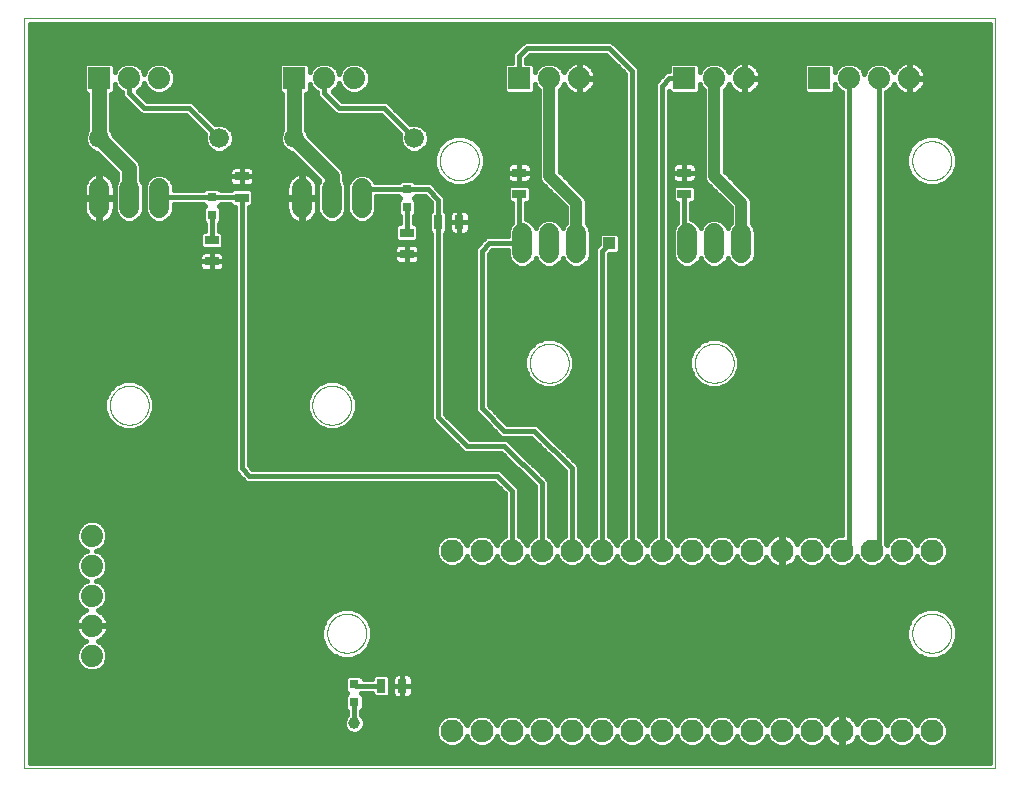
<source format=gtl>
G75*
%MOIN*%
%OFA0B0*%
%FSLAX25Y25*%
%IPPOS*%
%LPD*%
%AMOC8*
5,1,8,0,0,1.08239X$1,22.5*
%
%ADD10C,0.00000*%
%ADD11C,0.07400*%
%ADD12C,0.06600*%
%ADD13R,0.07400X0.07400*%
%ADD14R,0.03150X0.03150*%
%ADD15C,0.06600*%
%ADD16R,0.04724X0.03150*%
%ADD17R,0.03150X0.04724*%
%ADD18C,0.07600*%
%ADD19C,0.01600*%
%ADD20C,0.03962*%
%ADD21C,0.04000*%
%ADD22R,0.03962X0.03962*%
%ADD23C,0.05000*%
D10*
X0011800Y0036433D02*
X0335500Y0036433D01*
X0335501Y0036433D02*
X0335501Y0286394D01*
X0011800Y0286394D01*
X0011800Y0036433D01*
X0112800Y0081433D02*
X0112802Y0081594D01*
X0112808Y0081754D01*
X0112818Y0081915D01*
X0112832Y0082075D01*
X0112850Y0082235D01*
X0112871Y0082394D01*
X0112897Y0082553D01*
X0112927Y0082711D01*
X0112960Y0082868D01*
X0112998Y0083025D01*
X0113039Y0083180D01*
X0113084Y0083334D01*
X0113133Y0083487D01*
X0113186Y0083639D01*
X0113242Y0083790D01*
X0113303Y0083939D01*
X0113366Y0084087D01*
X0113434Y0084233D01*
X0113505Y0084377D01*
X0113579Y0084519D01*
X0113657Y0084660D01*
X0113739Y0084798D01*
X0113824Y0084935D01*
X0113912Y0085069D01*
X0114004Y0085201D01*
X0114099Y0085331D01*
X0114197Y0085459D01*
X0114298Y0085584D01*
X0114402Y0085706D01*
X0114509Y0085826D01*
X0114619Y0085943D01*
X0114732Y0086058D01*
X0114848Y0086169D01*
X0114967Y0086278D01*
X0115088Y0086383D01*
X0115212Y0086486D01*
X0115338Y0086586D01*
X0115466Y0086682D01*
X0115597Y0086775D01*
X0115731Y0086865D01*
X0115866Y0086952D01*
X0116004Y0087035D01*
X0116143Y0087115D01*
X0116285Y0087191D01*
X0116428Y0087264D01*
X0116573Y0087333D01*
X0116720Y0087399D01*
X0116868Y0087461D01*
X0117018Y0087519D01*
X0117169Y0087574D01*
X0117322Y0087625D01*
X0117476Y0087672D01*
X0117631Y0087715D01*
X0117787Y0087754D01*
X0117943Y0087790D01*
X0118101Y0087821D01*
X0118259Y0087849D01*
X0118418Y0087873D01*
X0118578Y0087893D01*
X0118738Y0087909D01*
X0118898Y0087921D01*
X0119059Y0087929D01*
X0119220Y0087933D01*
X0119380Y0087933D01*
X0119541Y0087929D01*
X0119702Y0087921D01*
X0119862Y0087909D01*
X0120022Y0087893D01*
X0120182Y0087873D01*
X0120341Y0087849D01*
X0120499Y0087821D01*
X0120657Y0087790D01*
X0120813Y0087754D01*
X0120969Y0087715D01*
X0121124Y0087672D01*
X0121278Y0087625D01*
X0121431Y0087574D01*
X0121582Y0087519D01*
X0121732Y0087461D01*
X0121880Y0087399D01*
X0122027Y0087333D01*
X0122172Y0087264D01*
X0122315Y0087191D01*
X0122457Y0087115D01*
X0122596Y0087035D01*
X0122734Y0086952D01*
X0122869Y0086865D01*
X0123003Y0086775D01*
X0123134Y0086682D01*
X0123262Y0086586D01*
X0123388Y0086486D01*
X0123512Y0086383D01*
X0123633Y0086278D01*
X0123752Y0086169D01*
X0123868Y0086058D01*
X0123981Y0085943D01*
X0124091Y0085826D01*
X0124198Y0085706D01*
X0124302Y0085584D01*
X0124403Y0085459D01*
X0124501Y0085331D01*
X0124596Y0085201D01*
X0124688Y0085069D01*
X0124776Y0084935D01*
X0124861Y0084798D01*
X0124943Y0084660D01*
X0125021Y0084519D01*
X0125095Y0084377D01*
X0125166Y0084233D01*
X0125234Y0084087D01*
X0125297Y0083939D01*
X0125358Y0083790D01*
X0125414Y0083639D01*
X0125467Y0083487D01*
X0125516Y0083334D01*
X0125561Y0083180D01*
X0125602Y0083025D01*
X0125640Y0082868D01*
X0125673Y0082711D01*
X0125703Y0082553D01*
X0125729Y0082394D01*
X0125750Y0082235D01*
X0125768Y0082075D01*
X0125782Y0081915D01*
X0125792Y0081754D01*
X0125798Y0081594D01*
X0125800Y0081433D01*
X0125798Y0081272D01*
X0125792Y0081112D01*
X0125782Y0080951D01*
X0125768Y0080791D01*
X0125750Y0080631D01*
X0125729Y0080472D01*
X0125703Y0080313D01*
X0125673Y0080155D01*
X0125640Y0079998D01*
X0125602Y0079841D01*
X0125561Y0079686D01*
X0125516Y0079532D01*
X0125467Y0079379D01*
X0125414Y0079227D01*
X0125358Y0079076D01*
X0125297Y0078927D01*
X0125234Y0078779D01*
X0125166Y0078633D01*
X0125095Y0078489D01*
X0125021Y0078347D01*
X0124943Y0078206D01*
X0124861Y0078068D01*
X0124776Y0077931D01*
X0124688Y0077797D01*
X0124596Y0077665D01*
X0124501Y0077535D01*
X0124403Y0077407D01*
X0124302Y0077282D01*
X0124198Y0077160D01*
X0124091Y0077040D01*
X0123981Y0076923D01*
X0123868Y0076808D01*
X0123752Y0076697D01*
X0123633Y0076588D01*
X0123512Y0076483D01*
X0123388Y0076380D01*
X0123262Y0076280D01*
X0123134Y0076184D01*
X0123003Y0076091D01*
X0122869Y0076001D01*
X0122734Y0075914D01*
X0122596Y0075831D01*
X0122457Y0075751D01*
X0122315Y0075675D01*
X0122172Y0075602D01*
X0122027Y0075533D01*
X0121880Y0075467D01*
X0121732Y0075405D01*
X0121582Y0075347D01*
X0121431Y0075292D01*
X0121278Y0075241D01*
X0121124Y0075194D01*
X0120969Y0075151D01*
X0120813Y0075112D01*
X0120657Y0075076D01*
X0120499Y0075045D01*
X0120341Y0075017D01*
X0120182Y0074993D01*
X0120022Y0074973D01*
X0119862Y0074957D01*
X0119702Y0074945D01*
X0119541Y0074937D01*
X0119380Y0074933D01*
X0119220Y0074933D01*
X0119059Y0074937D01*
X0118898Y0074945D01*
X0118738Y0074957D01*
X0118578Y0074973D01*
X0118418Y0074993D01*
X0118259Y0075017D01*
X0118101Y0075045D01*
X0117943Y0075076D01*
X0117787Y0075112D01*
X0117631Y0075151D01*
X0117476Y0075194D01*
X0117322Y0075241D01*
X0117169Y0075292D01*
X0117018Y0075347D01*
X0116868Y0075405D01*
X0116720Y0075467D01*
X0116573Y0075533D01*
X0116428Y0075602D01*
X0116285Y0075675D01*
X0116143Y0075751D01*
X0116004Y0075831D01*
X0115866Y0075914D01*
X0115731Y0076001D01*
X0115597Y0076091D01*
X0115466Y0076184D01*
X0115338Y0076280D01*
X0115212Y0076380D01*
X0115088Y0076483D01*
X0114967Y0076588D01*
X0114848Y0076697D01*
X0114732Y0076808D01*
X0114619Y0076923D01*
X0114509Y0077040D01*
X0114402Y0077160D01*
X0114298Y0077282D01*
X0114197Y0077407D01*
X0114099Y0077535D01*
X0114004Y0077665D01*
X0113912Y0077797D01*
X0113824Y0077931D01*
X0113739Y0078068D01*
X0113657Y0078206D01*
X0113579Y0078347D01*
X0113505Y0078489D01*
X0113434Y0078633D01*
X0113366Y0078779D01*
X0113303Y0078927D01*
X0113242Y0079076D01*
X0113186Y0079227D01*
X0113133Y0079379D01*
X0113084Y0079532D01*
X0113039Y0079686D01*
X0112998Y0079841D01*
X0112960Y0079998D01*
X0112927Y0080155D01*
X0112897Y0080313D01*
X0112871Y0080472D01*
X0112850Y0080631D01*
X0112832Y0080791D01*
X0112818Y0080951D01*
X0112808Y0081112D01*
X0112802Y0081272D01*
X0112800Y0081433D01*
X0107800Y0157433D02*
X0107802Y0157594D01*
X0107808Y0157754D01*
X0107818Y0157915D01*
X0107832Y0158075D01*
X0107850Y0158235D01*
X0107871Y0158394D01*
X0107897Y0158553D01*
X0107927Y0158711D01*
X0107960Y0158868D01*
X0107998Y0159025D01*
X0108039Y0159180D01*
X0108084Y0159334D01*
X0108133Y0159487D01*
X0108186Y0159639D01*
X0108242Y0159790D01*
X0108303Y0159939D01*
X0108366Y0160087D01*
X0108434Y0160233D01*
X0108505Y0160377D01*
X0108579Y0160519D01*
X0108657Y0160660D01*
X0108739Y0160798D01*
X0108824Y0160935D01*
X0108912Y0161069D01*
X0109004Y0161201D01*
X0109099Y0161331D01*
X0109197Y0161459D01*
X0109298Y0161584D01*
X0109402Y0161706D01*
X0109509Y0161826D01*
X0109619Y0161943D01*
X0109732Y0162058D01*
X0109848Y0162169D01*
X0109967Y0162278D01*
X0110088Y0162383D01*
X0110212Y0162486D01*
X0110338Y0162586D01*
X0110466Y0162682D01*
X0110597Y0162775D01*
X0110731Y0162865D01*
X0110866Y0162952D01*
X0111004Y0163035D01*
X0111143Y0163115D01*
X0111285Y0163191D01*
X0111428Y0163264D01*
X0111573Y0163333D01*
X0111720Y0163399D01*
X0111868Y0163461D01*
X0112018Y0163519D01*
X0112169Y0163574D01*
X0112322Y0163625D01*
X0112476Y0163672D01*
X0112631Y0163715D01*
X0112787Y0163754D01*
X0112943Y0163790D01*
X0113101Y0163821D01*
X0113259Y0163849D01*
X0113418Y0163873D01*
X0113578Y0163893D01*
X0113738Y0163909D01*
X0113898Y0163921D01*
X0114059Y0163929D01*
X0114220Y0163933D01*
X0114380Y0163933D01*
X0114541Y0163929D01*
X0114702Y0163921D01*
X0114862Y0163909D01*
X0115022Y0163893D01*
X0115182Y0163873D01*
X0115341Y0163849D01*
X0115499Y0163821D01*
X0115657Y0163790D01*
X0115813Y0163754D01*
X0115969Y0163715D01*
X0116124Y0163672D01*
X0116278Y0163625D01*
X0116431Y0163574D01*
X0116582Y0163519D01*
X0116732Y0163461D01*
X0116880Y0163399D01*
X0117027Y0163333D01*
X0117172Y0163264D01*
X0117315Y0163191D01*
X0117457Y0163115D01*
X0117596Y0163035D01*
X0117734Y0162952D01*
X0117869Y0162865D01*
X0118003Y0162775D01*
X0118134Y0162682D01*
X0118262Y0162586D01*
X0118388Y0162486D01*
X0118512Y0162383D01*
X0118633Y0162278D01*
X0118752Y0162169D01*
X0118868Y0162058D01*
X0118981Y0161943D01*
X0119091Y0161826D01*
X0119198Y0161706D01*
X0119302Y0161584D01*
X0119403Y0161459D01*
X0119501Y0161331D01*
X0119596Y0161201D01*
X0119688Y0161069D01*
X0119776Y0160935D01*
X0119861Y0160798D01*
X0119943Y0160660D01*
X0120021Y0160519D01*
X0120095Y0160377D01*
X0120166Y0160233D01*
X0120234Y0160087D01*
X0120297Y0159939D01*
X0120358Y0159790D01*
X0120414Y0159639D01*
X0120467Y0159487D01*
X0120516Y0159334D01*
X0120561Y0159180D01*
X0120602Y0159025D01*
X0120640Y0158868D01*
X0120673Y0158711D01*
X0120703Y0158553D01*
X0120729Y0158394D01*
X0120750Y0158235D01*
X0120768Y0158075D01*
X0120782Y0157915D01*
X0120792Y0157754D01*
X0120798Y0157594D01*
X0120800Y0157433D01*
X0120798Y0157272D01*
X0120792Y0157112D01*
X0120782Y0156951D01*
X0120768Y0156791D01*
X0120750Y0156631D01*
X0120729Y0156472D01*
X0120703Y0156313D01*
X0120673Y0156155D01*
X0120640Y0155998D01*
X0120602Y0155841D01*
X0120561Y0155686D01*
X0120516Y0155532D01*
X0120467Y0155379D01*
X0120414Y0155227D01*
X0120358Y0155076D01*
X0120297Y0154927D01*
X0120234Y0154779D01*
X0120166Y0154633D01*
X0120095Y0154489D01*
X0120021Y0154347D01*
X0119943Y0154206D01*
X0119861Y0154068D01*
X0119776Y0153931D01*
X0119688Y0153797D01*
X0119596Y0153665D01*
X0119501Y0153535D01*
X0119403Y0153407D01*
X0119302Y0153282D01*
X0119198Y0153160D01*
X0119091Y0153040D01*
X0118981Y0152923D01*
X0118868Y0152808D01*
X0118752Y0152697D01*
X0118633Y0152588D01*
X0118512Y0152483D01*
X0118388Y0152380D01*
X0118262Y0152280D01*
X0118134Y0152184D01*
X0118003Y0152091D01*
X0117869Y0152001D01*
X0117734Y0151914D01*
X0117596Y0151831D01*
X0117457Y0151751D01*
X0117315Y0151675D01*
X0117172Y0151602D01*
X0117027Y0151533D01*
X0116880Y0151467D01*
X0116732Y0151405D01*
X0116582Y0151347D01*
X0116431Y0151292D01*
X0116278Y0151241D01*
X0116124Y0151194D01*
X0115969Y0151151D01*
X0115813Y0151112D01*
X0115657Y0151076D01*
X0115499Y0151045D01*
X0115341Y0151017D01*
X0115182Y0150993D01*
X0115022Y0150973D01*
X0114862Y0150957D01*
X0114702Y0150945D01*
X0114541Y0150937D01*
X0114380Y0150933D01*
X0114220Y0150933D01*
X0114059Y0150937D01*
X0113898Y0150945D01*
X0113738Y0150957D01*
X0113578Y0150973D01*
X0113418Y0150993D01*
X0113259Y0151017D01*
X0113101Y0151045D01*
X0112943Y0151076D01*
X0112787Y0151112D01*
X0112631Y0151151D01*
X0112476Y0151194D01*
X0112322Y0151241D01*
X0112169Y0151292D01*
X0112018Y0151347D01*
X0111868Y0151405D01*
X0111720Y0151467D01*
X0111573Y0151533D01*
X0111428Y0151602D01*
X0111285Y0151675D01*
X0111143Y0151751D01*
X0111004Y0151831D01*
X0110866Y0151914D01*
X0110731Y0152001D01*
X0110597Y0152091D01*
X0110466Y0152184D01*
X0110338Y0152280D01*
X0110212Y0152380D01*
X0110088Y0152483D01*
X0109967Y0152588D01*
X0109848Y0152697D01*
X0109732Y0152808D01*
X0109619Y0152923D01*
X0109509Y0153040D01*
X0109402Y0153160D01*
X0109298Y0153282D01*
X0109197Y0153407D01*
X0109099Y0153535D01*
X0109004Y0153665D01*
X0108912Y0153797D01*
X0108824Y0153931D01*
X0108739Y0154068D01*
X0108657Y0154206D01*
X0108579Y0154347D01*
X0108505Y0154489D01*
X0108434Y0154633D01*
X0108366Y0154779D01*
X0108303Y0154927D01*
X0108242Y0155076D01*
X0108186Y0155227D01*
X0108133Y0155379D01*
X0108084Y0155532D01*
X0108039Y0155686D01*
X0107998Y0155841D01*
X0107960Y0155998D01*
X0107927Y0156155D01*
X0107897Y0156313D01*
X0107871Y0156472D01*
X0107850Y0156631D01*
X0107832Y0156791D01*
X0107818Y0156951D01*
X0107808Y0157112D01*
X0107802Y0157272D01*
X0107800Y0157433D01*
X0040300Y0157433D02*
X0040302Y0157594D01*
X0040308Y0157754D01*
X0040318Y0157915D01*
X0040332Y0158075D01*
X0040350Y0158235D01*
X0040371Y0158394D01*
X0040397Y0158553D01*
X0040427Y0158711D01*
X0040460Y0158868D01*
X0040498Y0159025D01*
X0040539Y0159180D01*
X0040584Y0159334D01*
X0040633Y0159487D01*
X0040686Y0159639D01*
X0040742Y0159790D01*
X0040803Y0159939D01*
X0040866Y0160087D01*
X0040934Y0160233D01*
X0041005Y0160377D01*
X0041079Y0160519D01*
X0041157Y0160660D01*
X0041239Y0160798D01*
X0041324Y0160935D01*
X0041412Y0161069D01*
X0041504Y0161201D01*
X0041599Y0161331D01*
X0041697Y0161459D01*
X0041798Y0161584D01*
X0041902Y0161706D01*
X0042009Y0161826D01*
X0042119Y0161943D01*
X0042232Y0162058D01*
X0042348Y0162169D01*
X0042467Y0162278D01*
X0042588Y0162383D01*
X0042712Y0162486D01*
X0042838Y0162586D01*
X0042966Y0162682D01*
X0043097Y0162775D01*
X0043231Y0162865D01*
X0043366Y0162952D01*
X0043504Y0163035D01*
X0043643Y0163115D01*
X0043785Y0163191D01*
X0043928Y0163264D01*
X0044073Y0163333D01*
X0044220Y0163399D01*
X0044368Y0163461D01*
X0044518Y0163519D01*
X0044669Y0163574D01*
X0044822Y0163625D01*
X0044976Y0163672D01*
X0045131Y0163715D01*
X0045287Y0163754D01*
X0045443Y0163790D01*
X0045601Y0163821D01*
X0045759Y0163849D01*
X0045918Y0163873D01*
X0046078Y0163893D01*
X0046238Y0163909D01*
X0046398Y0163921D01*
X0046559Y0163929D01*
X0046720Y0163933D01*
X0046880Y0163933D01*
X0047041Y0163929D01*
X0047202Y0163921D01*
X0047362Y0163909D01*
X0047522Y0163893D01*
X0047682Y0163873D01*
X0047841Y0163849D01*
X0047999Y0163821D01*
X0048157Y0163790D01*
X0048313Y0163754D01*
X0048469Y0163715D01*
X0048624Y0163672D01*
X0048778Y0163625D01*
X0048931Y0163574D01*
X0049082Y0163519D01*
X0049232Y0163461D01*
X0049380Y0163399D01*
X0049527Y0163333D01*
X0049672Y0163264D01*
X0049815Y0163191D01*
X0049957Y0163115D01*
X0050096Y0163035D01*
X0050234Y0162952D01*
X0050369Y0162865D01*
X0050503Y0162775D01*
X0050634Y0162682D01*
X0050762Y0162586D01*
X0050888Y0162486D01*
X0051012Y0162383D01*
X0051133Y0162278D01*
X0051252Y0162169D01*
X0051368Y0162058D01*
X0051481Y0161943D01*
X0051591Y0161826D01*
X0051698Y0161706D01*
X0051802Y0161584D01*
X0051903Y0161459D01*
X0052001Y0161331D01*
X0052096Y0161201D01*
X0052188Y0161069D01*
X0052276Y0160935D01*
X0052361Y0160798D01*
X0052443Y0160660D01*
X0052521Y0160519D01*
X0052595Y0160377D01*
X0052666Y0160233D01*
X0052734Y0160087D01*
X0052797Y0159939D01*
X0052858Y0159790D01*
X0052914Y0159639D01*
X0052967Y0159487D01*
X0053016Y0159334D01*
X0053061Y0159180D01*
X0053102Y0159025D01*
X0053140Y0158868D01*
X0053173Y0158711D01*
X0053203Y0158553D01*
X0053229Y0158394D01*
X0053250Y0158235D01*
X0053268Y0158075D01*
X0053282Y0157915D01*
X0053292Y0157754D01*
X0053298Y0157594D01*
X0053300Y0157433D01*
X0053298Y0157272D01*
X0053292Y0157112D01*
X0053282Y0156951D01*
X0053268Y0156791D01*
X0053250Y0156631D01*
X0053229Y0156472D01*
X0053203Y0156313D01*
X0053173Y0156155D01*
X0053140Y0155998D01*
X0053102Y0155841D01*
X0053061Y0155686D01*
X0053016Y0155532D01*
X0052967Y0155379D01*
X0052914Y0155227D01*
X0052858Y0155076D01*
X0052797Y0154927D01*
X0052734Y0154779D01*
X0052666Y0154633D01*
X0052595Y0154489D01*
X0052521Y0154347D01*
X0052443Y0154206D01*
X0052361Y0154068D01*
X0052276Y0153931D01*
X0052188Y0153797D01*
X0052096Y0153665D01*
X0052001Y0153535D01*
X0051903Y0153407D01*
X0051802Y0153282D01*
X0051698Y0153160D01*
X0051591Y0153040D01*
X0051481Y0152923D01*
X0051368Y0152808D01*
X0051252Y0152697D01*
X0051133Y0152588D01*
X0051012Y0152483D01*
X0050888Y0152380D01*
X0050762Y0152280D01*
X0050634Y0152184D01*
X0050503Y0152091D01*
X0050369Y0152001D01*
X0050234Y0151914D01*
X0050096Y0151831D01*
X0049957Y0151751D01*
X0049815Y0151675D01*
X0049672Y0151602D01*
X0049527Y0151533D01*
X0049380Y0151467D01*
X0049232Y0151405D01*
X0049082Y0151347D01*
X0048931Y0151292D01*
X0048778Y0151241D01*
X0048624Y0151194D01*
X0048469Y0151151D01*
X0048313Y0151112D01*
X0048157Y0151076D01*
X0047999Y0151045D01*
X0047841Y0151017D01*
X0047682Y0150993D01*
X0047522Y0150973D01*
X0047362Y0150957D01*
X0047202Y0150945D01*
X0047041Y0150937D01*
X0046880Y0150933D01*
X0046720Y0150933D01*
X0046559Y0150937D01*
X0046398Y0150945D01*
X0046238Y0150957D01*
X0046078Y0150973D01*
X0045918Y0150993D01*
X0045759Y0151017D01*
X0045601Y0151045D01*
X0045443Y0151076D01*
X0045287Y0151112D01*
X0045131Y0151151D01*
X0044976Y0151194D01*
X0044822Y0151241D01*
X0044669Y0151292D01*
X0044518Y0151347D01*
X0044368Y0151405D01*
X0044220Y0151467D01*
X0044073Y0151533D01*
X0043928Y0151602D01*
X0043785Y0151675D01*
X0043643Y0151751D01*
X0043504Y0151831D01*
X0043366Y0151914D01*
X0043231Y0152001D01*
X0043097Y0152091D01*
X0042966Y0152184D01*
X0042838Y0152280D01*
X0042712Y0152380D01*
X0042588Y0152483D01*
X0042467Y0152588D01*
X0042348Y0152697D01*
X0042232Y0152808D01*
X0042119Y0152923D01*
X0042009Y0153040D01*
X0041902Y0153160D01*
X0041798Y0153282D01*
X0041697Y0153407D01*
X0041599Y0153535D01*
X0041504Y0153665D01*
X0041412Y0153797D01*
X0041324Y0153931D01*
X0041239Y0154068D01*
X0041157Y0154206D01*
X0041079Y0154347D01*
X0041005Y0154489D01*
X0040934Y0154633D01*
X0040866Y0154779D01*
X0040803Y0154927D01*
X0040742Y0155076D01*
X0040686Y0155227D01*
X0040633Y0155379D01*
X0040584Y0155532D01*
X0040539Y0155686D01*
X0040498Y0155841D01*
X0040460Y0155998D01*
X0040427Y0156155D01*
X0040397Y0156313D01*
X0040371Y0156472D01*
X0040350Y0156631D01*
X0040332Y0156791D01*
X0040318Y0156951D01*
X0040308Y0157112D01*
X0040302Y0157272D01*
X0040300Y0157433D01*
X0150300Y0238933D02*
X0150302Y0239094D01*
X0150308Y0239254D01*
X0150318Y0239415D01*
X0150332Y0239575D01*
X0150350Y0239735D01*
X0150371Y0239894D01*
X0150397Y0240053D01*
X0150427Y0240211D01*
X0150460Y0240368D01*
X0150498Y0240525D01*
X0150539Y0240680D01*
X0150584Y0240834D01*
X0150633Y0240987D01*
X0150686Y0241139D01*
X0150742Y0241290D01*
X0150803Y0241439D01*
X0150866Y0241587D01*
X0150934Y0241733D01*
X0151005Y0241877D01*
X0151079Y0242019D01*
X0151157Y0242160D01*
X0151239Y0242298D01*
X0151324Y0242435D01*
X0151412Y0242569D01*
X0151504Y0242701D01*
X0151599Y0242831D01*
X0151697Y0242959D01*
X0151798Y0243084D01*
X0151902Y0243206D01*
X0152009Y0243326D01*
X0152119Y0243443D01*
X0152232Y0243558D01*
X0152348Y0243669D01*
X0152467Y0243778D01*
X0152588Y0243883D01*
X0152712Y0243986D01*
X0152838Y0244086D01*
X0152966Y0244182D01*
X0153097Y0244275D01*
X0153231Y0244365D01*
X0153366Y0244452D01*
X0153504Y0244535D01*
X0153643Y0244615D01*
X0153785Y0244691D01*
X0153928Y0244764D01*
X0154073Y0244833D01*
X0154220Y0244899D01*
X0154368Y0244961D01*
X0154518Y0245019D01*
X0154669Y0245074D01*
X0154822Y0245125D01*
X0154976Y0245172D01*
X0155131Y0245215D01*
X0155287Y0245254D01*
X0155443Y0245290D01*
X0155601Y0245321D01*
X0155759Y0245349D01*
X0155918Y0245373D01*
X0156078Y0245393D01*
X0156238Y0245409D01*
X0156398Y0245421D01*
X0156559Y0245429D01*
X0156720Y0245433D01*
X0156880Y0245433D01*
X0157041Y0245429D01*
X0157202Y0245421D01*
X0157362Y0245409D01*
X0157522Y0245393D01*
X0157682Y0245373D01*
X0157841Y0245349D01*
X0157999Y0245321D01*
X0158157Y0245290D01*
X0158313Y0245254D01*
X0158469Y0245215D01*
X0158624Y0245172D01*
X0158778Y0245125D01*
X0158931Y0245074D01*
X0159082Y0245019D01*
X0159232Y0244961D01*
X0159380Y0244899D01*
X0159527Y0244833D01*
X0159672Y0244764D01*
X0159815Y0244691D01*
X0159957Y0244615D01*
X0160096Y0244535D01*
X0160234Y0244452D01*
X0160369Y0244365D01*
X0160503Y0244275D01*
X0160634Y0244182D01*
X0160762Y0244086D01*
X0160888Y0243986D01*
X0161012Y0243883D01*
X0161133Y0243778D01*
X0161252Y0243669D01*
X0161368Y0243558D01*
X0161481Y0243443D01*
X0161591Y0243326D01*
X0161698Y0243206D01*
X0161802Y0243084D01*
X0161903Y0242959D01*
X0162001Y0242831D01*
X0162096Y0242701D01*
X0162188Y0242569D01*
X0162276Y0242435D01*
X0162361Y0242298D01*
X0162443Y0242160D01*
X0162521Y0242019D01*
X0162595Y0241877D01*
X0162666Y0241733D01*
X0162734Y0241587D01*
X0162797Y0241439D01*
X0162858Y0241290D01*
X0162914Y0241139D01*
X0162967Y0240987D01*
X0163016Y0240834D01*
X0163061Y0240680D01*
X0163102Y0240525D01*
X0163140Y0240368D01*
X0163173Y0240211D01*
X0163203Y0240053D01*
X0163229Y0239894D01*
X0163250Y0239735D01*
X0163268Y0239575D01*
X0163282Y0239415D01*
X0163292Y0239254D01*
X0163298Y0239094D01*
X0163300Y0238933D01*
X0163298Y0238772D01*
X0163292Y0238612D01*
X0163282Y0238451D01*
X0163268Y0238291D01*
X0163250Y0238131D01*
X0163229Y0237972D01*
X0163203Y0237813D01*
X0163173Y0237655D01*
X0163140Y0237498D01*
X0163102Y0237341D01*
X0163061Y0237186D01*
X0163016Y0237032D01*
X0162967Y0236879D01*
X0162914Y0236727D01*
X0162858Y0236576D01*
X0162797Y0236427D01*
X0162734Y0236279D01*
X0162666Y0236133D01*
X0162595Y0235989D01*
X0162521Y0235847D01*
X0162443Y0235706D01*
X0162361Y0235568D01*
X0162276Y0235431D01*
X0162188Y0235297D01*
X0162096Y0235165D01*
X0162001Y0235035D01*
X0161903Y0234907D01*
X0161802Y0234782D01*
X0161698Y0234660D01*
X0161591Y0234540D01*
X0161481Y0234423D01*
X0161368Y0234308D01*
X0161252Y0234197D01*
X0161133Y0234088D01*
X0161012Y0233983D01*
X0160888Y0233880D01*
X0160762Y0233780D01*
X0160634Y0233684D01*
X0160503Y0233591D01*
X0160369Y0233501D01*
X0160234Y0233414D01*
X0160096Y0233331D01*
X0159957Y0233251D01*
X0159815Y0233175D01*
X0159672Y0233102D01*
X0159527Y0233033D01*
X0159380Y0232967D01*
X0159232Y0232905D01*
X0159082Y0232847D01*
X0158931Y0232792D01*
X0158778Y0232741D01*
X0158624Y0232694D01*
X0158469Y0232651D01*
X0158313Y0232612D01*
X0158157Y0232576D01*
X0157999Y0232545D01*
X0157841Y0232517D01*
X0157682Y0232493D01*
X0157522Y0232473D01*
X0157362Y0232457D01*
X0157202Y0232445D01*
X0157041Y0232437D01*
X0156880Y0232433D01*
X0156720Y0232433D01*
X0156559Y0232437D01*
X0156398Y0232445D01*
X0156238Y0232457D01*
X0156078Y0232473D01*
X0155918Y0232493D01*
X0155759Y0232517D01*
X0155601Y0232545D01*
X0155443Y0232576D01*
X0155287Y0232612D01*
X0155131Y0232651D01*
X0154976Y0232694D01*
X0154822Y0232741D01*
X0154669Y0232792D01*
X0154518Y0232847D01*
X0154368Y0232905D01*
X0154220Y0232967D01*
X0154073Y0233033D01*
X0153928Y0233102D01*
X0153785Y0233175D01*
X0153643Y0233251D01*
X0153504Y0233331D01*
X0153366Y0233414D01*
X0153231Y0233501D01*
X0153097Y0233591D01*
X0152966Y0233684D01*
X0152838Y0233780D01*
X0152712Y0233880D01*
X0152588Y0233983D01*
X0152467Y0234088D01*
X0152348Y0234197D01*
X0152232Y0234308D01*
X0152119Y0234423D01*
X0152009Y0234540D01*
X0151902Y0234660D01*
X0151798Y0234782D01*
X0151697Y0234907D01*
X0151599Y0235035D01*
X0151504Y0235165D01*
X0151412Y0235297D01*
X0151324Y0235431D01*
X0151239Y0235568D01*
X0151157Y0235706D01*
X0151079Y0235847D01*
X0151005Y0235989D01*
X0150934Y0236133D01*
X0150866Y0236279D01*
X0150803Y0236427D01*
X0150742Y0236576D01*
X0150686Y0236727D01*
X0150633Y0236879D01*
X0150584Y0237032D01*
X0150539Y0237186D01*
X0150498Y0237341D01*
X0150460Y0237498D01*
X0150427Y0237655D01*
X0150397Y0237813D01*
X0150371Y0237972D01*
X0150350Y0238131D01*
X0150332Y0238291D01*
X0150318Y0238451D01*
X0150308Y0238612D01*
X0150302Y0238772D01*
X0150300Y0238933D01*
X0180300Y0171433D02*
X0180302Y0171594D01*
X0180308Y0171754D01*
X0180318Y0171915D01*
X0180332Y0172075D01*
X0180350Y0172235D01*
X0180371Y0172394D01*
X0180397Y0172553D01*
X0180427Y0172711D01*
X0180460Y0172868D01*
X0180498Y0173025D01*
X0180539Y0173180D01*
X0180584Y0173334D01*
X0180633Y0173487D01*
X0180686Y0173639D01*
X0180742Y0173790D01*
X0180803Y0173939D01*
X0180866Y0174087D01*
X0180934Y0174233D01*
X0181005Y0174377D01*
X0181079Y0174519D01*
X0181157Y0174660D01*
X0181239Y0174798D01*
X0181324Y0174935D01*
X0181412Y0175069D01*
X0181504Y0175201D01*
X0181599Y0175331D01*
X0181697Y0175459D01*
X0181798Y0175584D01*
X0181902Y0175706D01*
X0182009Y0175826D01*
X0182119Y0175943D01*
X0182232Y0176058D01*
X0182348Y0176169D01*
X0182467Y0176278D01*
X0182588Y0176383D01*
X0182712Y0176486D01*
X0182838Y0176586D01*
X0182966Y0176682D01*
X0183097Y0176775D01*
X0183231Y0176865D01*
X0183366Y0176952D01*
X0183504Y0177035D01*
X0183643Y0177115D01*
X0183785Y0177191D01*
X0183928Y0177264D01*
X0184073Y0177333D01*
X0184220Y0177399D01*
X0184368Y0177461D01*
X0184518Y0177519D01*
X0184669Y0177574D01*
X0184822Y0177625D01*
X0184976Y0177672D01*
X0185131Y0177715D01*
X0185287Y0177754D01*
X0185443Y0177790D01*
X0185601Y0177821D01*
X0185759Y0177849D01*
X0185918Y0177873D01*
X0186078Y0177893D01*
X0186238Y0177909D01*
X0186398Y0177921D01*
X0186559Y0177929D01*
X0186720Y0177933D01*
X0186880Y0177933D01*
X0187041Y0177929D01*
X0187202Y0177921D01*
X0187362Y0177909D01*
X0187522Y0177893D01*
X0187682Y0177873D01*
X0187841Y0177849D01*
X0187999Y0177821D01*
X0188157Y0177790D01*
X0188313Y0177754D01*
X0188469Y0177715D01*
X0188624Y0177672D01*
X0188778Y0177625D01*
X0188931Y0177574D01*
X0189082Y0177519D01*
X0189232Y0177461D01*
X0189380Y0177399D01*
X0189527Y0177333D01*
X0189672Y0177264D01*
X0189815Y0177191D01*
X0189957Y0177115D01*
X0190096Y0177035D01*
X0190234Y0176952D01*
X0190369Y0176865D01*
X0190503Y0176775D01*
X0190634Y0176682D01*
X0190762Y0176586D01*
X0190888Y0176486D01*
X0191012Y0176383D01*
X0191133Y0176278D01*
X0191252Y0176169D01*
X0191368Y0176058D01*
X0191481Y0175943D01*
X0191591Y0175826D01*
X0191698Y0175706D01*
X0191802Y0175584D01*
X0191903Y0175459D01*
X0192001Y0175331D01*
X0192096Y0175201D01*
X0192188Y0175069D01*
X0192276Y0174935D01*
X0192361Y0174798D01*
X0192443Y0174660D01*
X0192521Y0174519D01*
X0192595Y0174377D01*
X0192666Y0174233D01*
X0192734Y0174087D01*
X0192797Y0173939D01*
X0192858Y0173790D01*
X0192914Y0173639D01*
X0192967Y0173487D01*
X0193016Y0173334D01*
X0193061Y0173180D01*
X0193102Y0173025D01*
X0193140Y0172868D01*
X0193173Y0172711D01*
X0193203Y0172553D01*
X0193229Y0172394D01*
X0193250Y0172235D01*
X0193268Y0172075D01*
X0193282Y0171915D01*
X0193292Y0171754D01*
X0193298Y0171594D01*
X0193300Y0171433D01*
X0193298Y0171272D01*
X0193292Y0171112D01*
X0193282Y0170951D01*
X0193268Y0170791D01*
X0193250Y0170631D01*
X0193229Y0170472D01*
X0193203Y0170313D01*
X0193173Y0170155D01*
X0193140Y0169998D01*
X0193102Y0169841D01*
X0193061Y0169686D01*
X0193016Y0169532D01*
X0192967Y0169379D01*
X0192914Y0169227D01*
X0192858Y0169076D01*
X0192797Y0168927D01*
X0192734Y0168779D01*
X0192666Y0168633D01*
X0192595Y0168489D01*
X0192521Y0168347D01*
X0192443Y0168206D01*
X0192361Y0168068D01*
X0192276Y0167931D01*
X0192188Y0167797D01*
X0192096Y0167665D01*
X0192001Y0167535D01*
X0191903Y0167407D01*
X0191802Y0167282D01*
X0191698Y0167160D01*
X0191591Y0167040D01*
X0191481Y0166923D01*
X0191368Y0166808D01*
X0191252Y0166697D01*
X0191133Y0166588D01*
X0191012Y0166483D01*
X0190888Y0166380D01*
X0190762Y0166280D01*
X0190634Y0166184D01*
X0190503Y0166091D01*
X0190369Y0166001D01*
X0190234Y0165914D01*
X0190096Y0165831D01*
X0189957Y0165751D01*
X0189815Y0165675D01*
X0189672Y0165602D01*
X0189527Y0165533D01*
X0189380Y0165467D01*
X0189232Y0165405D01*
X0189082Y0165347D01*
X0188931Y0165292D01*
X0188778Y0165241D01*
X0188624Y0165194D01*
X0188469Y0165151D01*
X0188313Y0165112D01*
X0188157Y0165076D01*
X0187999Y0165045D01*
X0187841Y0165017D01*
X0187682Y0164993D01*
X0187522Y0164973D01*
X0187362Y0164957D01*
X0187202Y0164945D01*
X0187041Y0164937D01*
X0186880Y0164933D01*
X0186720Y0164933D01*
X0186559Y0164937D01*
X0186398Y0164945D01*
X0186238Y0164957D01*
X0186078Y0164973D01*
X0185918Y0164993D01*
X0185759Y0165017D01*
X0185601Y0165045D01*
X0185443Y0165076D01*
X0185287Y0165112D01*
X0185131Y0165151D01*
X0184976Y0165194D01*
X0184822Y0165241D01*
X0184669Y0165292D01*
X0184518Y0165347D01*
X0184368Y0165405D01*
X0184220Y0165467D01*
X0184073Y0165533D01*
X0183928Y0165602D01*
X0183785Y0165675D01*
X0183643Y0165751D01*
X0183504Y0165831D01*
X0183366Y0165914D01*
X0183231Y0166001D01*
X0183097Y0166091D01*
X0182966Y0166184D01*
X0182838Y0166280D01*
X0182712Y0166380D01*
X0182588Y0166483D01*
X0182467Y0166588D01*
X0182348Y0166697D01*
X0182232Y0166808D01*
X0182119Y0166923D01*
X0182009Y0167040D01*
X0181902Y0167160D01*
X0181798Y0167282D01*
X0181697Y0167407D01*
X0181599Y0167535D01*
X0181504Y0167665D01*
X0181412Y0167797D01*
X0181324Y0167931D01*
X0181239Y0168068D01*
X0181157Y0168206D01*
X0181079Y0168347D01*
X0181005Y0168489D01*
X0180934Y0168633D01*
X0180866Y0168779D01*
X0180803Y0168927D01*
X0180742Y0169076D01*
X0180686Y0169227D01*
X0180633Y0169379D01*
X0180584Y0169532D01*
X0180539Y0169686D01*
X0180498Y0169841D01*
X0180460Y0169998D01*
X0180427Y0170155D01*
X0180397Y0170313D01*
X0180371Y0170472D01*
X0180350Y0170631D01*
X0180332Y0170791D01*
X0180318Y0170951D01*
X0180308Y0171112D01*
X0180302Y0171272D01*
X0180300Y0171433D01*
X0235300Y0171433D02*
X0235302Y0171594D01*
X0235308Y0171754D01*
X0235318Y0171915D01*
X0235332Y0172075D01*
X0235350Y0172235D01*
X0235371Y0172394D01*
X0235397Y0172553D01*
X0235427Y0172711D01*
X0235460Y0172868D01*
X0235498Y0173025D01*
X0235539Y0173180D01*
X0235584Y0173334D01*
X0235633Y0173487D01*
X0235686Y0173639D01*
X0235742Y0173790D01*
X0235803Y0173939D01*
X0235866Y0174087D01*
X0235934Y0174233D01*
X0236005Y0174377D01*
X0236079Y0174519D01*
X0236157Y0174660D01*
X0236239Y0174798D01*
X0236324Y0174935D01*
X0236412Y0175069D01*
X0236504Y0175201D01*
X0236599Y0175331D01*
X0236697Y0175459D01*
X0236798Y0175584D01*
X0236902Y0175706D01*
X0237009Y0175826D01*
X0237119Y0175943D01*
X0237232Y0176058D01*
X0237348Y0176169D01*
X0237467Y0176278D01*
X0237588Y0176383D01*
X0237712Y0176486D01*
X0237838Y0176586D01*
X0237966Y0176682D01*
X0238097Y0176775D01*
X0238231Y0176865D01*
X0238366Y0176952D01*
X0238504Y0177035D01*
X0238643Y0177115D01*
X0238785Y0177191D01*
X0238928Y0177264D01*
X0239073Y0177333D01*
X0239220Y0177399D01*
X0239368Y0177461D01*
X0239518Y0177519D01*
X0239669Y0177574D01*
X0239822Y0177625D01*
X0239976Y0177672D01*
X0240131Y0177715D01*
X0240287Y0177754D01*
X0240443Y0177790D01*
X0240601Y0177821D01*
X0240759Y0177849D01*
X0240918Y0177873D01*
X0241078Y0177893D01*
X0241238Y0177909D01*
X0241398Y0177921D01*
X0241559Y0177929D01*
X0241720Y0177933D01*
X0241880Y0177933D01*
X0242041Y0177929D01*
X0242202Y0177921D01*
X0242362Y0177909D01*
X0242522Y0177893D01*
X0242682Y0177873D01*
X0242841Y0177849D01*
X0242999Y0177821D01*
X0243157Y0177790D01*
X0243313Y0177754D01*
X0243469Y0177715D01*
X0243624Y0177672D01*
X0243778Y0177625D01*
X0243931Y0177574D01*
X0244082Y0177519D01*
X0244232Y0177461D01*
X0244380Y0177399D01*
X0244527Y0177333D01*
X0244672Y0177264D01*
X0244815Y0177191D01*
X0244957Y0177115D01*
X0245096Y0177035D01*
X0245234Y0176952D01*
X0245369Y0176865D01*
X0245503Y0176775D01*
X0245634Y0176682D01*
X0245762Y0176586D01*
X0245888Y0176486D01*
X0246012Y0176383D01*
X0246133Y0176278D01*
X0246252Y0176169D01*
X0246368Y0176058D01*
X0246481Y0175943D01*
X0246591Y0175826D01*
X0246698Y0175706D01*
X0246802Y0175584D01*
X0246903Y0175459D01*
X0247001Y0175331D01*
X0247096Y0175201D01*
X0247188Y0175069D01*
X0247276Y0174935D01*
X0247361Y0174798D01*
X0247443Y0174660D01*
X0247521Y0174519D01*
X0247595Y0174377D01*
X0247666Y0174233D01*
X0247734Y0174087D01*
X0247797Y0173939D01*
X0247858Y0173790D01*
X0247914Y0173639D01*
X0247967Y0173487D01*
X0248016Y0173334D01*
X0248061Y0173180D01*
X0248102Y0173025D01*
X0248140Y0172868D01*
X0248173Y0172711D01*
X0248203Y0172553D01*
X0248229Y0172394D01*
X0248250Y0172235D01*
X0248268Y0172075D01*
X0248282Y0171915D01*
X0248292Y0171754D01*
X0248298Y0171594D01*
X0248300Y0171433D01*
X0248298Y0171272D01*
X0248292Y0171112D01*
X0248282Y0170951D01*
X0248268Y0170791D01*
X0248250Y0170631D01*
X0248229Y0170472D01*
X0248203Y0170313D01*
X0248173Y0170155D01*
X0248140Y0169998D01*
X0248102Y0169841D01*
X0248061Y0169686D01*
X0248016Y0169532D01*
X0247967Y0169379D01*
X0247914Y0169227D01*
X0247858Y0169076D01*
X0247797Y0168927D01*
X0247734Y0168779D01*
X0247666Y0168633D01*
X0247595Y0168489D01*
X0247521Y0168347D01*
X0247443Y0168206D01*
X0247361Y0168068D01*
X0247276Y0167931D01*
X0247188Y0167797D01*
X0247096Y0167665D01*
X0247001Y0167535D01*
X0246903Y0167407D01*
X0246802Y0167282D01*
X0246698Y0167160D01*
X0246591Y0167040D01*
X0246481Y0166923D01*
X0246368Y0166808D01*
X0246252Y0166697D01*
X0246133Y0166588D01*
X0246012Y0166483D01*
X0245888Y0166380D01*
X0245762Y0166280D01*
X0245634Y0166184D01*
X0245503Y0166091D01*
X0245369Y0166001D01*
X0245234Y0165914D01*
X0245096Y0165831D01*
X0244957Y0165751D01*
X0244815Y0165675D01*
X0244672Y0165602D01*
X0244527Y0165533D01*
X0244380Y0165467D01*
X0244232Y0165405D01*
X0244082Y0165347D01*
X0243931Y0165292D01*
X0243778Y0165241D01*
X0243624Y0165194D01*
X0243469Y0165151D01*
X0243313Y0165112D01*
X0243157Y0165076D01*
X0242999Y0165045D01*
X0242841Y0165017D01*
X0242682Y0164993D01*
X0242522Y0164973D01*
X0242362Y0164957D01*
X0242202Y0164945D01*
X0242041Y0164937D01*
X0241880Y0164933D01*
X0241720Y0164933D01*
X0241559Y0164937D01*
X0241398Y0164945D01*
X0241238Y0164957D01*
X0241078Y0164973D01*
X0240918Y0164993D01*
X0240759Y0165017D01*
X0240601Y0165045D01*
X0240443Y0165076D01*
X0240287Y0165112D01*
X0240131Y0165151D01*
X0239976Y0165194D01*
X0239822Y0165241D01*
X0239669Y0165292D01*
X0239518Y0165347D01*
X0239368Y0165405D01*
X0239220Y0165467D01*
X0239073Y0165533D01*
X0238928Y0165602D01*
X0238785Y0165675D01*
X0238643Y0165751D01*
X0238504Y0165831D01*
X0238366Y0165914D01*
X0238231Y0166001D01*
X0238097Y0166091D01*
X0237966Y0166184D01*
X0237838Y0166280D01*
X0237712Y0166380D01*
X0237588Y0166483D01*
X0237467Y0166588D01*
X0237348Y0166697D01*
X0237232Y0166808D01*
X0237119Y0166923D01*
X0237009Y0167040D01*
X0236902Y0167160D01*
X0236798Y0167282D01*
X0236697Y0167407D01*
X0236599Y0167535D01*
X0236504Y0167665D01*
X0236412Y0167797D01*
X0236324Y0167931D01*
X0236239Y0168068D01*
X0236157Y0168206D01*
X0236079Y0168347D01*
X0236005Y0168489D01*
X0235934Y0168633D01*
X0235866Y0168779D01*
X0235803Y0168927D01*
X0235742Y0169076D01*
X0235686Y0169227D01*
X0235633Y0169379D01*
X0235584Y0169532D01*
X0235539Y0169686D01*
X0235498Y0169841D01*
X0235460Y0169998D01*
X0235427Y0170155D01*
X0235397Y0170313D01*
X0235371Y0170472D01*
X0235350Y0170631D01*
X0235332Y0170791D01*
X0235318Y0170951D01*
X0235308Y0171112D01*
X0235302Y0171272D01*
X0235300Y0171433D01*
X0307800Y0238933D02*
X0307802Y0239094D01*
X0307808Y0239254D01*
X0307818Y0239415D01*
X0307832Y0239575D01*
X0307850Y0239735D01*
X0307871Y0239894D01*
X0307897Y0240053D01*
X0307927Y0240211D01*
X0307960Y0240368D01*
X0307998Y0240525D01*
X0308039Y0240680D01*
X0308084Y0240834D01*
X0308133Y0240987D01*
X0308186Y0241139D01*
X0308242Y0241290D01*
X0308303Y0241439D01*
X0308366Y0241587D01*
X0308434Y0241733D01*
X0308505Y0241877D01*
X0308579Y0242019D01*
X0308657Y0242160D01*
X0308739Y0242298D01*
X0308824Y0242435D01*
X0308912Y0242569D01*
X0309004Y0242701D01*
X0309099Y0242831D01*
X0309197Y0242959D01*
X0309298Y0243084D01*
X0309402Y0243206D01*
X0309509Y0243326D01*
X0309619Y0243443D01*
X0309732Y0243558D01*
X0309848Y0243669D01*
X0309967Y0243778D01*
X0310088Y0243883D01*
X0310212Y0243986D01*
X0310338Y0244086D01*
X0310466Y0244182D01*
X0310597Y0244275D01*
X0310731Y0244365D01*
X0310866Y0244452D01*
X0311004Y0244535D01*
X0311143Y0244615D01*
X0311285Y0244691D01*
X0311428Y0244764D01*
X0311573Y0244833D01*
X0311720Y0244899D01*
X0311868Y0244961D01*
X0312018Y0245019D01*
X0312169Y0245074D01*
X0312322Y0245125D01*
X0312476Y0245172D01*
X0312631Y0245215D01*
X0312787Y0245254D01*
X0312943Y0245290D01*
X0313101Y0245321D01*
X0313259Y0245349D01*
X0313418Y0245373D01*
X0313578Y0245393D01*
X0313738Y0245409D01*
X0313898Y0245421D01*
X0314059Y0245429D01*
X0314220Y0245433D01*
X0314380Y0245433D01*
X0314541Y0245429D01*
X0314702Y0245421D01*
X0314862Y0245409D01*
X0315022Y0245393D01*
X0315182Y0245373D01*
X0315341Y0245349D01*
X0315499Y0245321D01*
X0315657Y0245290D01*
X0315813Y0245254D01*
X0315969Y0245215D01*
X0316124Y0245172D01*
X0316278Y0245125D01*
X0316431Y0245074D01*
X0316582Y0245019D01*
X0316732Y0244961D01*
X0316880Y0244899D01*
X0317027Y0244833D01*
X0317172Y0244764D01*
X0317315Y0244691D01*
X0317457Y0244615D01*
X0317596Y0244535D01*
X0317734Y0244452D01*
X0317869Y0244365D01*
X0318003Y0244275D01*
X0318134Y0244182D01*
X0318262Y0244086D01*
X0318388Y0243986D01*
X0318512Y0243883D01*
X0318633Y0243778D01*
X0318752Y0243669D01*
X0318868Y0243558D01*
X0318981Y0243443D01*
X0319091Y0243326D01*
X0319198Y0243206D01*
X0319302Y0243084D01*
X0319403Y0242959D01*
X0319501Y0242831D01*
X0319596Y0242701D01*
X0319688Y0242569D01*
X0319776Y0242435D01*
X0319861Y0242298D01*
X0319943Y0242160D01*
X0320021Y0242019D01*
X0320095Y0241877D01*
X0320166Y0241733D01*
X0320234Y0241587D01*
X0320297Y0241439D01*
X0320358Y0241290D01*
X0320414Y0241139D01*
X0320467Y0240987D01*
X0320516Y0240834D01*
X0320561Y0240680D01*
X0320602Y0240525D01*
X0320640Y0240368D01*
X0320673Y0240211D01*
X0320703Y0240053D01*
X0320729Y0239894D01*
X0320750Y0239735D01*
X0320768Y0239575D01*
X0320782Y0239415D01*
X0320792Y0239254D01*
X0320798Y0239094D01*
X0320800Y0238933D01*
X0320798Y0238772D01*
X0320792Y0238612D01*
X0320782Y0238451D01*
X0320768Y0238291D01*
X0320750Y0238131D01*
X0320729Y0237972D01*
X0320703Y0237813D01*
X0320673Y0237655D01*
X0320640Y0237498D01*
X0320602Y0237341D01*
X0320561Y0237186D01*
X0320516Y0237032D01*
X0320467Y0236879D01*
X0320414Y0236727D01*
X0320358Y0236576D01*
X0320297Y0236427D01*
X0320234Y0236279D01*
X0320166Y0236133D01*
X0320095Y0235989D01*
X0320021Y0235847D01*
X0319943Y0235706D01*
X0319861Y0235568D01*
X0319776Y0235431D01*
X0319688Y0235297D01*
X0319596Y0235165D01*
X0319501Y0235035D01*
X0319403Y0234907D01*
X0319302Y0234782D01*
X0319198Y0234660D01*
X0319091Y0234540D01*
X0318981Y0234423D01*
X0318868Y0234308D01*
X0318752Y0234197D01*
X0318633Y0234088D01*
X0318512Y0233983D01*
X0318388Y0233880D01*
X0318262Y0233780D01*
X0318134Y0233684D01*
X0318003Y0233591D01*
X0317869Y0233501D01*
X0317734Y0233414D01*
X0317596Y0233331D01*
X0317457Y0233251D01*
X0317315Y0233175D01*
X0317172Y0233102D01*
X0317027Y0233033D01*
X0316880Y0232967D01*
X0316732Y0232905D01*
X0316582Y0232847D01*
X0316431Y0232792D01*
X0316278Y0232741D01*
X0316124Y0232694D01*
X0315969Y0232651D01*
X0315813Y0232612D01*
X0315657Y0232576D01*
X0315499Y0232545D01*
X0315341Y0232517D01*
X0315182Y0232493D01*
X0315022Y0232473D01*
X0314862Y0232457D01*
X0314702Y0232445D01*
X0314541Y0232437D01*
X0314380Y0232433D01*
X0314220Y0232433D01*
X0314059Y0232437D01*
X0313898Y0232445D01*
X0313738Y0232457D01*
X0313578Y0232473D01*
X0313418Y0232493D01*
X0313259Y0232517D01*
X0313101Y0232545D01*
X0312943Y0232576D01*
X0312787Y0232612D01*
X0312631Y0232651D01*
X0312476Y0232694D01*
X0312322Y0232741D01*
X0312169Y0232792D01*
X0312018Y0232847D01*
X0311868Y0232905D01*
X0311720Y0232967D01*
X0311573Y0233033D01*
X0311428Y0233102D01*
X0311285Y0233175D01*
X0311143Y0233251D01*
X0311004Y0233331D01*
X0310866Y0233414D01*
X0310731Y0233501D01*
X0310597Y0233591D01*
X0310466Y0233684D01*
X0310338Y0233780D01*
X0310212Y0233880D01*
X0310088Y0233983D01*
X0309967Y0234088D01*
X0309848Y0234197D01*
X0309732Y0234308D01*
X0309619Y0234423D01*
X0309509Y0234540D01*
X0309402Y0234660D01*
X0309298Y0234782D01*
X0309197Y0234907D01*
X0309099Y0235035D01*
X0309004Y0235165D01*
X0308912Y0235297D01*
X0308824Y0235431D01*
X0308739Y0235568D01*
X0308657Y0235706D01*
X0308579Y0235847D01*
X0308505Y0235989D01*
X0308434Y0236133D01*
X0308366Y0236279D01*
X0308303Y0236427D01*
X0308242Y0236576D01*
X0308186Y0236727D01*
X0308133Y0236879D01*
X0308084Y0237032D01*
X0308039Y0237186D01*
X0307998Y0237341D01*
X0307960Y0237498D01*
X0307927Y0237655D01*
X0307897Y0237813D01*
X0307871Y0237972D01*
X0307850Y0238131D01*
X0307832Y0238291D01*
X0307818Y0238451D01*
X0307808Y0238612D01*
X0307802Y0238772D01*
X0307800Y0238933D01*
X0307800Y0081433D02*
X0307802Y0081594D01*
X0307808Y0081754D01*
X0307818Y0081915D01*
X0307832Y0082075D01*
X0307850Y0082235D01*
X0307871Y0082394D01*
X0307897Y0082553D01*
X0307927Y0082711D01*
X0307960Y0082868D01*
X0307998Y0083025D01*
X0308039Y0083180D01*
X0308084Y0083334D01*
X0308133Y0083487D01*
X0308186Y0083639D01*
X0308242Y0083790D01*
X0308303Y0083939D01*
X0308366Y0084087D01*
X0308434Y0084233D01*
X0308505Y0084377D01*
X0308579Y0084519D01*
X0308657Y0084660D01*
X0308739Y0084798D01*
X0308824Y0084935D01*
X0308912Y0085069D01*
X0309004Y0085201D01*
X0309099Y0085331D01*
X0309197Y0085459D01*
X0309298Y0085584D01*
X0309402Y0085706D01*
X0309509Y0085826D01*
X0309619Y0085943D01*
X0309732Y0086058D01*
X0309848Y0086169D01*
X0309967Y0086278D01*
X0310088Y0086383D01*
X0310212Y0086486D01*
X0310338Y0086586D01*
X0310466Y0086682D01*
X0310597Y0086775D01*
X0310731Y0086865D01*
X0310866Y0086952D01*
X0311004Y0087035D01*
X0311143Y0087115D01*
X0311285Y0087191D01*
X0311428Y0087264D01*
X0311573Y0087333D01*
X0311720Y0087399D01*
X0311868Y0087461D01*
X0312018Y0087519D01*
X0312169Y0087574D01*
X0312322Y0087625D01*
X0312476Y0087672D01*
X0312631Y0087715D01*
X0312787Y0087754D01*
X0312943Y0087790D01*
X0313101Y0087821D01*
X0313259Y0087849D01*
X0313418Y0087873D01*
X0313578Y0087893D01*
X0313738Y0087909D01*
X0313898Y0087921D01*
X0314059Y0087929D01*
X0314220Y0087933D01*
X0314380Y0087933D01*
X0314541Y0087929D01*
X0314702Y0087921D01*
X0314862Y0087909D01*
X0315022Y0087893D01*
X0315182Y0087873D01*
X0315341Y0087849D01*
X0315499Y0087821D01*
X0315657Y0087790D01*
X0315813Y0087754D01*
X0315969Y0087715D01*
X0316124Y0087672D01*
X0316278Y0087625D01*
X0316431Y0087574D01*
X0316582Y0087519D01*
X0316732Y0087461D01*
X0316880Y0087399D01*
X0317027Y0087333D01*
X0317172Y0087264D01*
X0317315Y0087191D01*
X0317457Y0087115D01*
X0317596Y0087035D01*
X0317734Y0086952D01*
X0317869Y0086865D01*
X0318003Y0086775D01*
X0318134Y0086682D01*
X0318262Y0086586D01*
X0318388Y0086486D01*
X0318512Y0086383D01*
X0318633Y0086278D01*
X0318752Y0086169D01*
X0318868Y0086058D01*
X0318981Y0085943D01*
X0319091Y0085826D01*
X0319198Y0085706D01*
X0319302Y0085584D01*
X0319403Y0085459D01*
X0319501Y0085331D01*
X0319596Y0085201D01*
X0319688Y0085069D01*
X0319776Y0084935D01*
X0319861Y0084798D01*
X0319943Y0084660D01*
X0320021Y0084519D01*
X0320095Y0084377D01*
X0320166Y0084233D01*
X0320234Y0084087D01*
X0320297Y0083939D01*
X0320358Y0083790D01*
X0320414Y0083639D01*
X0320467Y0083487D01*
X0320516Y0083334D01*
X0320561Y0083180D01*
X0320602Y0083025D01*
X0320640Y0082868D01*
X0320673Y0082711D01*
X0320703Y0082553D01*
X0320729Y0082394D01*
X0320750Y0082235D01*
X0320768Y0082075D01*
X0320782Y0081915D01*
X0320792Y0081754D01*
X0320798Y0081594D01*
X0320800Y0081433D01*
X0320798Y0081272D01*
X0320792Y0081112D01*
X0320782Y0080951D01*
X0320768Y0080791D01*
X0320750Y0080631D01*
X0320729Y0080472D01*
X0320703Y0080313D01*
X0320673Y0080155D01*
X0320640Y0079998D01*
X0320602Y0079841D01*
X0320561Y0079686D01*
X0320516Y0079532D01*
X0320467Y0079379D01*
X0320414Y0079227D01*
X0320358Y0079076D01*
X0320297Y0078927D01*
X0320234Y0078779D01*
X0320166Y0078633D01*
X0320095Y0078489D01*
X0320021Y0078347D01*
X0319943Y0078206D01*
X0319861Y0078068D01*
X0319776Y0077931D01*
X0319688Y0077797D01*
X0319596Y0077665D01*
X0319501Y0077535D01*
X0319403Y0077407D01*
X0319302Y0077282D01*
X0319198Y0077160D01*
X0319091Y0077040D01*
X0318981Y0076923D01*
X0318868Y0076808D01*
X0318752Y0076697D01*
X0318633Y0076588D01*
X0318512Y0076483D01*
X0318388Y0076380D01*
X0318262Y0076280D01*
X0318134Y0076184D01*
X0318003Y0076091D01*
X0317869Y0076001D01*
X0317734Y0075914D01*
X0317596Y0075831D01*
X0317457Y0075751D01*
X0317315Y0075675D01*
X0317172Y0075602D01*
X0317027Y0075533D01*
X0316880Y0075467D01*
X0316732Y0075405D01*
X0316582Y0075347D01*
X0316431Y0075292D01*
X0316278Y0075241D01*
X0316124Y0075194D01*
X0315969Y0075151D01*
X0315813Y0075112D01*
X0315657Y0075076D01*
X0315499Y0075045D01*
X0315341Y0075017D01*
X0315182Y0074993D01*
X0315022Y0074973D01*
X0314862Y0074957D01*
X0314702Y0074945D01*
X0314541Y0074937D01*
X0314380Y0074933D01*
X0314220Y0074933D01*
X0314059Y0074937D01*
X0313898Y0074945D01*
X0313738Y0074957D01*
X0313578Y0074973D01*
X0313418Y0074993D01*
X0313259Y0075017D01*
X0313101Y0075045D01*
X0312943Y0075076D01*
X0312787Y0075112D01*
X0312631Y0075151D01*
X0312476Y0075194D01*
X0312322Y0075241D01*
X0312169Y0075292D01*
X0312018Y0075347D01*
X0311868Y0075405D01*
X0311720Y0075467D01*
X0311573Y0075533D01*
X0311428Y0075602D01*
X0311285Y0075675D01*
X0311143Y0075751D01*
X0311004Y0075831D01*
X0310866Y0075914D01*
X0310731Y0076001D01*
X0310597Y0076091D01*
X0310466Y0076184D01*
X0310338Y0076280D01*
X0310212Y0076380D01*
X0310088Y0076483D01*
X0309967Y0076588D01*
X0309848Y0076697D01*
X0309732Y0076808D01*
X0309619Y0076923D01*
X0309509Y0077040D01*
X0309402Y0077160D01*
X0309298Y0077282D01*
X0309197Y0077407D01*
X0309099Y0077535D01*
X0309004Y0077665D01*
X0308912Y0077797D01*
X0308824Y0077931D01*
X0308739Y0078068D01*
X0308657Y0078206D01*
X0308579Y0078347D01*
X0308505Y0078489D01*
X0308434Y0078633D01*
X0308366Y0078779D01*
X0308303Y0078927D01*
X0308242Y0079076D01*
X0308186Y0079227D01*
X0308133Y0079379D01*
X0308084Y0079532D01*
X0308039Y0079686D01*
X0307998Y0079841D01*
X0307960Y0079998D01*
X0307927Y0080155D01*
X0307897Y0080313D01*
X0307871Y0080472D01*
X0307850Y0080631D01*
X0307832Y0080791D01*
X0307818Y0080951D01*
X0307808Y0081112D01*
X0307802Y0081272D01*
X0307800Y0081433D01*
D11*
X0306800Y0266433D03*
X0296800Y0266433D03*
X0286800Y0266433D03*
X0251800Y0266433D03*
X0241800Y0266433D03*
X0196800Y0266433D03*
X0186800Y0266433D03*
X0121800Y0266433D03*
X0111800Y0266433D03*
X0056800Y0266433D03*
X0046800Y0266433D03*
X0034300Y0113933D03*
X0034300Y0103933D03*
X0034300Y0093933D03*
X0034300Y0083933D03*
X0034300Y0073933D03*
D12*
X0036800Y0246433D03*
X0076800Y0246433D03*
X0101800Y0246433D03*
X0141800Y0246433D03*
D13*
X0176800Y0266433D03*
X0231800Y0266433D03*
X0276800Y0266433D03*
X0101800Y0266433D03*
X0036800Y0266433D03*
D14*
X0074300Y0226886D03*
X0074300Y0220980D03*
X0139300Y0223480D03*
X0139300Y0229386D03*
X0121800Y0064386D03*
X0121800Y0058480D03*
D15*
X0177800Y0208133D02*
X0177800Y0214733D01*
X0186800Y0214733D02*
X0186800Y0208133D01*
X0195800Y0208133D02*
X0195800Y0214733D01*
X0232800Y0214733D02*
X0232800Y0208133D01*
X0241800Y0208133D02*
X0241800Y0214733D01*
X0250800Y0214733D02*
X0250800Y0208133D01*
X0124300Y0223133D02*
X0124300Y0229733D01*
X0114300Y0229733D02*
X0114300Y0223133D01*
X0104300Y0223133D02*
X0104300Y0229733D01*
X0056800Y0229733D02*
X0056800Y0223133D01*
X0046800Y0223133D02*
X0046800Y0229733D01*
X0036800Y0229733D02*
X0036800Y0223133D01*
D16*
X0074300Y0212476D03*
X0074300Y0205390D03*
X0084300Y0226640D03*
X0084300Y0233726D03*
X0139300Y0214976D03*
X0139300Y0207890D03*
X0176800Y0227890D03*
X0176800Y0234976D03*
X0231800Y0234976D03*
X0231800Y0227890D03*
D17*
X0156843Y0218433D03*
X0149757Y0218433D03*
X0137843Y0063933D03*
X0130757Y0063933D03*
D18*
X0154300Y0048933D03*
X0164300Y0048933D03*
X0174300Y0048933D03*
X0184300Y0048933D03*
X0194300Y0048933D03*
X0204300Y0048933D03*
X0214300Y0048933D03*
X0224300Y0048933D03*
X0234300Y0048933D03*
X0244300Y0048933D03*
X0254300Y0048933D03*
X0264300Y0048933D03*
X0274300Y0048933D03*
X0284300Y0048933D03*
X0294300Y0048933D03*
X0304300Y0048933D03*
X0314300Y0048933D03*
X0314300Y0108933D03*
X0304300Y0108933D03*
X0294300Y0108933D03*
X0284300Y0108933D03*
X0274300Y0108933D03*
X0264300Y0108933D03*
X0254300Y0108933D03*
X0244300Y0108933D03*
X0234300Y0108933D03*
X0224300Y0108933D03*
X0214300Y0108933D03*
X0204300Y0108933D03*
X0194300Y0108933D03*
X0184300Y0108933D03*
X0174300Y0108933D03*
X0164300Y0108933D03*
X0154300Y0108933D03*
D19*
X0159300Y0107132D02*
X0159800Y0105926D01*
X0161293Y0104433D01*
X0163244Y0103624D01*
X0165356Y0103624D01*
X0167307Y0104433D01*
X0168800Y0105926D01*
X0169300Y0107132D01*
X0169800Y0105926D01*
X0171293Y0104433D01*
X0173244Y0103624D01*
X0175356Y0103624D01*
X0177307Y0104433D01*
X0178800Y0105926D01*
X0179300Y0107132D01*
X0179800Y0105926D01*
X0181293Y0104433D01*
X0183244Y0103624D01*
X0185356Y0103624D01*
X0187307Y0104433D01*
X0188800Y0105926D01*
X0189300Y0107132D01*
X0189800Y0105926D01*
X0191293Y0104433D01*
X0193244Y0103624D01*
X0195356Y0103624D01*
X0197307Y0104433D01*
X0198800Y0105926D01*
X0199300Y0107132D01*
X0199800Y0105926D01*
X0201293Y0104433D01*
X0203244Y0103624D01*
X0205356Y0103624D01*
X0207307Y0104433D01*
X0208800Y0105926D01*
X0209300Y0107132D01*
X0209800Y0105926D01*
X0211293Y0104433D01*
X0213244Y0103624D01*
X0215356Y0103624D01*
X0217307Y0104433D01*
X0218800Y0105926D01*
X0219300Y0107132D01*
X0219800Y0105926D01*
X0221293Y0104433D01*
X0223244Y0103624D01*
X0225356Y0103624D01*
X0227307Y0104433D01*
X0228800Y0105926D01*
X0229300Y0107132D01*
X0229800Y0105926D01*
X0231293Y0104433D01*
X0233244Y0103624D01*
X0235356Y0103624D01*
X0237307Y0104433D01*
X0238800Y0105926D01*
X0239300Y0107132D01*
X0239800Y0105926D01*
X0241293Y0104433D01*
X0243244Y0103624D01*
X0245356Y0103624D01*
X0247307Y0104433D01*
X0248800Y0105926D01*
X0249300Y0107132D01*
X0249800Y0105926D01*
X0251293Y0104433D01*
X0253244Y0103624D01*
X0255356Y0103624D01*
X0257307Y0104433D01*
X0258800Y0105926D01*
X0259135Y0106734D01*
X0259510Y0105998D01*
X0260029Y0105285D01*
X0260652Y0104662D01*
X0261365Y0104144D01*
X0262150Y0103743D01*
X0262989Y0103471D01*
X0263859Y0103333D01*
X0264017Y0103333D01*
X0264017Y0108650D01*
X0264583Y0108650D01*
X0264583Y0103333D01*
X0264741Y0103333D01*
X0265611Y0103471D01*
X0266450Y0103743D01*
X0267235Y0104144D01*
X0267948Y0104662D01*
X0268571Y0105285D01*
X0269090Y0105998D01*
X0269465Y0106734D01*
X0269800Y0105926D01*
X0271293Y0104433D01*
X0273244Y0103624D01*
X0275356Y0103624D01*
X0277307Y0104433D01*
X0278800Y0105926D01*
X0279300Y0107132D01*
X0279800Y0105926D01*
X0281293Y0104433D01*
X0283244Y0103624D01*
X0285356Y0103624D01*
X0287307Y0104433D01*
X0288800Y0105926D01*
X0289300Y0107132D01*
X0289800Y0105926D01*
X0291293Y0104433D01*
X0293244Y0103624D01*
X0295356Y0103624D01*
X0297307Y0104433D01*
X0298800Y0105926D01*
X0299300Y0107132D01*
X0299800Y0105926D01*
X0301293Y0104433D01*
X0303244Y0103624D01*
X0305356Y0103624D01*
X0307307Y0104433D01*
X0308800Y0105926D01*
X0309300Y0107132D01*
X0309800Y0105926D01*
X0311293Y0104433D01*
X0313244Y0103624D01*
X0315356Y0103624D01*
X0317307Y0104433D01*
X0318800Y0105926D01*
X0319609Y0107877D01*
X0319609Y0109989D01*
X0318800Y0111940D01*
X0317307Y0113434D01*
X0315356Y0114242D01*
X0313244Y0114242D01*
X0311293Y0113434D01*
X0309800Y0111940D01*
X0309300Y0110734D01*
X0308800Y0111940D01*
X0307307Y0113434D01*
X0305356Y0114242D01*
X0303244Y0114242D01*
X0301293Y0113434D01*
X0299800Y0111940D01*
X0299300Y0110734D01*
X0299109Y0111196D01*
X0299109Y0261752D01*
X0299750Y0262017D01*
X0301216Y0263483D01*
X0301642Y0264511D01*
X0301703Y0264322D01*
X0302096Y0263550D01*
X0302605Y0262850D01*
X0303217Y0262238D01*
X0303917Y0261729D01*
X0304689Y0261336D01*
X0305512Y0261069D01*
X0306367Y0260933D01*
X0306600Y0260933D01*
X0306600Y0266233D01*
X0307000Y0266233D01*
X0307000Y0260933D01*
X0307233Y0260933D01*
X0308088Y0261069D01*
X0308911Y0261336D01*
X0309683Y0261729D01*
X0310383Y0262238D01*
X0310995Y0262850D01*
X0311504Y0263550D01*
X0311897Y0264322D01*
X0312165Y0265145D01*
X0312300Y0266000D01*
X0312300Y0266233D01*
X0307000Y0266233D01*
X0307000Y0266633D01*
X0312300Y0266633D01*
X0312300Y0266866D01*
X0312165Y0267721D01*
X0311897Y0268544D01*
X0311504Y0269316D01*
X0310995Y0270016D01*
X0310383Y0270628D01*
X0309683Y0271137D01*
X0308911Y0271530D01*
X0308088Y0271798D01*
X0307233Y0271933D01*
X0307000Y0271933D01*
X0307000Y0266633D01*
X0306600Y0266633D01*
X0306600Y0271933D01*
X0306367Y0271933D01*
X0305512Y0271798D01*
X0304689Y0271530D01*
X0303917Y0271137D01*
X0303217Y0270628D01*
X0302605Y0270016D01*
X0302096Y0269316D01*
X0301703Y0268544D01*
X0301642Y0268355D01*
X0301216Y0269384D01*
X0299750Y0270849D01*
X0297836Y0271642D01*
X0295764Y0271642D01*
X0293850Y0270849D01*
X0292384Y0269384D01*
X0291800Y0267973D01*
X0291216Y0269384D01*
X0289750Y0270849D01*
X0287836Y0271642D01*
X0285764Y0271642D01*
X0283850Y0270849D01*
X0282384Y0269384D01*
X0282009Y0268477D01*
X0282009Y0270758D01*
X0281125Y0271642D01*
X0272475Y0271642D01*
X0271591Y0270758D01*
X0271591Y0262108D01*
X0272475Y0261224D01*
X0281125Y0261224D01*
X0282009Y0262108D01*
X0282009Y0264390D01*
X0282384Y0263483D01*
X0283850Y0262017D01*
X0284491Y0261752D01*
X0284491Y0114242D01*
X0283244Y0114242D01*
X0281293Y0113434D01*
X0279800Y0111940D01*
X0279300Y0110734D01*
X0278800Y0111940D01*
X0277307Y0113434D01*
X0275356Y0114242D01*
X0273244Y0114242D01*
X0271293Y0113434D01*
X0269800Y0111940D01*
X0269465Y0111132D01*
X0269090Y0111868D01*
X0268571Y0112581D01*
X0267948Y0113205D01*
X0267235Y0113723D01*
X0266450Y0114123D01*
X0265611Y0114395D01*
X0264741Y0114533D01*
X0264583Y0114533D01*
X0264583Y0109216D01*
X0264017Y0109216D01*
X0264017Y0114533D01*
X0263859Y0114533D01*
X0262989Y0114395D01*
X0262150Y0114123D01*
X0261365Y0113723D01*
X0260652Y0113205D01*
X0260029Y0112581D01*
X0259510Y0111868D01*
X0259135Y0111132D01*
X0258800Y0111940D01*
X0257307Y0113434D01*
X0255356Y0114242D01*
X0253244Y0114242D01*
X0251293Y0113434D01*
X0249800Y0111940D01*
X0249300Y0110734D01*
X0248800Y0111940D01*
X0247307Y0113434D01*
X0245356Y0114242D01*
X0243244Y0114242D01*
X0241293Y0113434D01*
X0239800Y0111940D01*
X0239300Y0110734D01*
X0238800Y0111940D01*
X0237307Y0113434D01*
X0235356Y0114242D01*
X0233244Y0114242D01*
X0231293Y0113434D01*
X0229800Y0111940D01*
X0229300Y0110734D01*
X0228800Y0111940D01*
X0227307Y0113434D01*
X0226609Y0113723D01*
X0226609Y0262091D01*
X0227475Y0261224D01*
X0236125Y0261224D01*
X0237009Y0262108D01*
X0237009Y0264390D01*
X0237384Y0263483D01*
X0238291Y0262576D01*
X0238291Y0233235D01*
X0238826Y0231946D01*
X0247291Y0223480D01*
X0247291Y0218025D01*
X0246723Y0217457D01*
X0246300Y0216435D01*
X0245877Y0217457D01*
X0244524Y0218810D01*
X0242756Y0219542D01*
X0240843Y0219542D01*
X0239076Y0218810D01*
X0237723Y0217457D01*
X0237300Y0216435D01*
X0236877Y0217457D01*
X0235524Y0218810D01*
X0234109Y0219396D01*
X0234109Y0224806D01*
X0234787Y0224806D01*
X0235671Y0225690D01*
X0235671Y0230089D01*
X0234787Y0230973D01*
X0228813Y0230973D01*
X0227929Y0230089D01*
X0227929Y0225690D01*
X0228813Y0224806D01*
X0229491Y0224806D01*
X0229491Y0218225D01*
X0228723Y0217457D01*
X0227991Y0215690D01*
X0227991Y0207177D01*
X0228723Y0205409D01*
X0230076Y0204056D01*
X0231843Y0203324D01*
X0233756Y0203324D01*
X0235524Y0204056D01*
X0236877Y0205409D01*
X0237300Y0206431D01*
X0237723Y0205409D01*
X0239076Y0204056D01*
X0240843Y0203324D01*
X0242756Y0203324D01*
X0244524Y0204056D01*
X0245877Y0205409D01*
X0246300Y0206431D01*
X0246723Y0205409D01*
X0248076Y0204056D01*
X0249843Y0203324D01*
X0251756Y0203324D01*
X0253524Y0204056D01*
X0254877Y0205409D01*
X0255609Y0207177D01*
X0255609Y0215690D01*
X0254877Y0217457D01*
X0254309Y0218025D01*
X0254309Y0225631D01*
X0253774Y0226921D01*
X0252787Y0227908D01*
X0245309Y0235386D01*
X0245309Y0262576D01*
X0246216Y0263483D01*
X0246642Y0264511D01*
X0246703Y0264322D01*
X0247096Y0263550D01*
X0247605Y0262850D01*
X0248217Y0262238D01*
X0248917Y0261729D01*
X0249689Y0261336D01*
X0250512Y0261069D01*
X0251367Y0260933D01*
X0251600Y0260933D01*
X0251600Y0266233D01*
X0252000Y0266233D01*
X0252000Y0260933D01*
X0252233Y0260933D01*
X0253088Y0261069D01*
X0253911Y0261336D01*
X0254683Y0261729D01*
X0255383Y0262238D01*
X0255995Y0262850D01*
X0256504Y0263550D01*
X0256897Y0264322D01*
X0257165Y0265145D01*
X0257300Y0266000D01*
X0257300Y0266233D01*
X0252000Y0266233D01*
X0252000Y0266633D01*
X0257300Y0266633D01*
X0257300Y0266866D01*
X0257165Y0267721D01*
X0256897Y0268544D01*
X0256504Y0269316D01*
X0255995Y0270016D01*
X0255383Y0270628D01*
X0254683Y0271137D01*
X0253911Y0271530D01*
X0253088Y0271798D01*
X0252233Y0271933D01*
X0252000Y0271933D01*
X0252000Y0266633D01*
X0251600Y0266633D01*
X0251600Y0271933D01*
X0251367Y0271933D01*
X0250512Y0271798D01*
X0249689Y0271530D01*
X0248917Y0271137D01*
X0248217Y0270628D01*
X0247605Y0270016D01*
X0247096Y0269316D01*
X0246703Y0268544D01*
X0246642Y0268355D01*
X0246216Y0269384D01*
X0244750Y0270849D01*
X0242836Y0271642D01*
X0240764Y0271642D01*
X0238850Y0270849D01*
X0237384Y0269384D01*
X0237009Y0268477D01*
X0237009Y0270758D01*
X0236125Y0271642D01*
X0227475Y0271642D01*
X0226591Y0270758D01*
X0226591Y0268742D01*
X0225844Y0268742D01*
X0224491Y0267389D01*
X0221991Y0264889D01*
X0221991Y0113723D01*
X0221293Y0113434D01*
X0219800Y0111940D01*
X0219300Y0110734D01*
X0218800Y0111940D01*
X0217307Y0113434D01*
X0216609Y0113723D01*
X0216609Y0269889D01*
X0209109Y0277389D01*
X0207756Y0278742D01*
X0178344Y0278742D01*
X0175844Y0276242D01*
X0174491Y0274889D01*
X0174491Y0271642D01*
X0172475Y0271642D01*
X0171591Y0270758D01*
X0171591Y0262108D01*
X0172475Y0261224D01*
X0181125Y0261224D01*
X0182009Y0262108D01*
X0182009Y0264390D01*
X0182384Y0263483D01*
X0183291Y0262576D01*
X0183291Y0233235D01*
X0183826Y0231946D01*
X0192291Y0223480D01*
X0192291Y0218025D01*
X0191723Y0217457D01*
X0191300Y0216435D01*
X0190877Y0217457D01*
X0189524Y0218810D01*
X0187756Y0219542D01*
X0185843Y0219542D01*
X0184076Y0218810D01*
X0182723Y0217457D01*
X0182300Y0216435D01*
X0181877Y0217457D01*
X0180524Y0218810D01*
X0179109Y0219396D01*
X0179109Y0224806D01*
X0179787Y0224806D01*
X0180671Y0225690D01*
X0180671Y0230089D01*
X0179787Y0230973D01*
X0173813Y0230973D01*
X0172929Y0230089D01*
X0172929Y0225690D01*
X0173813Y0224806D01*
X0174491Y0224806D01*
X0174491Y0218225D01*
X0173723Y0217457D01*
X0172991Y0215690D01*
X0172991Y0213742D01*
X0165844Y0213742D01*
X0161991Y0209889D01*
X0161991Y0155477D01*
X0163344Y0154124D01*
X0170844Y0146624D01*
X0180844Y0146624D01*
X0191991Y0135477D01*
X0191991Y0113723D01*
X0191293Y0113434D01*
X0189800Y0111940D01*
X0189300Y0110734D01*
X0188800Y0111940D01*
X0187307Y0113434D01*
X0186609Y0113723D01*
X0186609Y0132389D01*
X0174109Y0144889D01*
X0172756Y0146242D01*
X0160256Y0146242D01*
X0152108Y0154390D01*
X0152068Y0214674D01*
X0152840Y0215446D01*
X0152840Y0221420D01*
X0152065Y0222195D01*
X0152065Y0226933D01*
X0150713Y0228285D01*
X0147304Y0231694D01*
X0142274Y0231694D01*
X0141500Y0232469D01*
X0137100Y0232469D01*
X0136325Y0231694D01*
X0128692Y0231694D01*
X0128377Y0232457D01*
X0127024Y0233810D01*
X0125256Y0234542D01*
X0123343Y0234542D01*
X0121576Y0233810D01*
X0120223Y0232457D01*
X0119491Y0230690D01*
X0119491Y0222177D01*
X0120223Y0220409D01*
X0121576Y0219056D01*
X0123343Y0218324D01*
X0125256Y0218324D01*
X0127024Y0219056D01*
X0128377Y0220409D01*
X0129109Y0222177D01*
X0129109Y0227077D01*
X0136325Y0227077D01*
X0136970Y0226433D01*
X0136217Y0225680D01*
X0136217Y0221281D01*
X0136991Y0220506D01*
X0136991Y0218060D01*
X0136313Y0218060D01*
X0135429Y0217176D01*
X0135429Y0212777D01*
X0136313Y0211893D01*
X0142287Y0211893D01*
X0143171Y0212777D01*
X0143171Y0217176D01*
X0142287Y0218060D01*
X0141609Y0218060D01*
X0141609Y0220506D01*
X0142383Y0221281D01*
X0142383Y0225680D01*
X0141630Y0226433D01*
X0142274Y0227077D01*
X0145391Y0227077D01*
X0147448Y0225020D01*
X0147448Y0222195D01*
X0146673Y0221420D01*
X0146673Y0215446D01*
X0147451Y0214669D01*
X0147491Y0153436D01*
X0147491Y0152477D01*
X0147492Y0152476D01*
X0147492Y0152475D01*
X0148168Y0151800D01*
X0158344Y0141624D01*
X0170844Y0141624D01*
X0181991Y0130477D01*
X0181991Y0113723D01*
X0181293Y0113434D01*
X0179800Y0111940D01*
X0179300Y0110734D01*
X0178800Y0111940D01*
X0177307Y0113434D01*
X0176609Y0113723D01*
X0176609Y0129889D01*
X0175256Y0131242D01*
X0170256Y0136242D01*
X0087756Y0136242D01*
X0086609Y0137389D01*
X0086609Y0223556D01*
X0087287Y0223556D01*
X0088171Y0224440D01*
X0088171Y0228839D01*
X0087287Y0229723D01*
X0081313Y0229723D01*
X0080784Y0229194D01*
X0077274Y0229194D01*
X0076500Y0229969D01*
X0072100Y0229969D01*
X0071325Y0229194D01*
X0061609Y0229194D01*
X0061609Y0230690D01*
X0060877Y0232457D01*
X0059524Y0233810D01*
X0057756Y0234542D01*
X0055843Y0234542D01*
X0054076Y0233810D01*
X0052723Y0232457D01*
X0051991Y0230690D01*
X0051991Y0222177D01*
X0052723Y0220409D01*
X0054076Y0219056D01*
X0055843Y0218324D01*
X0057756Y0218324D01*
X0059524Y0219056D01*
X0060877Y0220409D01*
X0061609Y0222177D01*
X0061609Y0224577D01*
X0071325Y0224577D01*
X0071970Y0223933D01*
X0071217Y0223180D01*
X0071217Y0218781D01*
X0071991Y0218006D01*
X0071991Y0215560D01*
X0071313Y0215560D01*
X0070429Y0214676D01*
X0070429Y0210277D01*
X0071313Y0209393D01*
X0077287Y0209393D01*
X0078171Y0210277D01*
X0078171Y0214676D01*
X0077287Y0215560D01*
X0076609Y0215560D01*
X0076609Y0218006D01*
X0077383Y0218781D01*
X0077383Y0223180D01*
X0076630Y0223933D01*
X0077274Y0224577D01*
X0080429Y0224577D01*
X0080429Y0224440D01*
X0081313Y0223556D01*
X0081991Y0223556D01*
X0081991Y0135477D01*
X0084491Y0132977D01*
X0085844Y0131624D01*
X0168344Y0131624D01*
X0171991Y0127977D01*
X0171991Y0113723D01*
X0171293Y0113434D01*
X0169800Y0111940D01*
X0169300Y0110734D01*
X0168800Y0111940D01*
X0167307Y0113434D01*
X0165356Y0114242D01*
X0163244Y0114242D01*
X0161293Y0113434D01*
X0159800Y0111940D01*
X0159300Y0110734D01*
X0158800Y0111940D01*
X0157307Y0113434D01*
X0155356Y0114242D01*
X0153244Y0114242D01*
X0151293Y0113434D01*
X0149800Y0111940D01*
X0148991Y0109989D01*
X0148991Y0107877D01*
X0149800Y0105926D01*
X0151293Y0104433D01*
X0153244Y0103624D01*
X0155356Y0103624D01*
X0157307Y0104433D01*
X0158800Y0105926D01*
X0159300Y0107132D01*
X0158583Y0105708D02*
X0160017Y0105708D01*
X0162073Y0104110D02*
X0156527Y0104110D01*
X0152073Y0104110D02*
X0039509Y0104110D01*
X0039509Y0104969D02*
X0038716Y0106884D01*
X0037250Y0108349D01*
X0035840Y0108933D01*
X0037250Y0109517D01*
X0038716Y0110983D01*
X0039509Y0112897D01*
X0039509Y0114969D01*
X0038716Y0116884D01*
X0037250Y0118349D01*
X0035336Y0119142D01*
X0033264Y0119142D01*
X0031350Y0118349D01*
X0029884Y0116884D01*
X0029091Y0114969D01*
X0029091Y0112897D01*
X0029884Y0110983D01*
X0031350Y0109517D01*
X0032760Y0108933D01*
X0031350Y0108349D01*
X0029884Y0106884D01*
X0029091Y0104969D01*
X0029091Y0102897D01*
X0029884Y0100983D01*
X0031350Y0099517D01*
X0032760Y0098933D01*
X0031350Y0098349D01*
X0029884Y0096884D01*
X0029091Y0094969D01*
X0029091Y0092897D01*
X0029884Y0090983D01*
X0031350Y0089517D01*
X0032378Y0089091D01*
X0032189Y0089030D01*
X0031417Y0088637D01*
X0030717Y0088128D01*
X0030105Y0087516D01*
X0029596Y0086816D01*
X0029203Y0086044D01*
X0028935Y0085221D01*
X0028800Y0084366D01*
X0028800Y0084133D01*
X0034100Y0084133D01*
X0034100Y0083733D01*
X0028800Y0083733D01*
X0028800Y0083500D01*
X0028935Y0082645D01*
X0029203Y0081822D01*
X0029596Y0081050D01*
X0030105Y0080350D01*
X0030717Y0079738D01*
X0031417Y0079229D01*
X0032189Y0078836D01*
X0032378Y0078775D01*
X0031350Y0078349D01*
X0029884Y0076884D01*
X0029091Y0074969D01*
X0029091Y0072897D01*
X0029884Y0070983D01*
X0031350Y0069517D01*
X0033264Y0068724D01*
X0035336Y0068724D01*
X0037250Y0069517D01*
X0038716Y0070983D01*
X0039509Y0072897D01*
X0039509Y0074969D01*
X0038716Y0076884D01*
X0037250Y0078349D01*
X0036222Y0078775D01*
X0036411Y0078836D01*
X0037183Y0079229D01*
X0037883Y0079738D01*
X0038495Y0080350D01*
X0039004Y0081050D01*
X0039397Y0081822D01*
X0039665Y0082645D01*
X0039800Y0083500D01*
X0039800Y0083733D01*
X0034500Y0083733D01*
X0034500Y0084133D01*
X0039800Y0084133D01*
X0039800Y0084366D01*
X0039665Y0085221D01*
X0039397Y0086044D01*
X0039004Y0086816D01*
X0038495Y0087516D01*
X0037883Y0088128D01*
X0037183Y0088637D01*
X0036411Y0089030D01*
X0036222Y0089091D01*
X0037250Y0089517D01*
X0038716Y0090983D01*
X0039509Y0092897D01*
X0039509Y0094969D01*
X0038716Y0096884D01*
X0037250Y0098349D01*
X0035840Y0098933D01*
X0037250Y0099517D01*
X0038716Y0100983D01*
X0039509Y0102897D01*
X0039509Y0104969D01*
X0039203Y0105708D02*
X0150017Y0105708D01*
X0149228Y0107307D02*
X0038293Y0107307D01*
X0035907Y0108905D02*
X0148991Y0108905D01*
X0149204Y0110504D02*
X0038237Y0110504D01*
X0039179Y0112102D02*
X0149961Y0112102D01*
X0151938Y0113701D02*
X0039509Y0113701D01*
X0039372Y0115299D02*
X0171991Y0115299D01*
X0171991Y0116898D02*
X0038702Y0116898D01*
X0036895Y0118496D02*
X0171991Y0118496D01*
X0171991Y0120095D02*
X0013584Y0120095D01*
X0013584Y0121693D02*
X0171991Y0121693D01*
X0171991Y0123292D02*
X0013584Y0123292D01*
X0013584Y0124890D02*
X0171991Y0124890D01*
X0171991Y0126489D02*
X0013584Y0126489D01*
X0013584Y0128087D02*
X0171881Y0128087D01*
X0170282Y0129686D02*
X0013584Y0129686D01*
X0013584Y0131284D02*
X0168684Y0131284D01*
X0169300Y0133933D02*
X0174300Y0128933D01*
X0174300Y0108933D01*
X0171938Y0113701D02*
X0166662Y0113701D01*
X0168639Y0112102D02*
X0169961Y0112102D01*
X0170017Y0105708D02*
X0168583Y0105708D01*
X0166527Y0104110D02*
X0172073Y0104110D01*
X0176527Y0104110D02*
X0182073Y0104110D01*
X0180017Y0105708D02*
X0178583Y0105708D01*
X0178639Y0112102D02*
X0179961Y0112102D01*
X0181938Y0113701D02*
X0176662Y0113701D01*
X0176609Y0115299D02*
X0181991Y0115299D01*
X0181991Y0116898D02*
X0176609Y0116898D01*
X0176609Y0118496D02*
X0181991Y0118496D01*
X0181991Y0120095D02*
X0176609Y0120095D01*
X0176609Y0121693D02*
X0181991Y0121693D01*
X0181991Y0123292D02*
X0176609Y0123292D01*
X0176609Y0124890D02*
X0181991Y0124890D01*
X0181991Y0126489D02*
X0176609Y0126489D01*
X0176609Y0128087D02*
X0181991Y0128087D01*
X0181991Y0129686D02*
X0176609Y0129686D01*
X0175214Y0131284D02*
X0181184Y0131284D01*
X0179585Y0132883D02*
X0173615Y0132883D01*
X0172017Y0134481D02*
X0177987Y0134481D01*
X0176388Y0136080D02*
X0170418Y0136080D01*
X0169300Y0133933D02*
X0086800Y0133933D01*
X0084300Y0136433D01*
X0084300Y0226640D01*
X0084054Y0226886D01*
X0074300Y0226886D01*
X0057253Y0226886D01*
X0056800Y0226433D01*
X0051991Y0227195D02*
X0051609Y0227195D01*
X0051609Y0228793D02*
X0051991Y0228793D01*
X0051991Y0230392D02*
X0051609Y0230392D01*
X0051609Y0230690D02*
X0050877Y0232457D01*
X0050809Y0232525D01*
X0050809Y0237230D01*
X0050198Y0238704D01*
X0041609Y0247294D01*
X0041609Y0247390D01*
X0040877Y0249157D01*
X0040809Y0249225D01*
X0040809Y0261224D01*
X0041125Y0261224D01*
X0042009Y0262108D01*
X0042009Y0264390D01*
X0042384Y0263483D01*
X0043850Y0262017D01*
X0044491Y0261752D01*
X0044491Y0260477D01*
X0049491Y0255477D01*
X0050844Y0254124D01*
X0065844Y0254124D01*
X0072163Y0247805D01*
X0071991Y0247390D01*
X0071991Y0245477D01*
X0072723Y0243709D01*
X0074076Y0242356D01*
X0075843Y0241624D01*
X0077756Y0241624D01*
X0079524Y0242356D01*
X0080877Y0243709D01*
X0081609Y0245477D01*
X0081609Y0247390D01*
X0080877Y0249157D01*
X0079524Y0250510D01*
X0077756Y0251242D01*
X0075843Y0251242D01*
X0075428Y0251070D01*
X0067756Y0258742D01*
X0052756Y0258742D01*
X0049560Y0261938D01*
X0049750Y0262017D01*
X0051216Y0263483D01*
X0051800Y0264893D01*
X0052384Y0263483D01*
X0053850Y0262017D01*
X0055764Y0261224D01*
X0057836Y0261224D01*
X0059750Y0262017D01*
X0061216Y0263483D01*
X0062009Y0265397D01*
X0062009Y0267469D01*
X0061216Y0269384D01*
X0059750Y0270849D01*
X0057836Y0271642D01*
X0055764Y0271642D01*
X0053850Y0270849D01*
X0052384Y0269384D01*
X0051800Y0267973D01*
X0051216Y0269384D01*
X0049750Y0270849D01*
X0047836Y0271642D01*
X0045764Y0271642D01*
X0043850Y0270849D01*
X0042384Y0269384D01*
X0042009Y0268477D01*
X0042009Y0270758D01*
X0041125Y0271642D01*
X0032475Y0271642D01*
X0031591Y0270758D01*
X0031591Y0262108D01*
X0032475Y0261224D01*
X0032791Y0261224D01*
X0032791Y0249225D01*
X0032723Y0249157D01*
X0031991Y0247390D01*
X0031991Y0245477D01*
X0032723Y0243709D01*
X0034076Y0242356D01*
X0035843Y0241624D01*
X0035940Y0241624D01*
X0042791Y0234773D01*
X0042791Y0232525D01*
X0042723Y0232457D01*
X0041991Y0230690D01*
X0041991Y0222177D01*
X0042723Y0220409D01*
X0044076Y0219056D01*
X0045843Y0218324D01*
X0047756Y0218324D01*
X0049524Y0219056D01*
X0050877Y0220409D01*
X0051609Y0222177D01*
X0051609Y0230690D01*
X0051070Y0231990D02*
X0052530Y0231990D01*
X0053855Y0233589D02*
X0050809Y0233589D01*
X0050809Y0235187D02*
X0080138Y0235187D01*
X0080138Y0235538D02*
X0080138Y0233726D01*
X0080138Y0231915D01*
X0080260Y0231457D01*
X0080497Y0231046D01*
X0080833Y0230711D01*
X0081243Y0230474D01*
X0081701Y0230352D01*
X0084300Y0230352D01*
X0086899Y0230352D01*
X0087357Y0230474D01*
X0087767Y0230711D01*
X0088103Y0231046D01*
X0088340Y0231457D01*
X0088462Y0231915D01*
X0088462Y0233726D01*
X0084300Y0233726D01*
X0084300Y0230352D01*
X0084300Y0233726D01*
X0084300Y0233726D01*
X0084300Y0233726D01*
X0080138Y0233726D01*
X0084300Y0233726D01*
X0084300Y0233726D01*
X0088462Y0233726D01*
X0088462Y0235538D01*
X0088340Y0235996D01*
X0088103Y0236406D01*
X0087767Y0236742D01*
X0087357Y0236979D01*
X0086899Y0237101D01*
X0084300Y0237101D01*
X0084300Y0233727D01*
X0084300Y0237101D01*
X0081701Y0237101D01*
X0081243Y0236979D01*
X0080833Y0236742D01*
X0080497Y0236406D01*
X0080260Y0235996D01*
X0080138Y0235538D01*
X0080909Y0236786D02*
X0050809Y0236786D01*
X0050331Y0238384D02*
X0104180Y0238384D01*
X0105778Y0236786D02*
X0087691Y0236786D01*
X0088462Y0235187D02*
X0107377Y0235187D01*
X0106973Y0234095D02*
X0106258Y0234459D01*
X0105494Y0234707D01*
X0104701Y0234833D01*
X0104600Y0234833D01*
X0104600Y0226733D01*
X0109400Y0226733D01*
X0109400Y0230134D01*
X0109274Y0230927D01*
X0109026Y0231691D01*
X0108662Y0232406D01*
X0108190Y0233055D01*
X0107622Y0233623D01*
X0106973Y0234095D01*
X0107657Y0233589D02*
X0108975Y0233589D01*
X0108874Y0231990D02*
X0110030Y0231990D01*
X0110189Y0232375D02*
X0109491Y0230690D01*
X0109491Y0222177D01*
X0110223Y0220409D01*
X0111576Y0219056D01*
X0113343Y0218324D01*
X0115256Y0218324D01*
X0117024Y0219056D01*
X0118377Y0220409D01*
X0119109Y0222177D01*
X0119109Y0230690D01*
X0118377Y0232457D01*
X0118309Y0232525D01*
X0118309Y0234730D01*
X0117698Y0236204D01*
X0106609Y0247293D01*
X0106609Y0247390D01*
X0105877Y0249157D01*
X0105809Y0249225D01*
X0105809Y0261224D01*
X0106125Y0261224D01*
X0107009Y0262108D01*
X0107009Y0264390D01*
X0107384Y0263483D01*
X0108850Y0262017D01*
X0109491Y0261752D01*
X0109491Y0260477D01*
X0114491Y0255477D01*
X0115844Y0254124D01*
X0130844Y0254124D01*
X0137163Y0247805D01*
X0136991Y0247390D01*
X0136991Y0245477D01*
X0137723Y0243709D01*
X0139076Y0242356D01*
X0140843Y0241624D01*
X0142756Y0241624D01*
X0144524Y0242356D01*
X0145877Y0243709D01*
X0146609Y0245477D01*
X0146609Y0247390D01*
X0145877Y0249157D01*
X0144524Y0250510D01*
X0142756Y0251242D01*
X0140843Y0251242D01*
X0140428Y0251070D01*
X0132756Y0258742D01*
X0117756Y0258742D01*
X0114560Y0261938D01*
X0114750Y0262017D01*
X0116216Y0263483D01*
X0116800Y0264893D01*
X0117384Y0263483D01*
X0118850Y0262017D01*
X0120764Y0261224D01*
X0122836Y0261224D01*
X0124750Y0262017D01*
X0126216Y0263483D01*
X0127009Y0265397D01*
X0127009Y0267469D01*
X0126216Y0269384D01*
X0124750Y0270849D01*
X0122836Y0271642D01*
X0120764Y0271642D01*
X0118850Y0270849D01*
X0117384Y0269384D01*
X0116800Y0267973D01*
X0116216Y0269384D01*
X0114750Y0270849D01*
X0112836Y0271642D01*
X0110764Y0271642D01*
X0108850Y0270849D01*
X0107384Y0269384D01*
X0107009Y0268477D01*
X0107009Y0270758D01*
X0106125Y0271642D01*
X0097475Y0271642D01*
X0096591Y0270758D01*
X0096591Y0262108D01*
X0097475Y0261224D01*
X0097791Y0261224D01*
X0097791Y0249225D01*
X0097723Y0249157D01*
X0096991Y0247390D01*
X0096991Y0245477D01*
X0097723Y0243709D01*
X0099076Y0242356D01*
X0100843Y0241624D01*
X0100940Y0241624D01*
X0110189Y0232375D01*
X0109491Y0230392D02*
X0109359Y0230392D01*
X0109400Y0228793D02*
X0109491Y0228793D01*
X0109491Y0227195D02*
X0109400Y0227195D01*
X0109400Y0226133D02*
X0104600Y0226133D01*
X0104600Y0218033D01*
X0104701Y0218033D01*
X0105494Y0218159D01*
X0106258Y0218407D01*
X0106973Y0218771D01*
X0107622Y0219243D01*
X0108190Y0219811D01*
X0108662Y0220460D01*
X0109026Y0221175D01*
X0109274Y0221939D01*
X0109400Y0222732D01*
X0109400Y0226133D01*
X0109400Y0225596D02*
X0109491Y0225596D01*
X0109491Y0223998D02*
X0109400Y0223998D01*
X0109347Y0222399D02*
X0109491Y0222399D01*
X0110061Y0220801D02*
X0108836Y0220801D01*
X0107566Y0219202D02*
X0111430Y0219202D01*
X0117170Y0219202D02*
X0121430Y0219202D01*
X0120061Y0220801D02*
X0118539Y0220801D01*
X0119109Y0222399D02*
X0119491Y0222399D01*
X0119491Y0223998D02*
X0119109Y0223998D01*
X0119109Y0225596D02*
X0119491Y0225596D01*
X0119491Y0227195D02*
X0119109Y0227195D01*
X0119109Y0228793D02*
X0119491Y0228793D01*
X0119491Y0230392D02*
X0119109Y0230392D01*
X0118570Y0231990D02*
X0120030Y0231990D01*
X0121355Y0233589D02*
X0118309Y0233589D01*
X0118119Y0235187D02*
X0149151Y0235187D01*
X0149594Y0234118D02*
X0148300Y0237242D01*
X0148300Y0240624D01*
X0149594Y0243748D01*
X0149594Y0243748D01*
X0151985Y0246139D01*
X0151985Y0246139D01*
X0155109Y0247433D01*
X0158491Y0247433D01*
X0161615Y0246139D01*
X0161615Y0246139D01*
X0164006Y0243748D01*
X0164006Y0243748D01*
X0165300Y0240624D01*
X0165300Y0237242D01*
X0164006Y0234118D01*
X0164006Y0234118D01*
X0161615Y0231727D01*
X0161615Y0231727D01*
X0158491Y0230433D01*
X0158491Y0230433D01*
X0157297Y0230433D01*
X0155109Y0230433D01*
X0151985Y0231727D01*
X0151985Y0231727D01*
X0149594Y0234118D01*
X0149594Y0234118D01*
X0150123Y0233589D02*
X0127245Y0233589D01*
X0128570Y0231990D02*
X0136621Y0231990D01*
X0139300Y0229386D02*
X0146347Y0229386D01*
X0149757Y0225976D01*
X0149757Y0218433D01*
X0149800Y0153433D01*
X0159300Y0143933D01*
X0171800Y0143933D01*
X0184300Y0131433D01*
X0184300Y0108933D01*
X0186662Y0113701D02*
X0191938Y0113701D01*
X0191991Y0115299D02*
X0186609Y0115299D01*
X0186609Y0116898D02*
X0191991Y0116898D01*
X0191991Y0118496D02*
X0186609Y0118496D01*
X0186609Y0120095D02*
X0191991Y0120095D01*
X0191991Y0121693D02*
X0186609Y0121693D01*
X0186609Y0123292D02*
X0191991Y0123292D01*
X0191991Y0124890D02*
X0186609Y0124890D01*
X0186609Y0126489D02*
X0191991Y0126489D01*
X0191991Y0128087D02*
X0186609Y0128087D01*
X0186609Y0129686D02*
X0191991Y0129686D01*
X0191991Y0131284D02*
X0186609Y0131284D01*
X0186115Y0132883D02*
X0191991Y0132883D01*
X0191991Y0134481D02*
X0184517Y0134481D01*
X0182918Y0136080D02*
X0191388Y0136080D01*
X0189790Y0137678D02*
X0181320Y0137678D01*
X0179721Y0139277D02*
X0188191Y0139277D01*
X0186593Y0140875D02*
X0178123Y0140875D01*
X0176524Y0142474D02*
X0184994Y0142474D01*
X0183396Y0144072D02*
X0174926Y0144072D01*
X0173327Y0145671D02*
X0181797Y0145671D01*
X0181800Y0148933D02*
X0171800Y0148933D01*
X0164300Y0156433D01*
X0164300Y0208933D01*
X0166800Y0211433D01*
X0177800Y0211433D01*
X0176800Y0212433D01*
X0176800Y0227890D01*
X0176800Y0231602D02*
X0174201Y0231602D01*
X0173743Y0231724D01*
X0173333Y0231961D01*
X0172997Y0232296D01*
X0172760Y0232707D01*
X0172638Y0233165D01*
X0172638Y0234976D01*
X0176800Y0234976D01*
X0176800Y0231602D01*
X0179399Y0231602D01*
X0179857Y0231724D01*
X0180267Y0231961D01*
X0180603Y0232296D01*
X0180840Y0232707D01*
X0180962Y0233165D01*
X0180962Y0234976D01*
X0176800Y0234976D01*
X0176800Y0234976D01*
X0176800Y0231602D01*
X0176800Y0231990D02*
X0176800Y0231990D01*
X0176800Y0233589D02*
X0176800Y0233589D01*
X0176800Y0234976D02*
X0176800Y0234976D01*
X0176800Y0234976D01*
X0176800Y0243933D01*
X0183291Y0243180D02*
X0164241Y0243180D01*
X0164903Y0241581D02*
X0183291Y0241581D01*
X0183291Y0239983D02*
X0165300Y0239983D01*
X0165300Y0238384D02*
X0183291Y0238384D01*
X0183291Y0236786D02*
X0180962Y0236786D01*
X0180962Y0236788D02*
X0180840Y0237246D01*
X0180603Y0237656D01*
X0180267Y0237992D01*
X0179857Y0238229D01*
X0179399Y0238351D01*
X0176800Y0238351D01*
X0176800Y0234977D01*
X0176800Y0238351D01*
X0174201Y0238351D01*
X0173743Y0238229D01*
X0173333Y0237992D01*
X0172997Y0237656D01*
X0172760Y0237246D01*
X0172638Y0236788D01*
X0172638Y0234976D01*
X0176800Y0234976D01*
X0180962Y0234976D01*
X0180962Y0236788D01*
X0180962Y0235187D02*
X0183291Y0235187D01*
X0183291Y0233589D02*
X0180962Y0233589D01*
X0180297Y0231990D02*
X0183807Y0231990D01*
X0185379Y0230392D02*
X0180368Y0230392D01*
X0180671Y0228793D02*
X0186978Y0228793D01*
X0188576Y0227195D02*
X0180671Y0227195D01*
X0180577Y0225596D02*
X0190175Y0225596D01*
X0191773Y0223998D02*
X0179109Y0223998D01*
X0179109Y0222399D02*
X0192291Y0222399D01*
X0192291Y0220801D02*
X0179109Y0220801D01*
X0179576Y0219202D02*
X0185024Y0219202D01*
X0182870Y0217604D02*
X0181730Y0217604D01*
X0188576Y0219202D02*
X0192291Y0219202D01*
X0191870Y0217604D02*
X0190730Y0217604D01*
X0199309Y0218025D02*
X0199309Y0225631D01*
X0198774Y0226921D01*
X0197787Y0227908D01*
X0190309Y0235386D01*
X0190309Y0262576D01*
X0191216Y0263483D01*
X0191642Y0264511D01*
X0191703Y0264322D01*
X0192096Y0263550D01*
X0192605Y0262850D01*
X0193217Y0262238D01*
X0193917Y0261729D01*
X0194689Y0261336D01*
X0195512Y0261069D01*
X0196367Y0260933D01*
X0196600Y0260933D01*
X0196600Y0266233D01*
X0197000Y0266233D01*
X0197000Y0260933D01*
X0197233Y0260933D01*
X0198088Y0261069D01*
X0198911Y0261336D01*
X0199683Y0261729D01*
X0200383Y0262238D01*
X0200995Y0262850D01*
X0201504Y0263550D01*
X0201897Y0264322D01*
X0202165Y0265145D01*
X0202300Y0266000D01*
X0202300Y0266233D01*
X0197000Y0266233D01*
X0197000Y0266633D01*
X0202300Y0266633D01*
X0202300Y0266866D01*
X0202165Y0267721D01*
X0201897Y0268544D01*
X0201504Y0269316D01*
X0200995Y0270016D01*
X0200383Y0270628D01*
X0199683Y0271137D01*
X0198911Y0271530D01*
X0198088Y0271798D01*
X0197233Y0271933D01*
X0197000Y0271933D01*
X0197000Y0266633D01*
X0196600Y0266633D01*
X0196600Y0271933D01*
X0196367Y0271933D01*
X0195512Y0271798D01*
X0194689Y0271530D01*
X0193917Y0271137D01*
X0193217Y0270628D01*
X0192605Y0270016D01*
X0192096Y0269316D01*
X0191703Y0268544D01*
X0191642Y0268355D01*
X0191216Y0269384D01*
X0189750Y0270849D01*
X0187836Y0271642D01*
X0185764Y0271642D01*
X0183850Y0270849D01*
X0182384Y0269384D01*
X0182009Y0268477D01*
X0182009Y0270758D01*
X0181125Y0271642D01*
X0179109Y0271642D01*
X0179109Y0272977D01*
X0180256Y0274124D01*
X0205844Y0274124D01*
X0211991Y0267977D01*
X0211991Y0113723D01*
X0211293Y0113434D01*
X0209800Y0111940D01*
X0209300Y0110734D01*
X0208800Y0111940D01*
X0207307Y0113434D01*
X0206609Y0113723D01*
X0206609Y0207943D01*
X0209406Y0207943D01*
X0210290Y0208827D01*
X0210290Y0214039D01*
X0209406Y0214923D01*
X0204194Y0214923D01*
X0203310Y0214039D01*
X0203310Y0211208D01*
X0201991Y0209889D01*
X0201991Y0113723D01*
X0201293Y0113434D01*
X0199800Y0111940D01*
X0199300Y0110734D01*
X0198800Y0111940D01*
X0197307Y0113434D01*
X0196609Y0113723D01*
X0196609Y0137389D01*
X0184109Y0149889D01*
X0182756Y0151242D01*
X0172756Y0151242D01*
X0166609Y0157389D01*
X0166609Y0207977D01*
X0167756Y0209124D01*
X0172991Y0209124D01*
X0172991Y0207177D01*
X0173723Y0205409D01*
X0175076Y0204056D01*
X0176843Y0203324D01*
X0178756Y0203324D01*
X0180524Y0204056D01*
X0181877Y0205409D01*
X0182300Y0206431D01*
X0182723Y0205409D01*
X0184076Y0204056D01*
X0185843Y0203324D01*
X0187756Y0203324D01*
X0189524Y0204056D01*
X0190877Y0205409D01*
X0191300Y0206431D01*
X0191723Y0205409D01*
X0193076Y0204056D01*
X0194843Y0203324D01*
X0196756Y0203324D01*
X0198524Y0204056D01*
X0199877Y0205409D01*
X0200609Y0207177D01*
X0200609Y0215690D01*
X0199877Y0217457D01*
X0199309Y0218025D01*
X0199730Y0217604D02*
X0211991Y0217604D01*
X0211991Y0219202D02*
X0199309Y0219202D01*
X0199309Y0220801D02*
X0211991Y0220801D01*
X0211991Y0222399D02*
X0199309Y0222399D01*
X0199309Y0223998D02*
X0211991Y0223998D01*
X0211991Y0225596D02*
X0199309Y0225596D01*
X0198500Y0227195D02*
X0211991Y0227195D01*
X0211991Y0228793D02*
X0196902Y0228793D01*
X0195303Y0230392D02*
X0211991Y0230392D01*
X0211991Y0231990D02*
X0193705Y0231990D01*
X0192106Y0233589D02*
X0211991Y0233589D01*
X0211991Y0235187D02*
X0190508Y0235187D01*
X0190309Y0236786D02*
X0211991Y0236786D01*
X0211991Y0238384D02*
X0190309Y0238384D01*
X0190309Y0239983D02*
X0211991Y0239983D01*
X0211991Y0241581D02*
X0190309Y0241581D01*
X0190309Y0243180D02*
X0211991Y0243180D01*
X0211991Y0244779D02*
X0190309Y0244779D01*
X0190309Y0246377D02*
X0211991Y0246377D01*
X0211991Y0247976D02*
X0190309Y0247976D01*
X0190309Y0249574D02*
X0211991Y0249574D01*
X0211991Y0251173D02*
X0190309Y0251173D01*
X0190309Y0252771D02*
X0211991Y0252771D01*
X0211991Y0254370D02*
X0190309Y0254370D01*
X0190309Y0255968D02*
X0211991Y0255968D01*
X0211991Y0257567D02*
X0190309Y0257567D01*
X0190309Y0259165D02*
X0211991Y0259165D01*
X0211991Y0260764D02*
X0190309Y0260764D01*
X0190309Y0262362D02*
X0193093Y0262362D01*
X0191887Y0263961D02*
X0191414Y0263961D01*
X0191476Y0268756D02*
X0191811Y0268756D01*
X0192943Y0270355D02*
X0190245Y0270355D01*
X0196600Y0270355D02*
X0197000Y0270355D01*
X0197000Y0268756D02*
X0196600Y0268756D01*
X0196600Y0267158D02*
X0197000Y0267158D01*
X0197000Y0265559D02*
X0196600Y0265559D01*
X0196600Y0263961D02*
X0197000Y0263961D01*
X0197000Y0262362D02*
X0196600Y0262362D01*
X0200507Y0262362D02*
X0211991Y0262362D01*
X0211991Y0263961D02*
X0201713Y0263961D01*
X0202230Y0265559D02*
X0211991Y0265559D01*
X0211991Y0267158D02*
X0202254Y0267158D01*
X0201789Y0268756D02*
X0211212Y0268756D01*
X0209613Y0270355D02*
X0200657Y0270355D01*
X0206416Y0273552D02*
X0179684Y0273552D01*
X0179109Y0271953D02*
X0208015Y0271953D01*
X0211348Y0275150D02*
X0333717Y0275150D01*
X0333717Y0273552D02*
X0212946Y0273552D01*
X0214545Y0271953D02*
X0333717Y0271953D01*
X0333717Y0270355D02*
X0310657Y0270355D01*
X0311789Y0268756D02*
X0333717Y0268756D01*
X0333717Y0267158D02*
X0312254Y0267158D01*
X0312230Y0265559D02*
X0333717Y0265559D01*
X0333717Y0263961D02*
X0311713Y0263961D01*
X0310507Y0262362D02*
X0333717Y0262362D01*
X0333717Y0260764D02*
X0299109Y0260764D01*
X0299109Y0259165D02*
X0333717Y0259165D01*
X0333717Y0257567D02*
X0299109Y0257567D01*
X0299109Y0255968D02*
X0333717Y0255968D01*
X0333717Y0254370D02*
X0299109Y0254370D01*
X0299109Y0252771D02*
X0333717Y0252771D01*
X0333717Y0251173D02*
X0299109Y0251173D01*
X0299109Y0249574D02*
X0333717Y0249574D01*
X0333717Y0247976D02*
X0299109Y0247976D01*
X0299109Y0246377D02*
X0310060Y0246377D01*
X0309485Y0246139D02*
X0307094Y0243748D01*
X0307094Y0243748D01*
X0307094Y0243748D01*
X0305800Y0240624D01*
X0305800Y0237242D01*
X0307094Y0234118D01*
X0309485Y0231727D01*
X0309485Y0231727D01*
X0312609Y0230433D01*
X0313803Y0230433D01*
X0315991Y0230433D01*
X0319115Y0231727D01*
X0321506Y0234118D01*
X0321506Y0234118D01*
X0322800Y0237242D01*
X0322800Y0240624D01*
X0321506Y0243748D01*
X0319115Y0246139D01*
X0319115Y0246139D01*
X0315991Y0247433D01*
X0312609Y0247433D01*
X0309485Y0246139D01*
X0308125Y0244779D02*
X0299109Y0244779D01*
X0299109Y0243180D02*
X0306859Y0243180D01*
X0306197Y0241581D02*
X0299109Y0241581D01*
X0299109Y0239983D02*
X0305800Y0239983D01*
X0305800Y0238384D02*
X0299109Y0238384D01*
X0299109Y0236786D02*
X0305989Y0236786D01*
X0306651Y0235187D02*
X0299109Y0235187D01*
X0299109Y0233589D02*
X0307623Y0233589D01*
X0307094Y0234118D02*
X0307094Y0234118D01*
X0309222Y0231990D02*
X0299109Y0231990D01*
X0299109Y0230392D02*
X0333717Y0230392D01*
X0333717Y0231990D02*
X0319378Y0231990D01*
X0319115Y0231727D02*
X0319115Y0231727D01*
X0320977Y0233589D02*
X0333717Y0233589D01*
X0333717Y0235187D02*
X0321949Y0235187D01*
X0322611Y0236786D02*
X0333717Y0236786D01*
X0333717Y0238384D02*
X0322800Y0238384D01*
X0322800Y0239983D02*
X0333717Y0239983D01*
X0333717Y0241581D02*
X0322403Y0241581D01*
X0321741Y0243180D02*
X0333717Y0243180D01*
X0333717Y0244779D02*
X0320475Y0244779D01*
X0321506Y0243748D02*
X0321506Y0243748D01*
X0318540Y0246377D02*
X0333717Y0246377D01*
X0333717Y0228793D02*
X0299109Y0228793D01*
X0299109Y0227195D02*
X0333717Y0227195D01*
X0333717Y0225596D02*
X0299109Y0225596D01*
X0299109Y0223998D02*
X0333717Y0223998D01*
X0333717Y0222399D02*
X0299109Y0222399D01*
X0299109Y0220801D02*
X0333717Y0220801D01*
X0333717Y0219202D02*
X0299109Y0219202D01*
X0299109Y0217604D02*
X0333717Y0217604D01*
X0333717Y0216005D02*
X0299109Y0216005D01*
X0299109Y0214407D02*
X0333717Y0214407D01*
X0333717Y0212808D02*
X0299109Y0212808D01*
X0299109Y0211210D02*
X0333717Y0211210D01*
X0333717Y0209611D02*
X0299109Y0209611D01*
X0299109Y0208013D02*
X0333717Y0208013D01*
X0333717Y0206414D02*
X0299109Y0206414D01*
X0299109Y0204816D02*
X0333717Y0204816D01*
X0333717Y0203217D02*
X0299109Y0203217D01*
X0299109Y0201619D02*
X0333717Y0201619D01*
X0333717Y0200020D02*
X0299109Y0200020D01*
X0299109Y0198422D02*
X0333717Y0198422D01*
X0333717Y0196823D02*
X0299109Y0196823D01*
X0299109Y0195225D02*
X0333717Y0195225D01*
X0333717Y0193626D02*
X0299109Y0193626D01*
X0299109Y0192028D02*
X0333717Y0192028D01*
X0333717Y0190429D02*
X0299109Y0190429D01*
X0299109Y0188831D02*
X0333717Y0188831D01*
X0333717Y0187232D02*
X0299109Y0187232D01*
X0299109Y0185634D02*
X0333717Y0185634D01*
X0333717Y0184035D02*
X0299109Y0184035D01*
X0299109Y0182437D02*
X0333717Y0182437D01*
X0333717Y0180838D02*
X0299109Y0180838D01*
X0299109Y0179240D02*
X0333717Y0179240D01*
X0333717Y0177641D02*
X0299109Y0177641D01*
X0299109Y0176043D02*
X0333717Y0176043D01*
X0333717Y0174444D02*
X0299109Y0174444D01*
X0299109Y0172845D02*
X0333717Y0172845D01*
X0333717Y0171247D02*
X0299109Y0171247D01*
X0299109Y0169648D02*
X0333717Y0169648D01*
X0333717Y0168050D02*
X0299109Y0168050D01*
X0299109Y0166451D02*
X0333717Y0166451D01*
X0333717Y0164853D02*
X0299109Y0164853D01*
X0299109Y0163254D02*
X0333717Y0163254D01*
X0333717Y0161656D02*
X0299109Y0161656D01*
X0299109Y0160057D02*
X0333717Y0160057D01*
X0333717Y0158459D02*
X0299109Y0158459D01*
X0299109Y0156860D02*
X0333717Y0156860D01*
X0333717Y0155262D02*
X0299109Y0155262D01*
X0299109Y0153663D02*
X0333717Y0153663D01*
X0333717Y0152065D02*
X0299109Y0152065D01*
X0299109Y0150466D02*
X0333717Y0150466D01*
X0333717Y0148868D02*
X0299109Y0148868D01*
X0299109Y0147269D02*
X0333717Y0147269D01*
X0333717Y0145671D02*
X0299109Y0145671D01*
X0299109Y0144072D02*
X0333717Y0144072D01*
X0333717Y0142474D02*
X0299109Y0142474D01*
X0299109Y0140875D02*
X0333717Y0140875D01*
X0333717Y0139277D02*
X0299109Y0139277D01*
X0299109Y0137678D02*
X0333717Y0137678D01*
X0333717Y0136080D02*
X0299109Y0136080D01*
X0299109Y0134481D02*
X0333717Y0134481D01*
X0333717Y0132883D02*
X0299109Y0132883D01*
X0299109Y0131284D02*
X0333717Y0131284D01*
X0333717Y0129686D02*
X0299109Y0129686D01*
X0299109Y0128087D02*
X0333717Y0128087D01*
X0333717Y0126489D02*
X0299109Y0126489D01*
X0299109Y0124890D02*
X0333717Y0124890D01*
X0333717Y0123292D02*
X0299109Y0123292D01*
X0299109Y0121693D02*
X0333717Y0121693D01*
X0333717Y0120095D02*
X0299109Y0120095D01*
X0299109Y0118496D02*
X0333717Y0118496D01*
X0333717Y0116898D02*
X0299109Y0116898D01*
X0299109Y0115299D02*
X0333717Y0115299D01*
X0333717Y0113701D02*
X0316662Y0113701D01*
X0318639Y0112102D02*
X0333717Y0112102D01*
X0333717Y0110504D02*
X0319396Y0110504D01*
X0319609Y0108905D02*
X0333717Y0108905D01*
X0333717Y0107307D02*
X0319372Y0107307D01*
X0318583Y0105708D02*
X0333717Y0105708D01*
X0333717Y0104110D02*
X0316527Y0104110D01*
X0312073Y0104110D02*
X0306527Y0104110D01*
X0308583Y0105708D02*
X0310017Y0105708D01*
X0309961Y0112102D02*
X0308639Y0112102D01*
X0306662Y0113701D02*
X0311938Y0113701D01*
X0301938Y0113701D02*
X0299109Y0113701D01*
X0299109Y0112102D02*
X0299961Y0112102D01*
X0296800Y0111433D02*
X0294300Y0108933D01*
X0296800Y0111433D02*
X0296800Y0266433D01*
X0292124Y0268756D02*
X0291476Y0268756D01*
X0290245Y0270355D02*
X0293355Y0270355D01*
X0300245Y0270355D02*
X0302943Y0270355D01*
X0301811Y0268756D02*
X0301476Y0268756D01*
X0301414Y0263961D02*
X0301887Y0263961D01*
X0303093Y0262362D02*
X0300095Y0262362D01*
X0306600Y0262362D02*
X0307000Y0262362D01*
X0307000Y0263961D02*
X0306600Y0263961D01*
X0306600Y0265559D02*
X0307000Y0265559D01*
X0307000Y0267158D02*
X0306600Y0267158D01*
X0306600Y0268756D02*
X0307000Y0268756D01*
X0307000Y0270355D02*
X0306600Y0270355D01*
X0286800Y0266433D02*
X0286800Y0111433D01*
X0284300Y0108933D01*
X0281938Y0113701D02*
X0276662Y0113701D01*
X0278639Y0112102D02*
X0279961Y0112102D01*
X0284491Y0115299D02*
X0226609Y0115299D01*
X0226609Y0116898D02*
X0284491Y0116898D01*
X0284491Y0118496D02*
X0226609Y0118496D01*
X0226609Y0120095D02*
X0284491Y0120095D01*
X0284491Y0121693D02*
X0226609Y0121693D01*
X0226609Y0123292D02*
X0284491Y0123292D01*
X0284491Y0124890D02*
X0226609Y0124890D01*
X0226609Y0126489D02*
X0284491Y0126489D01*
X0284491Y0128087D02*
X0226609Y0128087D01*
X0226609Y0129686D02*
X0284491Y0129686D01*
X0284491Y0131284D02*
X0226609Y0131284D01*
X0226609Y0132883D02*
X0284491Y0132883D01*
X0284491Y0134481D02*
X0226609Y0134481D01*
X0226609Y0136080D02*
X0284491Y0136080D01*
X0284491Y0137678D02*
X0226609Y0137678D01*
X0226609Y0139277D02*
X0284491Y0139277D01*
X0284491Y0140875D02*
X0226609Y0140875D01*
X0226609Y0142474D02*
X0284491Y0142474D01*
X0284491Y0144072D02*
X0226609Y0144072D01*
X0226609Y0145671D02*
X0284491Y0145671D01*
X0284491Y0147269D02*
X0226609Y0147269D01*
X0226609Y0148868D02*
X0284491Y0148868D01*
X0284491Y0150466D02*
X0226609Y0150466D01*
X0226609Y0152065D02*
X0284491Y0152065D01*
X0284491Y0153663D02*
X0226609Y0153663D01*
X0226609Y0155262D02*
X0284491Y0155262D01*
X0284491Y0156860D02*
X0226609Y0156860D01*
X0226609Y0158459D02*
X0284491Y0158459D01*
X0284491Y0160057D02*
X0226609Y0160057D01*
X0226609Y0161656D02*
X0284491Y0161656D01*
X0284491Y0163254D02*
X0243703Y0163254D01*
X0243448Y0163149D02*
X0246493Y0164410D01*
X0248823Y0166740D01*
X0250084Y0169785D01*
X0250084Y0173081D01*
X0248823Y0176126D01*
X0246493Y0178456D01*
X0243448Y0179717D01*
X0240152Y0179717D01*
X0237107Y0178456D01*
X0234777Y0176126D01*
X0233516Y0173081D01*
X0233516Y0169785D01*
X0234777Y0166740D01*
X0237107Y0164410D01*
X0240152Y0163149D01*
X0243448Y0163149D01*
X0239897Y0163254D02*
X0226609Y0163254D01*
X0226609Y0164853D02*
X0236664Y0164853D01*
X0235066Y0166451D02*
X0226609Y0166451D01*
X0226609Y0168050D02*
X0234235Y0168050D01*
X0233572Y0169648D02*
X0226609Y0169648D01*
X0226609Y0171247D02*
X0233516Y0171247D01*
X0233516Y0172845D02*
X0226609Y0172845D01*
X0226609Y0174444D02*
X0234080Y0174444D01*
X0234742Y0176043D02*
X0226609Y0176043D01*
X0226609Y0177641D02*
X0236292Y0177641D01*
X0238999Y0179240D02*
X0226609Y0179240D01*
X0226609Y0180838D02*
X0284491Y0180838D01*
X0284491Y0179240D02*
X0244601Y0179240D01*
X0247308Y0177641D02*
X0284491Y0177641D01*
X0284491Y0176043D02*
X0248858Y0176043D01*
X0249520Y0174444D02*
X0284491Y0174444D01*
X0284491Y0172845D02*
X0250084Y0172845D01*
X0250084Y0171247D02*
X0284491Y0171247D01*
X0284491Y0169648D02*
X0250028Y0169648D01*
X0249365Y0168050D02*
X0284491Y0168050D01*
X0284491Y0166451D02*
X0248534Y0166451D01*
X0246936Y0164853D02*
X0284491Y0164853D01*
X0284491Y0182437D02*
X0226609Y0182437D01*
X0226609Y0184035D02*
X0284491Y0184035D01*
X0284491Y0185634D02*
X0226609Y0185634D01*
X0226609Y0187232D02*
X0284491Y0187232D01*
X0284491Y0188831D02*
X0226609Y0188831D01*
X0226609Y0190429D02*
X0284491Y0190429D01*
X0284491Y0192028D02*
X0226609Y0192028D01*
X0226609Y0193626D02*
X0284491Y0193626D01*
X0284491Y0195225D02*
X0226609Y0195225D01*
X0226609Y0196823D02*
X0284491Y0196823D01*
X0284491Y0198422D02*
X0226609Y0198422D01*
X0226609Y0200020D02*
X0284491Y0200020D01*
X0284491Y0201619D02*
X0226609Y0201619D01*
X0226609Y0203217D02*
X0284491Y0203217D01*
X0284491Y0204816D02*
X0254283Y0204816D01*
X0255293Y0206414D02*
X0284491Y0206414D01*
X0284491Y0208013D02*
X0255609Y0208013D01*
X0255609Y0209611D02*
X0284491Y0209611D01*
X0284491Y0211210D02*
X0255609Y0211210D01*
X0255609Y0212808D02*
X0284491Y0212808D01*
X0284491Y0214407D02*
X0255609Y0214407D01*
X0255478Y0216005D02*
X0284491Y0216005D01*
X0284491Y0217604D02*
X0254730Y0217604D01*
X0254309Y0219202D02*
X0284491Y0219202D01*
X0284491Y0220801D02*
X0254309Y0220801D01*
X0254309Y0222399D02*
X0284491Y0222399D01*
X0284491Y0223998D02*
X0254309Y0223998D01*
X0254309Y0225596D02*
X0284491Y0225596D01*
X0284491Y0227195D02*
X0253500Y0227195D01*
X0251902Y0228793D02*
X0284491Y0228793D01*
X0284491Y0230392D02*
X0250303Y0230392D01*
X0248705Y0231990D02*
X0284491Y0231990D01*
X0284491Y0233589D02*
X0247106Y0233589D01*
X0245508Y0235187D02*
X0284491Y0235187D01*
X0284491Y0236786D02*
X0245309Y0236786D01*
X0245309Y0238384D02*
X0284491Y0238384D01*
X0284491Y0239983D02*
X0245309Y0239983D01*
X0245309Y0241581D02*
X0284491Y0241581D01*
X0284491Y0243180D02*
X0245309Y0243180D01*
X0245309Y0244779D02*
X0284491Y0244779D01*
X0284491Y0246377D02*
X0245309Y0246377D01*
X0245309Y0247976D02*
X0284491Y0247976D01*
X0284491Y0249574D02*
X0245309Y0249574D01*
X0245309Y0251173D02*
X0284491Y0251173D01*
X0284491Y0252771D02*
X0245309Y0252771D01*
X0245309Y0254370D02*
X0284491Y0254370D01*
X0284491Y0255968D02*
X0245309Y0255968D01*
X0245309Y0257567D02*
X0284491Y0257567D01*
X0284491Y0259165D02*
X0245309Y0259165D01*
X0245309Y0260764D02*
X0284491Y0260764D01*
X0283505Y0262362D02*
X0282009Y0262362D01*
X0282009Y0263961D02*
X0282186Y0263961D01*
X0282124Y0268756D02*
X0282009Y0268756D01*
X0282009Y0270355D02*
X0283355Y0270355D01*
X0271591Y0270355D02*
X0255657Y0270355D01*
X0256789Y0268756D02*
X0271591Y0268756D01*
X0271591Y0267158D02*
X0257254Y0267158D01*
X0257230Y0265559D02*
X0271591Y0265559D01*
X0271591Y0263961D02*
X0256713Y0263961D01*
X0255507Y0262362D02*
X0271591Y0262362D01*
X0252000Y0262362D02*
X0251600Y0262362D01*
X0251600Y0263961D02*
X0252000Y0263961D01*
X0252000Y0265559D02*
X0251600Y0265559D01*
X0251600Y0267158D02*
X0252000Y0267158D01*
X0252000Y0268756D02*
X0251600Y0268756D01*
X0251600Y0270355D02*
X0252000Y0270355D01*
X0247943Y0270355D02*
X0245245Y0270355D01*
X0246476Y0268756D02*
X0246811Y0268756D01*
X0246887Y0263961D02*
X0246414Y0263961D01*
X0245309Y0262362D02*
X0248093Y0262362D01*
X0238291Y0262362D02*
X0237009Y0262362D01*
X0237009Y0263961D02*
X0237186Y0263961D01*
X0237124Y0268756D02*
X0237009Y0268756D01*
X0237009Y0270355D02*
X0238355Y0270355D01*
X0231800Y0266433D02*
X0226800Y0266433D01*
X0224300Y0263933D01*
X0224300Y0108933D01*
X0221938Y0113701D02*
X0216662Y0113701D01*
X0216609Y0115299D02*
X0221991Y0115299D01*
X0221991Y0116898D02*
X0216609Y0116898D01*
X0216609Y0118496D02*
X0221991Y0118496D01*
X0221991Y0120095D02*
X0216609Y0120095D01*
X0216609Y0121693D02*
X0221991Y0121693D01*
X0221991Y0123292D02*
X0216609Y0123292D01*
X0216609Y0124890D02*
X0221991Y0124890D01*
X0221991Y0126489D02*
X0216609Y0126489D01*
X0216609Y0128087D02*
X0221991Y0128087D01*
X0221991Y0129686D02*
X0216609Y0129686D01*
X0216609Y0131284D02*
X0221991Y0131284D01*
X0221991Y0132883D02*
X0216609Y0132883D01*
X0216609Y0134481D02*
X0221991Y0134481D01*
X0221991Y0136080D02*
X0216609Y0136080D01*
X0216609Y0137678D02*
X0221991Y0137678D01*
X0221991Y0139277D02*
X0216609Y0139277D01*
X0216609Y0140875D02*
X0221991Y0140875D01*
X0221991Y0142474D02*
X0216609Y0142474D01*
X0216609Y0144072D02*
X0221991Y0144072D01*
X0221991Y0145671D02*
X0216609Y0145671D01*
X0216609Y0147269D02*
X0221991Y0147269D01*
X0221991Y0148868D02*
X0216609Y0148868D01*
X0216609Y0150466D02*
X0221991Y0150466D01*
X0221991Y0152065D02*
X0216609Y0152065D01*
X0216609Y0153663D02*
X0221991Y0153663D01*
X0221991Y0155262D02*
X0216609Y0155262D01*
X0216609Y0156860D02*
X0221991Y0156860D01*
X0221991Y0158459D02*
X0216609Y0158459D01*
X0216609Y0160057D02*
X0221991Y0160057D01*
X0221991Y0161656D02*
X0216609Y0161656D01*
X0216609Y0163254D02*
X0221991Y0163254D01*
X0221991Y0164853D02*
X0216609Y0164853D01*
X0216609Y0166451D02*
X0221991Y0166451D01*
X0221991Y0168050D02*
X0216609Y0168050D01*
X0216609Y0169648D02*
X0221991Y0169648D01*
X0221991Y0171247D02*
X0216609Y0171247D01*
X0216609Y0172845D02*
X0221991Y0172845D01*
X0221991Y0174444D02*
X0216609Y0174444D01*
X0216609Y0176043D02*
X0221991Y0176043D01*
X0221991Y0177641D02*
X0216609Y0177641D01*
X0216609Y0179240D02*
X0221991Y0179240D01*
X0221991Y0180838D02*
X0216609Y0180838D01*
X0216609Y0182437D02*
X0221991Y0182437D01*
X0221991Y0184035D02*
X0216609Y0184035D01*
X0216609Y0185634D02*
X0221991Y0185634D01*
X0221991Y0187232D02*
X0216609Y0187232D01*
X0216609Y0188831D02*
X0221991Y0188831D01*
X0221991Y0190429D02*
X0216609Y0190429D01*
X0216609Y0192028D02*
X0221991Y0192028D01*
X0221991Y0193626D02*
X0216609Y0193626D01*
X0216609Y0195225D02*
X0221991Y0195225D01*
X0221991Y0196823D02*
X0216609Y0196823D01*
X0216609Y0198422D02*
X0221991Y0198422D01*
X0221991Y0200020D02*
X0216609Y0200020D01*
X0216609Y0201619D02*
X0221991Y0201619D01*
X0221991Y0203217D02*
X0216609Y0203217D01*
X0216609Y0204816D02*
X0221991Y0204816D01*
X0221991Y0206414D02*
X0216609Y0206414D01*
X0216609Y0208013D02*
X0221991Y0208013D01*
X0221991Y0209611D02*
X0216609Y0209611D01*
X0216609Y0211210D02*
X0221991Y0211210D01*
X0221991Y0212808D02*
X0216609Y0212808D01*
X0216609Y0214407D02*
X0221991Y0214407D01*
X0221991Y0216005D02*
X0216609Y0216005D01*
X0216609Y0217604D02*
X0221991Y0217604D01*
X0221991Y0219202D02*
X0216609Y0219202D01*
X0216609Y0220801D02*
X0221991Y0220801D01*
X0221991Y0222399D02*
X0216609Y0222399D01*
X0216609Y0223998D02*
X0221991Y0223998D01*
X0221991Y0225596D02*
X0216609Y0225596D01*
X0216609Y0227195D02*
X0221991Y0227195D01*
X0221991Y0228793D02*
X0216609Y0228793D01*
X0216609Y0230392D02*
X0221991Y0230392D01*
X0221991Y0231990D02*
X0216609Y0231990D01*
X0216609Y0233589D02*
X0221991Y0233589D01*
X0221991Y0235187D02*
X0216609Y0235187D01*
X0216609Y0236786D02*
X0221991Y0236786D01*
X0221991Y0238384D02*
X0216609Y0238384D01*
X0216609Y0239983D02*
X0221991Y0239983D01*
X0221991Y0241581D02*
X0216609Y0241581D01*
X0216609Y0243180D02*
X0221991Y0243180D01*
X0221991Y0244779D02*
X0216609Y0244779D01*
X0216609Y0246377D02*
X0221991Y0246377D01*
X0221991Y0247976D02*
X0216609Y0247976D01*
X0216609Y0249574D02*
X0221991Y0249574D01*
X0221991Y0251173D02*
X0216609Y0251173D01*
X0216609Y0252771D02*
X0221991Y0252771D01*
X0221991Y0254370D02*
X0216609Y0254370D01*
X0216609Y0255968D02*
X0221991Y0255968D01*
X0221991Y0257567D02*
X0216609Y0257567D01*
X0216609Y0259165D02*
X0221991Y0259165D01*
X0221991Y0260764D02*
X0216609Y0260764D01*
X0216609Y0262362D02*
X0221991Y0262362D01*
X0221991Y0263961D02*
X0216609Y0263961D01*
X0216609Y0265559D02*
X0222661Y0265559D01*
X0224260Y0267158D02*
X0216609Y0267158D01*
X0216609Y0268756D02*
X0226591Y0268756D01*
X0226591Y0270355D02*
X0216143Y0270355D01*
X0214300Y0268933D02*
X0206800Y0276433D01*
X0179300Y0276433D01*
X0176800Y0273933D01*
X0176800Y0266433D01*
X0182009Y0268756D02*
X0182124Y0268756D01*
X0182009Y0270355D02*
X0183355Y0270355D01*
X0182186Y0263961D02*
X0182009Y0263961D01*
X0182009Y0262362D02*
X0183291Y0262362D01*
X0183291Y0260764D02*
X0115734Y0260764D01*
X0115095Y0262362D02*
X0118505Y0262362D01*
X0117186Y0263961D02*
X0116414Y0263961D01*
X0116476Y0268756D02*
X0117124Y0268756D01*
X0118355Y0270355D02*
X0115245Y0270355D01*
X0111800Y0266433D02*
X0111800Y0261433D01*
X0116800Y0256433D01*
X0131800Y0256433D01*
X0141800Y0246433D01*
X0146609Y0246377D02*
X0152560Y0246377D01*
X0150625Y0244779D02*
X0146320Y0244779D01*
X0145347Y0243180D02*
X0149359Y0243180D01*
X0148697Y0241581D02*
X0112321Y0241581D01*
X0113919Y0239983D02*
X0148300Y0239983D01*
X0148300Y0238384D02*
X0115518Y0238384D01*
X0117116Y0236786D02*
X0148489Y0236786D01*
X0151722Y0231990D02*
X0141979Y0231990D01*
X0139300Y0229386D02*
X0127253Y0229386D01*
X0124300Y0226433D01*
X0129109Y0225596D02*
X0136217Y0225596D01*
X0136217Y0223998D02*
X0129109Y0223998D01*
X0129109Y0222399D02*
X0136217Y0222399D01*
X0136696Y0220801D02*
X0128539Y0220801D01*
X0127170Y0219202D02*
X0136991Y0219202D01*
X0135857Y0217604D02*
X0086609Y0217604D01*
X0086609Y0219202D02*
X0101034Y0219202D01*
X0100978Y0219243D02*
X0101627Y0218771D01*
X0102342Y0218407D01*
X0103106Y0218159D01*
X0103899Y0218033D01*
X0104000Y0218033D01*
X0104000Y0226133D01*
X0104600Y0226133D01*
X0104600Y0226733D01*
X0104000Y0226733D01*
X0104000Y0226133D01*
X0099200Y0226133D01*
X0099200Y0222732D01*
X0099326Y0221939D01*
X0099574Y0221175D01*
X0099938Y0220460D01*
X0100410Y0219811D01*
X0100978Y0219243D01*
X0099764Y0220801D02*
X0086609Y0220801D01*
X0086609Y0222399D02*
X0099253Y0222399D01*
X0099200Y0223998D02*
X0087729Y0223998D01*
X0088171Y0225596D02*
X0099200Y0225596D01*
X0099200Y0226733D02*
X0104000Y0226733D01*
X0104000Y0234833D01*
X0103899Y0234833D01*
X0103106Y0234707D01*
X0102342Y0234459D01*
X0101627Y0234095D01*
X0100978Y0233623D01*
X0100410Y0233055D01*
X0099938Y0232406D01*
X0099574Y0231691D01*
X0099326Y0230927D01*
X0099200Y0230134D01*
X0099200Y0226733D01*
X0099200Y0227195D02*
X0088171Y0227195D01*
X0088171Y0228793D02*
X0099200Y0228793D01*
X0099241Y0230392D02*
X0087050Y0230392D01*
X0088462Y0231990D02*
X0099726Y0231990D01*
X0100943Y0233589D02*
X0088462Y0233589D01*
X0084300Y0233589D02*
X0084300Y0233589D01*
X0084300Y0233727D02*
X0084300Y0233727D01*
X0084300Y0235187D02*
X0084300Y0235187D01*
X0084300Y0236786D02*
X0084300Y0236786D01*
X0084300Y0231990D02*
X0084300Y0231990D01*
X0084300Y0230392D02*
X0084300Y0230392D01*
X0081550Y0230392D02*
X0061609Y0230392D01*
X0061070Y0231990D02*
X0080138Y0231990D01*
X0080138Y0233589D02*
X0059745Y0233589D01*
X0061609Y0223998D02*
X0071905Y0223998D01*
X0071217Y0222399D02*
X0061609Y0222399D01*
X0061039Y0220801D02*
X0071217Y0220801D01*
X0071217Y0219202D02*
X0059670Y0219202D01*
X0053930Y0219202D02*
X0049670Y0219202D01*
X0051039Y0220801D02*
X0052561Y0220801D01*
X0051991Y0222399D02*
X0051609Y0222399D01*
X0051609Y0223998D02*
X0051991Y0223998D01*
X0051991Y0225596D02*
X0051609Y0225596D01*
X0043930Y0219202D02*
X0040066Y0219202D01*
X0040122Y0219243D02*
X0040690Y0219811D01*
X0041162Y0220460D01*
X0041526Y0221175D01*
X0041774Y0221939D01*
X0041900Y0222732D01*
X0041900Y0226133D01*
X0037100Y0226133D01*
X0037100Y0218033D01*
X0037201Y0218033D01*
X0037994Y0218159D01*
X0038758Y0218407D01*
X0039473Y0218771D01*
X0040122Y0219243D01*
X0041336Y0220801D02*
X0042561Y0220801D01*
X0041991Y0222399D02*
X0041847Y0222399D01*
X0041900Y0223998D02*
X0041991Y0223998D01*
X0041991Y0225596D02*
X0041900Y0225596D01*
X0041900Y0226733D02*
X0037100Y0226733D01*
X0037100Y0226133D01*
X0036500Y0226133D01*
X0036500Y0218033D01*
X0036399Y0218033D01*
X0035606Y0218159D01*
X0034842Y0218407D01*
X0034127Y0218771D01*
X0033478Y0219243D01*
X0032910Y0219811D01*
X0032438Y0220460D01*
X0032074Y0221175D01*
X0031826Y0221939D01*
X0031700Y0222732D01*
X0031700Y0226133D01*
X0036500Y0226133D01*
X0036500Y0226733D01*
X0031700Y0226733D01*
X0031700Y0230134D01*
X0031826Y0230927D01*
X0032074Y0231691D01*
X0032438Y0232406D01*
X0032910Y0233055D01*
X0033478Y0233623D01*
X0034127Y0234095D01*
X0034842Y0234459D01*
X0035606Y0234707D01*
X0036399Y0234833D01*
X0036500Y0234833D01*
X0036500Y0226733D01*
X0037100Y0226733D01*
X0037100Y0234833D01*
X0037201Y0234833D01*
X0037994Y0234707D01*
X0038758Y0234459D01*
X0039473Y0234095D01*
X0040122Y0233623D01*
X0040690Y0233055D01*
X0041162Y0232406D01*
X0041526Y0231691D01*
X0041774Y0230927D01*
X0041900Y0230134D01*
X0041900Y0226733D01*
X0041900Y0227195D02*
X0041991Y0227195D01*
X0041991Y0228793D02*
X0041900Y0228793D01*
X0041859Y0230392D02*
X0041991Y0230392D01*
X0042530Y0231990D02*
X0041374Y0231990D01*
X0040157Y0233589D02*
X0042791Y0233589D01*
X0042377Y0235187D02*
X0013584Y0235187D01*
X0013584Y0233589D02*
X0033443Y0233589D01*
X0032226Y0231990D02*
X0013584Y0231990D01*
X0013584Y0230392D02*
X0031741Y0230392D01*
X0031700Y0228793D02*
X0013584Y0228793D01*
X0013584Y0227195D02*
X0031700Y0227195D01*
X0031700Y0225596D02*
X0013584Y0225596D01*
X0013584Y0223998D02*
X0031700Y0223998D01*
X0031753Y0222399D02*
X0013584Y0222399D01*
X0013584Y0220801D02*
X0032264Y0220801D01*
X0033534Y0219202D02*
X0013584Y0219202D01*
X0013584Y0217604D02*
X0071991Y0217604D01*
X0071991Y0216005D02*
X0013584Y0216005D01*
X0013584Y0214407D02*
X0070429Y0214407D01*
X0070429Y0212808D02*
X0013584Y0212808D01*
X0013584Y0211210D02*
X0070429Y0211210D01*
X0071095Y0209611D02*
X0013584Y0209611D01*
X0013584Y0208013D02*
X0070465Y0208013D01*
X0070497Y0208070D02*
X0070260Y0207659D01*
X0070138Y0207202D01*
X0070138Y0205390D01*
X0074300Y0205390D01*
X0074300Y0205390D01*
X0074300Y0208765D01*
X0071701Y0208765D01*
X0071243Y0208642D01*
X0070833Y0208405D01*
X0070497Y0208070D01*
X0070138Y0206414D02*
X0013584Y0206414D01*
X0013584Y0204816D02*
X0070138Y0204816D01*
X0070138Y0205390D02*
X0070138Y0203578D01*
X0070260Y0203120D01*
X0070497Y0202710D01*
X0070833Y0202375D01*
X0071243Y0202138D01*
X0071701Y0202015D01*
X0074300Y0202015D01*
X0076899Y0202015D01*
X0077357Y0202138D01*
X0077767Y0202375D01*
X0078103Y0202710D01*
X0078340Y0203120D01*
X0078462Y0203578D01*
X0078462Y0205390D01*
X0078462Y0207202D01*
X0078340Y0207659D01*
X0078103Y0208070D01*
X0077767Y0208405D01*
X0077357Y0208642D01*
X0076899Y0208765D01*
X0074300Y0208765D01*
X0074300Y0205390D01*
X0078462Y0205390D01*
X0074300Y0205390D01*
X0074300Y0205390D01*
X0074300Y0205390D01*
X0070138Y0205390D01*
X0070234Y0203217D02*
X0013584Y0203217D01*
X0013584Y0201619D02*
X0081991Y0201619D01*
X0081991Y0203217D02*
X0078366Y0203217D01*
X0078462Y0204816D02*
X0081991Y0204816D01*
X0081991Y0206414D02*
X0078462Y0206414D01*
X0078135Y0208013D02*
X0081991Y0208013D01*
X0081991Y0209611D02*
X0077505Y0209611D01*
X0078171Y0211210D02*
X0081991Y0211210D01*
X0081991Y0212808D02*
X0078171Y0212808D01*
X0078171Y0214407D02*
X0081991Y0214407D01*
X0081991Y0216005D02*
X0076609Y0216005D01*
X0076609Y0217604D02*
X0081991Y0217604D01*
X0081991Y0219202D02*
X0077383Y0219202D01*
X0077383Y0220801D02*
X0081991Y0220801D01*
X0081991Y0222399D02*
X0077383Y0222399D01*
X0076695Y0223998D02*
X0080871Y0223998D01*
X0074300Y0220980D02*
X0074300Y0212476D01*
X0074300Y0208013D02*
X0074300Y0208013D01*
X0074300Y0206414D02*
X0074300Y0206414D01*
X0074300Y0205390D02*
X0074300Y0202015D01*
X0074300Y0205390D01*
X0074300Y0205390D01*
X0074300Y0204816D02*
X0074300Y0204816D01*
X0074300Y0203217D02*
X0074300Y0203217D01*
X0081991Y0200020D02*
X0013584Y0200020D01*
X0013584Y0198422D02*
X0081991Y0198422D01*
X0081991Y0196823D02*
X0013584Y0196823D01*
X0013584Y0195225D02*
X0081991Y0195225D01*
X0081991Y0193626D02*
X0013584Y0193626D01*
X0013584Y0192028D02*
X0081991Y0192028D01*
X0081991Y0190429D02*
X0013584Y0190429D01*
X0013584Y0188831D02*
X0081991Y0188831D01*
X0081991Y0187232D02*
X0013584Y0187232D01*
X0013584Y0185634D02*
X0081991Y0185634D01*
X0081991Y0184035D02*
X0013584Y0184035D01*
X0013584Y0182437D02*
X0081991Y0182437D01*
X0081991Y0180838D02*
X0013584Y0180838D01*
X0013584Y0179240D02*
X0081991Y0179240D01*
X0081991Y0177641D02*
X0013584Y0177641D01*
X0013584Y0176043D02*
X0081991Y0176043D01*
X0081991Y0174444D02*
X0013584Y0174444D01*
X0013584Y0172845D02*
X0081991Y0172845D01*
X0081991Y0171247D02*
X0013584Y0171247D01*
X0013584Y0169648D02*
X0081991Y0169648D01*
X0081991Y0168050D02*
X0013584Y0168050D01*
X0013584Y0166451D02*
X0081991Y0166451D01*
X0081991Y0164853D02*
X0050535Y0164853D01*
X0051493Y0164456D02*
X0048448Y0165717D01*
X0045152Y0165717D01*
X0042107Y0164456D01*
X0039777Y0162126D01*
X0038516Y0159081D01*
X0038516Y0155785D01*
X0039777Y0152740D01*
X0042107Y0150410D01*
X0045152Y0149149D01*
X0048448Y0149149D01*
X0051493Y0150410D01*
X0053823Y0152740D01*
X0055084Y0155785D01*
X0055084Y0159081D01*
X0053823Y0162126D01*
X0051493Y0164456D01*
X0052694Y0163254D02*
X0081991Y0163254D01*
X0081991Y0161656D02*
X0054018Y0161656D01*
X0054680Y0160057D02*
X0081991Y0160057D01*
X0081991Y0158459D02*
X0055084Y0158459D01*
X0055084Y0156860D02*
X0081991Y0156860D01*
X0081991Y0155262D02*
X0054867Y0155262D01*
X0054205Y0153663D02*
X0081991Y0153663D01*
X0081991Y0152065D02*
X0053147Y0152065D01*
X0051549Y0150466D02*
X0081991Y0150466D01*
X0081991Y0148868D02*
X0013584Y0148868D01*
X0013584Y0150466D02*
X0042051Y0150466D01*
X0040453Y0152065D02*
X0013584Y0152065D01*
X0013584Y0153663D02*
X0039395Y0153663D01*
X0038733Y0155262D02*
X0013584Y0155262D01*
X0013584Y0156860D02*
X0038516Y0156860D01*
X0038516Y0158459D02*
X0013584Y0158459D01*
X0013584Y0160057D02*
X0038920Y0160057D01*
X0039582Y0161656D02*
X0013584Y0161656D01*
X0013584Y0163254D02*
X0040906Y0163254D01*
X0043065Y0164853D02*
X0013584Y0164853D01*
X0013584Y0147269D02*
X0081991Y0147269D01*
X0081991Y0145671D02*
X0013584Y0145671D01*
X0013584Y0144072D02*
X0081991Y0144072D01*
X0081991Y0142474D02*
X0013584Y0142474D01*
X0013584Y0140875D02*
X0081991Y0140875D01*
X0081991Y0139277D02*
X0013584Y0139277D01*
X0013584Y0137678D02*
X0081991Y0137678D01*
X0081991Y0136080D02*
X0013584Y0136080D01*
X0013584Y0134481D02*
X0082987Y0134481D01*
X0084585Y0132883D02*
X0013584Y0132883D01*
X0013584Y0118496D02*
X0031705Y0118496D01*
X0029898Y0116898D02*
X0013584Y0116898D01*
X0013584Y0115299D02*
X0029228Y0115299D01*
X0029091Y0113701D02*
X0013584Y0113701D01*
X0013584Y0112102D02*
X0029421Y0112102D01*
X0030363Y0110504D02*
X0013584Y0110504D01*
X0013584Y0108905D02*
X0032693Y0108905D01*
X0030307Y0107307D02*
X0013584Y0107307D01*
X0013584Y0105708D02*
X0029397Y0105708D01*
X0029091Y0104110D02*
X0013584Y0104110D01*
X0013584Y0102511D02*
X0029251Y0102511D01*
X0029954Y0100912D02*
X0013584Y0100912D01*
X0013584Y0099314D02*
X0031841Y0099314D01*
X0030716Y0097715D02*
X0013584Y0097715D01*
X0013584Y0096117D02*
X0029567Y0096117D01*
X0029091Y0094518D02*
X0013584Y0094518D01*
X0013584Y0092920D02*
X0029091Y0092920D01*
X0029744Y0091321D02*
X0013584Y0091321D01*
X0013584Y0089723D02*
X0031144Y0089723D01*
X0030713Y0088124D02*
X0013584Y0088124D01*
X0013584Y0086526D02*
X0029448Y0086526D01*
X0028889Y0084927D02*
X0013584Y0084927D01*
X0013584Y0083329D02*
X0028827Y0083329D01*
X0029250Y0081730D02*
X0013584Y0081730D01*
X0013584Y0080132D02*
X0030323Y0080132D01*
X0031795Y0078533D02*
X0013584Y0078533D01*
X0013584Y0076935D02*
X0029936Y0076935D01*
X0029243Y0075336D02*
X0013584Y0075336D01*
X0013584Y0073738D02*
X0029091Y0073738D01*
X0029405Y0072139D02*
X0013584Y0072139D01*
X0013584Y0070541D02*
X0030326Y0070541D01*
X0032738Y0068942D02*
X0013584Y0068942D01*
X0013584Y0067344D02*
X0119475Y0067344D01*
X0119600Y0067469D02*
X0118717Y0066586D01*
X0118717Y0062186D01*
X0119470Y0061433D01*
X0118717Y0060680D01*
X0118717Y0056281D01*
X0119491Y0055506D01*
X0119491Y0054060D01*
X0118842Y0053410D01*
X0118310Y0052127D01*
X0118310Y0050739D01*
X0118842Y0049456D01*
X0119823Y0048475D01*
X0121106Y0047943D01*
X0122494Y0047943D01*
X0123777Y0048475D01*
X0124758Y0049456D01*
X0125290Y0050739D01*
X0125290Y0052127D01*
X0124758Y0053410D01*
X0124109Y0054060D01*
X0124109Y0055506D01*
X0124883Y0056281D01*
X0124883Y0060680D01*
X0124130Y0061433D01*
X0124322Y0061624D01*
X0127673Y0061624D01*
X0127673Y0060946D01*
X0128557Y0060062D01*
X0132956Y0060062D01*
X0133840Y0060946D01*
X0133840Y0066920D01*
X0132956Y0067804D01*
X0128557Y0067804D01*
X0127673Y0066920D01*
X0127673Y0066242D01*
X0124883Y0066242D01*
X0124883Y0066586D01*
X0124000Y0067469D01*
X0119600Y0067469D01*
X0118717Y0065745D02*
X0013584Y0065745D01*
X0013584Y0064147D02*
X0118717Y0064147D01*
X0118717Y0062548D02*
X0013584Y0062548D01*
X0013584Y0060950D02*
X0118986Y0060950D01*
X0118717Y0059351D02*
X0013584Y0059351D01*
X0013584Y0057753D02*
X0118717Y0057753D01*
X0118843Y0056154D02*
X0013584Y0056154D01*
X0013584Y0054556D02*
X0119491Y0054556D01*
X0118654Y0052957D02*
X0013584Y0052957D01*
X0013584Y0051359D02*
X0118310Y0051359D01*
X0118716Y0049760D02*
X0013584Y0049760D01*
X0013584Y0048162D02*
X0120579Y0048162D01*
X0123021Y0048162D02*
X0148991Y0048162D01*
X0148991Y0047877D02*
X0149800Y0045926D01*
X0151293Y0044433D01*
X0153244Y0043624D01*
X0155356Y0043624D01*
X0157307Y0044433D01*
X0158800Y0045926D01*
X0159300Y0047132D01*
X0159800Y0045926D01*
X0161293Y0044433D01*
X0163244Y0043624D01*
X0165356Y0043624D01*
X0167307Y0044433D01*
X0168800Y0045926D01*
X0169300Y0047132D01*
X0169800Y0045926D01*
X0171293Y0044433D01*
X0173244Y0043624D01*
X0175356Y0043624D01*
X0177307Y0044433D01*
X0178800Y0045926D01*
X0179300Y0047132D01*
X0179800Y0045926D01*
X0181293Y0044433D01*
X0183244Y0043624D01*
X0185356Y0043624D01*
X0187307Y0044433D01*
X0188800Y0045926D01*
X0189300Y0047132D01*
X0189800Y0045926D01*
X0191293Y0044433D01*
X0193244Y0043624D01*
X0195356Y0043624D01*
X0197307Y0044433D01*
X0198800Y0045926D01*
X0199300Y0047132D01*
X0199800Y0045926D01*
X0201293Y0044433D01*
X0203244Y0043624D01*
X0205356Y0043624D01*
X0207307Y0044433D01*
X0208800Y0045926D01*
X0209300Y0047132D01*
X0209800Y0045926D01*
X0211293Y0044433D01*
X0213244Y0043624D01*
X0215356Y0043624D01*
X0217307Y0044433D01*
X0218800Y0045926D01*
X0219300Y0047132D01*
X0219800Y0045926D01*
X0221293Y0044433D01*
X0223244Y0043624D01*
X0225356Y0043624D01*
X0227307Y0044433D01*
X0228800Y0045926D01*
X0229300Y0047132D01*
X0229800Y0045926D01*
X0231293Y0044433D01*
X0233244Y0043624D01*
X0235356Y0043624D01*
X0237307Y0044433D01*
X0238800Y0045926D01*
X0239300Y0047132D01*
X0239800Y0045926D01*
X0241293Y0044433D01*
X0243244Y0043624D01*
X0245356Y0043624D01*
X0247307Y0044433D01*
X0248800Y0045926D01*
X0249300Y0047132D01*
X0249800Y0045926D01*
X0251293Y0044433D01*
X0253244Y0043624D01*
X0255356Y0043624D01*
X0257307Y0044433D01*
X0258800Y0045926D01*
X0259300Y0047132D01*
X0259800Y0045926D01*
X0261293Y0044433D01*
X0263244Y0043624D01*
X0265356Y0043624D01*
X0267307Y0044433D01*
X0268800Y0045926D01*
X0269300Y0047132D01*
X0269800Y0045926D01*
X0271293Y0044433D01*
X0273244Y0043624D01*
X0275356Y0043624D01*
X0277307Y0044433D01*
X0278800Y0045926D01*
X0279135Y0046734D01*
X0279510Y0045998D01*
X0280029Y0045285D01*
X0280652Y0044662D01*
X0281365Y0044144D01*
X0282150Y0043743D01*
X0282989Y0043471D01*
X0283859Y0043333D01*
X0284017Y0043333D01*
X0284017Y0048650D01*
X0284583Y0048650D01*
X0284583Y0043333D01*
X0284741Y0043333D01*
X0285611Y0043471D01*
X0286450Y0043743D01*
X0287235Y0044144D01*
X0287948Y0044662D01*
X0288571Y0045285D01*
X0289090Y0045998D01*
X0289465Y0046734D01*
X0289800Y0045926D01*
X0291293Y0044433D01*
X0293244Y0043624D01*
X0295356Y0043624D01*
X0297307Y0044433D01*
X0298800Y0045926D01*
X0299300Y0047132D01*
X0299800Y0045926D01*
X0301293Y0044433D01*
X0303244Y0043624D01*
X0305356Y0043624D01*
X0307307Y0044433D01*
X0308800Y0045926D01*
X0309300Y0047132D01*
X0309800Y0045926D01*
X0311293Y0044433D01*
X0313244Y0043624D01*
X0315356Y0043624D01*
X0317307Y0044433D01*
X0318800Y0045926D01*
X0319609Y0047877D01*
X0319609Y0049989D01*
X0318800Y0051940D01*
X0317307Y0053434D01*
X0315356Y0054242D01*
X0313244Y0054242D01*
X0311293Y0053434D01*
X0309800Y0051940D01*
X0309300Y0050734D01*
X0308800Y0051940D01*
X0307307Y0053434D01*
X0305356Y0054242D01*
X0303244Y0054242D01*
X0301293Y0053434D01*
X0299800Y0051940D01*
X0299300Y0050734D01*
X0298800Y0051940D01*
X0297307Y0053434D01*
X0295356Y0054242D01*
X0293244Y0054242D01*
X0291293Y0053434D01*
X0289800Y0051940D01*
X0289465Y0051132D01*
X0289090Y0051868D01*
X0288571Y0052581D01*
X0287948Y0053205D01*
X0287235Y0053723D01*
X0286450Y0054123D01*
X0285611Y0054395D01*
X0284741Y0054533D01*
X0284583Y0054533D01*
X0284583Y0049216D01*
X0284017Y0049216D01*
X0284017Y0054533D01*
X0283859Y0054533D01*
X0282989Y0054395D01*
X0282150Y0054123D01*
X0281365Y0053723D01*
X0280652Y0053205D01*
X0280029Y0052581D01*
X0279510Y0051868D01*
X0279135Y0051132D01*
X0278800Y0051940D01*
X0277307Y0053434D01*
X0275356Y0054242D01*
X0273244Y0054242D01*
X0271293Y0053434D01*
X0269800Y0051940D01*
X0269300Y0050734D01*
X0268800Y0051940D01*
X0267307Y0053434D01*
X0265356Y0054242D01*
X0263244Y0054242D01*
X0261293Y0053434D01*
X0259800Y0051940D01*
X0259300Y0050734D01*
X0258800Y0051940D01*
X0257307Y0053434D01*
X0255356Y0054242D01*
X0253244Y0054242D01*
X0251293Y0053434D01*
X0249800Y0051940D01*
X0249300Y0050734D01*
X0248800Y0051940D01*
X0247307Y0053434D01*
X0245356Y0054242D01*
X0243244Y0054242D01*
X0241293Y0053434D01*
X0239800Y0051940D01*
X0239300Y0050734D01*
X0238800Y0051940D01*
X0237307Y0053434D01*
X0235356Y0054242D01*
X0233244Y0054242D01*
X0231293Y0053434D01*
X0229800Y0051940D01*
X0229300Y0050734D01*
X0228800Y0051940D01*
X0227307Y0053434D01*
X0225356Y0054242D01*
X0223244Y0054242D01*
X0221293Y0053434D01*
X0219800Y0051940D01*
X0219300Y0050734D01*
X0218800Y0051940D01*
X0217307Y0053434D01*
X0215356Y0054242D01*
X0213244Y0054242D01*
X0211293Y0053434D01*
X0209800Y0051940D01*
X0209300Y0050734D01*
X0208800Y0051940D01*
X0207307Y0053434D01*
X0205356Y0054242D01*
X0203244Y0054242D01*
X0201293Y0053434D01*
X0199800Y0051940D01*
X0199300Y0050734D01*
X0198800Y0051940D01*
X0197307Y0053434D01*
X0195356Y0054242D01*
X0193244Y0054242D01*
X0191293Y0053434D01*
X0189800Y0051940D01*
X0189300Y0050734D01*
X0188800Y0051940D01*
X0187307Y0053434D01*
X0185356Y0054242D01*
X0183244Y0054242D01*
X0181293Y0053434D01*
X0179800Y0051940D01*
X0179300Y0050734D01*
X0178800Y0051940D01*
X0177307Y0053434D01*
X0175356Y0054242D01*
X0173244Y0054242D01*
X0171293Y0053434D01*
X0169800Y0051940D01*
X0169300Y0050734D01*
X0168800Y0051940D01*
X0167307Y0053434D01*
X0165356Y0054242D01*
X0163244Y0054242D01*
X0161293Y0053434D01*
X0159800Y0051940D01*
X0159300Y0050734D01*
X0158800Y0051940D01*
X0157307Y0053434D01*
X0155356Y0054242D01*
X0153244Y0054242D01*
X0151293Y0053434D01*
X0149800Y0051940D01*
X0148991Y0049989D01*
X0148991Y0047877D01*
X0149536Y0046563D02*
X0013584Y0046563D01*
X0013584Y0044965D02*
X0150761Y0044965D01*
X0148991Y0049760D02*
X0124884Y0049760D01*
X0125290Y0051359D02*
X0149559Y0051359D01*
X0150816Y0052957D02*
X0124946Y0052957D01*
X0124109Y0054556D02*
X0333717Y0054556D01*
X0333717Y0056154D02*
X0124757Y0056154D01*
X0124883Y0057753D02*
X0333717Y0057753D01*
X0333717Y0059351D02*
X0124883Y0059351D01*
X0124614Y0060950D02*
X0127673Y0060950D01*
X0130757Y0063933D02*
X0122253Y0063933D01*
X0121800Y0064386D01*
X0124125Y0067344D02*
X0128097Y0067344D01*
X0133417Y0067344D02*
X0134795Y0067344D01*
X0134828Y0067400D02*
X0134591Y0066990D01*
X0134469Y0066532D01*
X0134468Y0063933D01*
X0134469Y0063933D02*
X0134469Y0061334D01*
X0134591Y0060876D01*
X0134828Y0060466D01*
X0135163Y0060130D01*
X0135574Y0059894D01*
X0136032Y0059771D01*
X0137843Y0059771D01*
X0137843Y0063933D01*
X0134469Y0063933D01*
X0134468Y0063933D02*
X0137843Y0063933D01*
X0137843Y0063933D01*
X0137843Y0063933D01*
X0137843Y0068095D01*
X0136032Y0068095D01*
X0135574Y0067973D01*
X0135163Y0067736D01*
X0134828Y0067400D01*
X0134469Y0065745D02*
X0133840Y0065745D01*
X0133840Y0064147D02*
X0134469Y0064147D01*
X0134469Y0062548D02*
X0133840Y0062548D01*
X0133840Y0060950D02*
X0134571Y0060950D01*
X0137843Y0060950D02*
X0137843Y0060950D01*
X0137843Y0059771D02*
X0139655Y0059771D01*
X0140113Y0059894D01*
X0140523Y0060130D01*
X0140858Y0060466D01*
X0141095Y0060876D01*
X0141218Y0061334D01*
X0141218Y0063933D01*
X0137843Y0063933D01*
X0137843Y0063933D01*
X0137843Y0059771D01*
X0137843Y0062548D02*
X0137843Y0062548D01*
X0137843Y0063933D02*
X0137843Y0063933D01*
X0137843Y0068095D01*
X0139655Y0068095D01*
X0140113Y0067973D01*
X0140523Y0067736D01*
X0140858Y0067400D01*
X0141095Y0066990D01*
X0141218Y0066532D01*
X0141218Y0063933D01*
X0137843Y0063933D01*
X0137843Y0064147D02*
X0137843Y0064147D01*
X0137843Y0065745D02*
X0137843Y0065745D01*
X0137843Y0067344D02*
X0137843Y0067344D01*
X0140891Y0067344D02*
X0333717Y0067344D01*
X0333717Y0068942D02*
X0035862Y0068942D01*
X0038274Y0070541D02*
X0333717Y0070541D01*
X0333717Y0072139D02*
X0039195Y0072139D01*
X0039509Y0073738D02*
X0115666Y0073738D01*
X0114485Y0074227D02*
X0117609Y0072933D01*
X0118803Y0072933D01*
X0120991Y0072933D01*
X0120991Y0072933D01*
X0124115Y0074227D01*
X0126506Y0076618D01*
X0127800Y0079742D01*
X0127800Y0083124D01*
X0126506Y0086248D01*
X0124115Y0088639D01*
X0124115Y0088639D01*
X0120991Y0089933D01*
X0117609Y0089933D01*
X0114485Y0088639D01*
X0112094Y0086248D01*
X0112094Y0086248D01*
X0110800Y0083124D01*
X0110800Y0079742D01*
X0112094Y0076618D01*
X0114485Y0074227D01*
X0114485Y0074227D01*
X0113376Y0075336D02*
X0039357Y0075336D01*
X0038664Y0076935D02*
X0111963Y0076935D01*
X0112094Y0076618D02*
X0112094Y0076618D01*
X0111301Y0078533D02*
X0036805Y0078533D01*
X0038277Y0080132D02*
X0110800Y0080132D01*
X0110800Y0081730D02*
X0039350Y0081730D01*
X0039773Y0083329D02*
X0110885Y0083329D01*
X0111547Y0084927D02*
X0039711Y0084927D01*
X0039152Y0086526D02*
X0112372Y0086526D01*
X0113971Y0088124D02*
X0037887Y0088124D01*
X0037456Y0089723D02*
X0117102Y0089723D01*
X0114485Y0088639D02*
X0114485Y0088639D01*
X0121498Y0089723D02*
X0312102Y0089723D01*
X0312609Y0089933D02*
X0309485Y0088639D01*
X0307094Y0086248D01*
X0305800Y0083124D01*
X0305800Y0079742D01*
X0307094Y0076618D01*
X0309485Y0074227D01*
X0309485Y0074227D01*
X0309485Y0074227D01*
X0312609Y0072933D01*
X0313803Y0072933D01*
X0315991Y0072933D01*
X0319115Y0074227D01*
X0321506Y0076618D01*
X0321506Y0076618D01*
X0322800Y0079742D01*
X0322800Y0083124D01*
X0321506Y0086248D01*
X0319115Y0088639D01*
X0319115Y0088639D01*
X0315991Y0089933D01*
X0312609Y0089933D01*
X0309485Y0088639D02*
X0309485Y0088639D01*
X0308971Y0088124D02*
X0124629Y0088124D01*
X0126228Y0086526D02*
X0307372Y0086526D01*
X0306547Y0084927D02*
X0127053Y0084927D01*
X0126506Y0086248D02*
X0126506Y0086248D01*
X0127715Y0083329D02*
X0305885Y0083329D01*
X0305800Y0081730D02*
X0127800Y0081730D01*
X0127800Y0080132D02*
X0305800Y0080132D01*
X0306301Y0078533D02*
X0127299Y0078533D01*
X0126637Y0076935D02*
X0306963Y0076935D01*
X0307094Y0076618D02*
X0307094Y0076618D01*
X0308376Y0075336D02*
X0125224Y0075336D01*
X0126506Y0076618D02*
X0126506Y0076618D01*
X0122934Y0073738D02*
X0310666Y0073738D01*
X0317934Y0073738D02*
X0333717Y0073738D01*
X0333717Y0075336D02*
X0320224Y0075336D01*
X0319115Y0074227D02*
X0319115Y0074227D01*
X0321637Y0076935D02*
X0333717Y0076935D01*
X0333717Y0078533D02*
X0322299Y0078533D01*
X0322800Y0080132D02*
X0333717Y0080132D01*
X0333717Y0081730D02*
X0322800Y0081730D01*
X0322715Y0083329D02*
X0333717Y0083329D01*
X0333717Y0084927D02*
X0322053Y0084927D01*
X0321506Y0086248D02*
X0321506Y0086248D01*
X0321228Y0086526D02*
X0333717Y0086526D01*
X0333717Y0088124D02*
X0319629Y0088124D01*
X0316498Y0089723D02*
X0333717Y0089723D01*
X0333717Y0091321D02*
X0038856Y0091321D01*
X0039509Y0092920D02*
X0333717Y0092920D01*
X0333717Y0094518D02*
X0039509Y0094518D01*
X0039033Y0096117D02*
X0333717Y0096117D01*
X0333717Y0097715D02*
X0037884Y0097715D01*
X0036759Y0099314D02*
X0333717Y0099314D01*
X0333717Y0100912D02*
X0038646Y0100912D01*
X0039349Y0102511D02*
X0333717Y0102511D01*
X0302073Y0104110D02*
X0296527Y0104110D01*
X0298583Y0105708D02*
X0300017Y0105708D01*
X0292073Y0104110D02*
X0286527Y0104110D01*
X0288583Y0105708D02*
X0290017Y0105708D01*
X0282073Y0104110D02*
X0276527Y0104110D01*
X0278583Y0105708D02*
X0280017Y0105708D01*
X0272073Y0104110D02*
X0267168Y0104110D01*
X0268879Y0105708D02*
X0270017Y0105708D01*
X0264583Y0105708D02*
X0264017Y0105708D01*
X0264017Y0104110D02*
X0264583Y0104110D01*
X0261432Y0104110D02*
X0256527Y0104110D01*
X0258583Y0105708D02*
X0259721Y0105708D01*
X0264017Y0107307D02*
X0264583Y0107307D01*
X0264583Y0110504D02*
X0264017Y0110504D01*
X0264017Y0112102D02*
X0264583Y0112102D01*
X0264583Y0113701D02*
X0264017Y0113701D01*
X0261335Y0113701D02*
X0256662Y0113701D01*
X0258639Y0112102D02*
X0259680Y0112102D01*
X0267265Y0113701D02*
X0271938Y0113701D01*
X0269961Y0112102D02*
X0268920Y0112102D01*
X0251938Y0113701D02*
X0246662Y0113701D01*
X0248639Y0112102D02*
X0249961Y0112102D01*
X0250017Y0105708D02*
X0248583Y0105708D01*
X0246527Y0104110D02*
X0252073Y0104110D01*
X0242073Y0104110D02*
X0236527Y0104110D01*
X0238583Y0105708D02*
X0240017Y0105708D01*
X0239961Y0112102D02*
X0238639Y0112102D01*
X0236662Y0113701D02*
X0241938Y0113701D01*
X0231938Y0113701D02*
X0226662Y0113701D01*
X0228639Y0112102D02*
X0229961Y0112102D01*
X0230017Y0105708D02*
X0228583Y0105708D01*
X0226527Y0104110D02*
X0232073Y0104110D01*
X0222073Y0104110D02*
X0216527Y0104110D01*
X0218583Y0105708D02*
X0220017Y0105708D01*
X0219961Y0112102D02*
X0218639Y0112102D01*
X0214300Y0108933D02*
X0214300Y0268933D01*
X0209749Y0276749D02*
X0333717Y0276749D01*
X0333717Y0278347D02*
X0208151Y0278347D01*
X0226609Y0260764D02*
X0238291Y0260764D01*
X0238291Y0259165D02*
X0226609Y0259165D01*
X0226609Y0257567D02*
X0238291Y0257567D01*
X0238291Y0255968D02*
X0226609Y0255968D01*
X0226609Y0254370D02*
X0238291Y0254370D01*
X0238291Y0252771D02*
X0226609Y0252771D01*
X0226609Y0251173D02*
X0238291Y0251173D01*
X0238291Y0249574D02*
X0226609Y0249574D01*
X0226609Y0247976D02*
X0238291Y0247976D01*
X0238291Y0246377D02*
X0226609Y0246377D01*
X0226609Y0244779D02*
X0238291Y0244779D01*
X0238291Y0243180D02*
X0226609Y0243180D01*
X0226609Y0241581D02*
X0238291Y0241581D01*
X0238291Y0239983D02*
X0226609Y0239983D01*
X0226609Y0238384D02*
X0238291Y0238384D01*
X0238291Y0236786D02*
X0235962Y0236786D01*
X0235962Y0236788D02*
X0235840Y0237246D01*
X0235603Y0237656D01*
X0235267Y0237992D01*
X0234857Y0238229D01*
X0234399Y0238351D01*
X0231800Y0238351D01*
X0231800Y0234977D01*
X0231800Y0238351D01*
X0229201Y0238351D01*
X0228743Y0238229D01*
X0228333Y0237992D01*
X0227997Y0237656D01*
X0227760Y0237246D01*
X0227638Y0236788D01*
X0227638Y0234976D01*
X0227638Y0233165D01*
X0227760Y0232707D01*
X0227997Y0232296D01*
X0228333Y0231961D01*
X0228743Y0231724D01*
X0229201Y0231602D01*
X0231800Y0231602D01*
X0234399Y0231602D01*
X0234857Y0231724D01*
X0235267Y0231961D01*
X0235603Y0232296D01*
X0235840Y0232707D01*
X0235962Y0233165D01*
X0235962Y0234976D01*
X0231800Y0234976D01*
X0231800Y0231602D01*
X0231800Y0234976D01*
X0231800Y0234976D01*
X0231800Y0234976D01*
X0227638Y0234976D01*
X0231800Y0234976D01*
X0231800Y0234976D01*
X0235962Y0234976D01*
X0235962Y0236788D01*
X0235962Y0235187D02*
X0238291Y0235187D01*
X0238291Y0233589D02*
X0235962Y0233589D01*
X0235297Y0231990D02*
X0238807Y0231990D01*
X0240379Y0230392D02*
X0235368Y0230392D01*
X0235671Y0228793D02*
X0241978Y0228793D01*
X0243576Y0227195D02*
X0235671Y0227195D01*
X0235577Y0225596D02*
X0245175Y0225596D01*
X0246773Y0223998D02*
X0234109Y0223998D01*
X0234109Y0222399D02*
X0247291Y0222399D01*
X0247291Y0220801D02*
X0234109Y0220801D01*
X0234576Y0219202D02*
X0240024Y0219202D01*
X0237870Y0217604D02*
X0236730Y0217604D01*
X0243576Y0219202D02*
X0247291Y0219202D01*
X0246870Y0217604D02*
X0245730Y0217604D01*
X0246293Y0206414D02*
X0246307Y0206414D01*
X0247317Y0204816D02*
X0245283Y0204816D01*
X0238317Y0204816D02*
X0236283Y0204816D01*
X0237293Y0206414D02*
X0237307Y0206414D01*
X0232800Y0211433D02*
X0231800Y0212433D01*
X0231800Y0227890D01*
X0227929Y0227195D02*
X0226609Y0227195D01*
X0226609Y0228793D02*
X0227929Y0228793D01*
X0228232Y0230392D02*
X0226609Y0230392D01*
X0226609Y0231990D02*
X0228303Y0231990D01*
X0227638Y0233589D02*
X0226609Y0233589D01*
X0226609Y0235187D02*
X0227638Y0235187D01*
X0227638Y0236786D02*
X0226609Y0236786D01*
X0231800Y0236786D02*
X0231800Y0236786D01*
X0231800Y0235187D02*
X0231800Y0235187D01*
X0231800Y0234977D02*
X0231800Y0234977D01*
X0231800Y0233589D02*
X0231800Y0233589D01*
X0231800Y0231990D02*
X0231800Y0231990D01*
X0228023Y0225596D02*
X0226609Y0225596D01*
X0226609Y0223998D02*
X0229491Y0223998D01*
X0229491Y0222399D02*
X0226609Y0222399D01*
X0226609Y0220801D02*
X0229491Y0220801D01*
X0229491Y0219202D02*
X0226609Y0219202D01*
X0226609Y0217604D02*
X0228870Y0217604D01*
X0228122Y0216005D02*
X0226609Y0216005D01*
X0226609Y0214407D02*
X0227991Y0214407D01*
X0227991Y0212808D02*
X0226609Y0212808D01*
X0226609Y0211210D02*
X0227991Y0211210D01*
X0227991Y0209611D02*
X0226609Y0209611D01*
X0226609Y0208013D02*
X0227991Y0208013D01*
X0228307Y0206414D02*
X0226609Y0206414D01*
X0226609Y0204816D02*
X0229317Y0204816D01*
X0211991Y0204816D02*
X0206609Y0204816D01*
X0206609Y0206414D02*
X0211991Y0206414D01*
X0211991Y0208013D02*
X0209475Y0208013D01*
X0210290Y0209611D02*
X0211991Y0209611D01*
X0211991Y0211210D02*
X0210290Y0211210D01*
X0210290Y0212808D02*
X0211991Y0212808D01*
X0211991Y0214407D02*
X0209922Y0214407D01*
X0211991Y0216005D02*
X0200478Y0216005D01*
X0200609Y0214407D02*
X0203678Y0214407D01*
X0203310Y0212808D02*
X0200609Y0212808D01*
X0200609Y0211210D02*
X0203310Y0211210D01*
X0201991Y0209611D02*
X0200609Y0209611D01*
X0200609Y0208013D02*
X0201991Y0208013D01*
X0201991Y0206414D02*
X0200293Y0206414D01*
X0199283Y0204816D02*
X0201991Y0204816D01*
X0201991Y0203217D02*
X0166609Y0203217D01*
X0166609Y0201619D02*
X0201991Y0201619D01*
X0201991Y0200020D02*
X0166609Y0200020D01*
X0166609Y0198422D02*
X0201991Y0198422D01*
X0201991Y0196823D02*
X0166609Y0196823D01*
X0166609Y0195225D02*
X0201991Y0195225D01*
X0201991Y0193626D02*
X0166609Y0193626D01*
X0166609Y0192028D02*
X0201991Y0192028D01*
X0201991Y0190429D02*
X0166609Y0190429D01*
X0166609Y0188831D02*
X0201991Y0188831D01*
X0201991Y0187232D02*
X0166609Y0187232D01*
X0166609Y0185634D02*
X0201991Y0185634D01*
X0201991Y0184035D02*
X0166609Y0184035D01*
X0166609Y0182437D02*
X0201991Y0182437D01*
X0201991Y0180838D02*
X0166609Y0180838D01*
X0166609Y0179240D02*
X0183999Y0179240D01*
X0185152Y0179717D02*
X0182107Y0178456D01*
X0179777Y0176126D01*
X0178516Y0173081D01*
X0178516Y0169785D01*
X0179777Y0166740D01*
X0182107Y0164410D01*
X0185152Y0163149D01*
X0188448Y0163149D01*
X0191493Y0164410D01*
X0193823Y0166740D01*
X0195084Y0169785D01*
X0195084Y0173081D01*
X0193823Y0176126D01*
X0191493Y0178456D01*
X0188448Y0179717D01*
X0185152Y0179717D01*
X0181292Y0177641D02*
X0166609Y0177641D01*
X0166609Y0176043D02*
X0179742Y0176043D01*
X0179080Y0174444D02*
X0166609Y0174444D01*
X0166609Y0172845D02*
X0178516Y0172845D01*
X0178516Y0171247D02*
X0166609Y0171247D01*
X0166609Y0169648D02*
X0178572Y0169648D01*
X0179235Y0168050D02*
X0166609Y0168050D01*
X0166609Y0166451D02*
X0180066Y0166451D01*
X0181664Y0164853D02*
X0166609Y0164853D01*
X0166609Y0163254D02*
X0184897Y0163254D01*
X0188703Y0163254D02*
X0201991Y0163254D01*
X0201991Y0161656D02*
X0166609Y0161656D01*
X0166609Y0160057D02*
X0201991Y0160057D01*
X0201991Y0158459D02*
X0166609Y0158459D01*
X0167138Y0156860D02*
X0201991Y0156860D01*
X0201991Y0155262D02*
X0168736Y0155262D01*
X0170335Y0153663D02*
X0201991Y0153663D01*
X0201991Y0152065D02*
X0171933Y0152065D01*
X0168600Y0148868D02*
X0157630Y0148868D01*
X0156032Y0150466D02*
X0167002Y0150466D01*
X0165403Y0152065D02*
X0154433Y0152065D01*
X0152835Y0153663D02*
X0163805Y0153663D01*
X0162206Y0155262D02*
X0152107Y0155262D01*
X0152106Y0156860D02*
X0161991Y0156860D01*
X0161991Y0158459D02*
X0152105Y0158459D01*
X0152104Y0160057D02*
X0161991Y0160057D01*
X0161991Y0161656D02*
X0152103Y0161656D01*
X0152102Y0163254D02*
X0161991Y0163254D01*
X0161991Y0164853D02*
X0152101Y0164853D01*
X0152100Y0166451D02*
X0161991Y0166451D01*
X0161991Y0168050D02*
X0152099Y0168050D01*
X0152098Y0169648D02*
X0161991Y0169648D01*
X0161991Y0171247D02*
X0152097Y0171247D01*
X0152096Y0172845D02*
X0161991Y0172845D01*
X0161991Y0174444D02*
X0152095Y0174444D01*
X0152094Y0176043D02*
X0161991Y0176043D01*
X0161991Y0177641D02*
X0152093Y0177641D01*
X0152091Y0179240D02*
X0161991Y0179240D01*
X0161991Y0180838D02*
X0152090Y0180838D01*
X0152089Y0182437D02*
X0161991Y0182437D01*
X0161991Y0184035D02*
X0152088Y0184035D01*
X0152087Y0185634D02*
X0161991Y0185634D01*
X0161991Y0187232D02*
X0152086Y0187232D01*
X0152085Y0188831D02*
X0161991Y0188831D01*
X0161991Y0190429D02*
X0152084Y0190429D01*
X0152083Y0192028D02*
X0161991Y0192028D01*
X0161991Y0193626D02*
X0152082Y0193626D01*
X0152081Y0195225D02*
X0161991Y0195225D01*
X0161991Y0196823D02*
X0152080Y0196823D01*
X0152079Y0198422D02*
X0161991Y0198422D01*
X0161991Y0200020D02*
X0152078Y0200020D01*
X0152077Y0201619D02*
X0161991Y0201619D01*
X0161991Y0203217D02*
X0152075Y0203217D01*
X0152074Y0204816D02*
X0161991Y0204816D01*
X0161991Y0206414D02*
X0152073Y0206414D01*
X0152072Y0208013D02*
X0161991Y0208013D01*
X0161991Y0209611D02*
X0152071Y0209611D01*
X0152070Y0211210D02*
X0163312Y0211210D01*
X0164910Y0212808D02*
X0152069Y0212808D01*
X0152068Y0214407D02*
X0154551Y0214407D01*
X0154574Y0214394D02*
X0155032Y0214271D01*
X0156843Y0214271D01*
X0156843Y0218433D01*
X0153469Y0218433D01*
X0153469Y0215834D01*
X0153591Y0215376D01*
X0153828Y0214966D01*
X0154163Y0214630D01*
X0154574Y0214394D01*
X0153469Y0216005D02*
X0152840Y0216005D01*
X0152840Y0217604D02*
X0153469Y0217604D01*
X0153468Y0218433D02*
X0156843Y0218433D01*
X0156843Y0218433D01*
X0156843Y0218433D01*
X0156843Y0222595D01*
X0155032Y0222595D01*
X0154574Y0222473D01*
X0154163Y0222236D01*
X0153828Y0221900D01*
X0153591Y0221490D01*
X0153469Y0221032D01*
X0153468Y0218433D01*
X0153469Y0219202D02*
X0152840Y0219202D01*
X0152840Y0220801D02*
X0153469Y0220801D01*
X0154447Y0222399D02*
X0152065Y0222399D01*
X0152065Y0223998D02*
X0174491Y0223998D01*
X0174491Y0222399D02*
X0159240Y0222399D01*
X0159113Y0222473D02*
X0158655Y0222595D01*
X0156843Y0222595D01*
X0156843Y0218433D01*
X0156843Y0218433D01*
X0156843Y0214271D01*
X0158655Y0214271D01*
X0159113Y0214394D01*
X0159523Y0214630D01*
X0159858Y0214966D01*
X0160095Y0215376D01*
X0160218Y0215834D01*
X0160218Y0218433D01*
X0156843Y0218433D01*
X0156843Y0218433D01*
X0160218Y0218433D01*
X0160218Y0221032D01*
X0160095Y0221490D01*
X0159858Y0221900D01*
X0159523Y0222236D01*
X0159113Y0222473D01*
X0160218Y0220801D02*
X0174491Y0220801D01*
X0174491Y0219202D02*
X0160218Y0219202D01*
X0160218Y0217604D02*
X0173870Y0217604D01*
X0173122Y0216005D02*
X0160218Y0216005D01*
X0159136Y0214407D02*
X0172991Y0214407D01*
X0172991Y0208013D02*
X0166645Y0208013D01*
X0166609Y0206414D02*
X0173307Y0206414D01*
X0174317Y0204816D02*
X0166609Y0204816D01*
X0156843Y0214407D02*
X0156843Y0214407D01*
X0156843Y0216005D02*
X0156843Y0216005D01*
X0156843Y0217604D02*
X0156843Y0217604D01*
X0156843Y0219202D02*
X0156843Y0219202D01*
X0156843Y0220801D02*
X0156843Y0220801D01*
X0156843Y0222399D02*
X0156843Y0222399D01*
X0152065Y0225596D02*
X0173023Y0225596D01*
X0172929Y0227195D02*
X0151803Y0227195D01*
X0150205Y0228793D02*
X0172929Y0228793D01*
X0173232Y0230392D02*
X0148606Y0230392D01*
X0146872Y0225596D02*
X0142383Y0225596D01*
X0142383Y0223998D02*
X0147448Y0223998D01*
X0147448Y0222399D02*
X0142383Y0222399D01*
X0141904Y0220801D02*
X0146673Y0220801D01*
X0146673Y0219202D02*
X0141609Y0219202D01*
X0142743Y0217604D02*
X0146673Y0217604D01*
X0146673Y0216005D02*
X0143171Y0216005D01*
X0143171Y0214407D02*
X0147451Y0214407D01*
X0147452Y0212808D02*
X0143171Y0212808D01*
X0142357Y0211142D02*
X0141899Y0211265D01*
X0139300Y0211265D01*
X0136701Y0211265D01*
X0136243Y0211142D01*
X0135833Y0210905D01*
X0135497Y0210570D01*
X0135260Y0210159D01*
X0135138Y0209702D01*
X0135138Y0207890D01*
X0139300Y0207890D01*
X0139300Y0207890D01*
X0139300Y0211265D01*
X0139300Y0207890D01*
X0143462Y0207890D01*
X0143462Y0209702D01*
X0143340Y0210159D01*
X0143103Y0210570D01*
X0142767Y0210905D01*
X0142357Y0211142D01*
X0142104Y0211210D02*
X0147453Y0211210D01*
X0147454Y0209611D02*
X0143462Y0209611D01*
X0143462Y0208013D02*
X0147455Y0208013D01*
X0147456Y0206414D02*
X0143462Y0206414D01*
X0143462Y0206078D02*
X0143462Y0207890D01*
X0139300Y0207890D01*
X0139300Y0207890D01*
X0139300Y0207890D01*
X0135138Y0207890D01*
X0135138Y0206078D01*
X0135260Y0205620D01*
X0135497Y0205210D01*
X0135833Y0204875D01*
X0136243Y0204638D01*
X0136701Y0204515D01*
X0139300Y0204515D01*
X0141899Y0204515D01*
X0142357Y0204638D01*
X0142767Y0204875D01*
X0143103Y0205210D01*
X0143340Y0205620D01*
X0143462Y0206078D01*
X0142665Y0204816D02*
X0147457Y0204816D01*
X0147458Y0203217D02*
X0086609Y0203217D01*
X0086609Y0201619D02*
X0147459Y0201619D01*
X0147460Y0200020D02*
X0086609Y0200020D01*
X0086609Y0198422D02*
X0147461Y0198422D01*
X0147462Y0196823D02*
X0086609Y0196823D01*
X0086609Y0195225D02*
X0147463Y0195225D01*
X0147465Y0193626D02*
X0086609Y0193626D01*
X0086609Y0192028D02*
X0147466Y0192028D01*
X0147467Y0190429D02*
X0086609Y0190429D01*
X0086609Y0188831D02*
X0147468Y0188831D01*
X0147469Y0187232D02*
X0086609Y0187232D01*
X0086609Y0185634D02*
X0147470Y0185634D01*
X0147471Y0184035D02*
X0086609Y0184035D01*
X0086609Y0182437D02*
X0147472Y0182437D01*
X0147473Y0180838D02*
X0086609Y0180838D01*
X0086609Y0179240D02*
X0147474Y0179240D01*
X0147475Y0177641D02*
X0086609Y0177641D01*
X0086609Y0176043D02*
X0147476Y0176043D01*
X0147477Y0174444D02*
X0086609Y0174444D01*
X0086609Y0172845D02*
X0147478Y0172845D01*
X0147479Y0171247D02*
X0086609Y0171247D01*
X0086609Y0169648D02*
X0147481Y0169648D01*
X0147482Y0168050D02*
X0086609Y0168050D01*
X0086609Y0166451D02*
X0147483Y0166451D01*
X0147484Y0164853D02*
X0118035Y0164853D01*
X0118993Y0164456D02*
X0115948Y0165717D01*
X0112652Y0165717D01*
X0109607Y0164456D01*
X0107277Y0162126D01*
X0106016Y0159081D01*
X0106016Y0155785D01*
X0107277Y0152740D01*
X0109607Y0150410D01*
X0112652Y0149149D01*
X0115948Y0149149D01*
X0118993Y0150410D01*
X0121323Y0152740D01*
X0122584Y0155785D01*
X0122584Y0159081D01*
X0121323Y0162126D01*
X0118993Y0164456D01*
X0120194Y0163254D02*
X0147485Y0163254D01*
X0147486Y0161656D02*
X0121518Y0161656D01*
X0122180Y0160057D02*
X0147487Y0160057D01*
X0147488Y0158459D02*
X0122584Y0158459D01*
X0122584Y0156860D02*
X0147489Y0156860D01*
X0147490Y0155262D02*
X0122367Y0155262D01*
X0121705Y0153663D02*
X0147491Y0153663D01*
X0147903Y0152065D02*
X0120647Y0152065D01*
X0119049Y0150466D02*
X0149502Y0150466D01*
X0151100Y0148868D02*
X0086609Y0148868D01*
X0086609Y0150466D02*
X0109551Y0150466D01*
X0107953Y0152065D02*
X0086609Y0152065D01*
X0086609Y0153663D02*
X0106895Y0153663D01*
X0106233Y0155262D02*
X0086609Y0155262D01*
X0086609Y0156860D02*
X0106016Y0156860D01*
X0106016Y0158459D02*
X0086609Y0158459D01*
X0086609Y0160057D02*
X0106420Y0160057D01*
X0107082Y0161656D02*
X0086609Y0161656D01*
X0086609Y0163254D02*
X0108406Y0163254D01*
X0110565Y0164853D02*
X0086609Y0164853D01*
X0086609Y0147269D02*
X0152699Y0147269D01*
X0154297Y0145671D02*
X0086609Y0145671D01*
X0086609Y0144072D02*
X0155896Y0144072D01*
X0157494Y0142474D02*
X0086609Y0142474D01*
X0086609Y0140875D02*
X0171593Y0140875D01*
X0173191Y0139277D02*
X0086609Y0139277D01*
X0086609Y0137678D02*
X0174790Y0137678D01*
X0170199Y0147269D02*
X0159229Y0147269D01*
X0181800Y0148933D02*
X0194300Y0136433D01*
X0194300Y0108933D01*
X0196662Y0113701D02*
X0201938Y0113701D01*
X0201991Y0115299D02*
X0196609Y0115299D01*
X0196609Y0116898D02*
X0201991Y0116898D01*
X0201991Y0118496D02*
X0196609Y0118496D01*
X0196609Y0120095D02*
X0201991Y0120095D01*
X0201991Y0121693D02*
X0196609Y0121693D01*
X0196609Y0123292D02*
X0201991Y0123292D01*
X0201991Y0124890D02*
X0196609Y0124890D01*
X0196609Y0126489D02*
X0201991Y0126489D01*
X0201991Y0128087D02*
X0196609Y0128087D01*
X0196609Y0129686D02*
X0201991Y0129686D01*
X0201991Y0131284D02*
X0196609Y0131284D01*
X0196609Y0132883D02*
X0201991Y0132883D01*
X0201991Y0134481D02*
X0196609Y0134481D01*
X0196609Y0136080D02*
X0201991Y0136080D01*
X0201991Y0137678D02*
X0196320Y0137678D01*
X0194721Y0139277D02*
X0201991Y0139277D01*
X0201991Y0140875D02*
X0193123Y0140875D01*
X0191524Y0142474D02*
X0201991Y0142474D01*
X0201991Y0144072D02*
X0189926Y0144072D01*
X0188327Y0145671D02*
X0201991Y0145671D01*
X0201991Y0147269D02*
X0186729Y0147269D01*
X0185130Y0148868D02*
X0201991Y0148868D01*
X0201991Y0150466D02*
X0183532Y0150466D01*
X0191936Y0164853D02*
X0201991Y0164853D01*
X0201991Y0166451D02*
X0193534Y0166451D01*
X0194365Y0168050D02*
X0201991Y0168050D01*
X0201991Y0169648D02*
X0195028Y0169648D01*
X0195084Y0171247D02*
X0201991Y0171247D01*
X0201991Y0172845D02*
X0195084Y0172845D01*
X0194520Y0174444D02*
X0201991Y0174444D01*
X0201991Y0176043D02*
X0193858Y0176043D01*
X0192308Y0177641D02*
X0201991Y0177641D01*
X0201991Y0179240D02*
X0189601Y0179240D01*
X0206609Y0179240D02*
X0211991Y0179240D01*
X0211991Y0180838D02*
X0206609Y0180838D01*
X0206609Y0182437D02*
X0211991Y0182437D01*
X0211991Y0184035D02*
X0206609Y0184035D01*
X0206609Y0185634D02*
X0211991Y0185634D01*
X0211991Y0187232D02*
X0206609Y0187232D01*
X0206609Y0188831D02*
X0211991Y0188831D01*
X0211991Y0190429D02*
X0206609Y0190429D01*
X0206609Y0192028D02*
X0211991Y0192028D01*
X0211991Y0193626D02*
X0206609Y0193626D01*
X0206609Y0195225D02*
X0211991Y0195225D01*
X0211991Y0196823D02*
X0206609Y0196823D01*
X0206609Y0198422D02*
X0211991Y0198422D01*
X0211991Y0200020D02*
X0206609Y0200020D01*
X0206609Y0201619D02*
X0211991Y0201619D01*
X0211991Y0203217D02*
X0206609Y0203217D01*
X0204300Y0208933D02*
X0206800Y0211433D01*
X0204300Y0208933D02*
X0204300Y0108933D01*
X0206662Y0113701D02*
X0211938Y0113701D01*
X0211991Y0115299D02*
X0206609Y0115299D01*
X0206609Y0116898D02*
X0211991Y0116898D01*
X0211991Y0118496D02*
X0206609Y0118496D01*
X0206609Y0120095D02*
X0211991Y0120095D01*
X0211991Y0121693D02*
X0206609Y0121693D01*
X0206609Y0123292D02*
X0211991Y0123292D01*
X0211991Y0124890D02*
X0206609Y0124890D01*
X0206609Y0126489D02*
X0211991Y0126489D01*
X0211991Y0128087D02*
X0206609Y0128087D01*
X0206609Y0129686D02*
X0211991Y0129686D01*
X0211991Y0131284D02*
X0206609Y0131284D01*
X0206609Y0132883D02*
X0211991Y0132883D01*
X0211991Y0134481D02*
X0206609Y0134481D01*
X0206609Y0136080D02*
X0211991Y0136080D01*
X0211991Y0137678D02*
X0206609Y0137678D01*
X0206609Y0139277D02*
X0211991Y0139277D01*
X0211991Y0140875D02*
X0206609Y0140875D01*
X0206609Y0142474D02*
X0211991Y0142474D01*
X0211991Y0144072D02*
X0206609Y0144072D01*
X0206609Y0145671D02*
X0211991Y0145671D01*
X0211991Y0147269D02*
X0206609Y0147269D01*
X0206609Y0148868D02*
X0211991Y0148868D01*
X0211991Y0150466D02*
X0206609Y0150466D01*
X0206609Y0152065D02*
X0211991Y0152065D01*
X0211991Y0153663D02*
X0206609Y0153663D01*
X0206609Y0155262D02*
X0211991Y0155262D01*
X0211991Y0156860D02*
X0206609Y0156860D01*
X0206609Y0158459D02*
X0211991Y0158459D01*
X0211991Y0160057D02*
X0206609Y0160057D01*
X0206609Y0161656D02*
X0211991Y0161656D01*
X0211991Y0163254D02*
X0206609Y0163254D01*
X0206609Y0164853D02*
X0211991Y0164853D01*
X0211991Y0166451D02*
X0206609Y0166451D01*
X0206609Y0168050D02*
X0211991Y0168050D01*
X0211991Y0169648D02*
X0206609Y0169648D01*
X0206609Y0171247D02*
X0211991Y0171247D01*
X0211991Y0172845D02*
X0206609Y0172845D01*
X0206609Y0174444D02*
X0211991Y0174444D01*
X0211991Y0176043D02*
X0206609Y0176043D01*
X0206609Y0177641D02*
X0211991Y0177641D01*
X0192317Y0204816D02*
X0190283Y0204816D01*
X0191293Y0206414D02*
X0191307Y0206414D01*
X0183317Y0204816D02*
X0181283Y0204816D01*
X0182293Y0206414D02*
X0182307Y0206414D01*
X0173303Y0231990D02*
X0161878Y0231990D01*
X0163477Y0233589D02*
X0172638Y0233589D01*
X0172638Y0235187D02*
X0164449Y0235187D01*
X0165111Y0236786D02*
X0172638Y0236786D01*
X0176800Y0236786D02*
X0176800Y0236786D01*
X0176800Y0235187D02*
X0176800Y0235187D01*
X0176800Y0234977D02*
X0176800Y0234977D01*
X0183291Y0244779D02*
X0162975Y0244779D01*
X0161040Y0246377D02*
X0183291Y0246377D01*
X0183291Y0247976D02*
X0146366Y0247976D01*
X0145459Y0249574D02*
X0183291Y0249574D01*
X0183291Y0251173D02*
X0142923Y0251173D01*
X0140677Y0251173D02*
X0140325Y0251173D01*
X0138727Y0252771D02*
X0183291Y0252771D01*
X0183291Y0254370D02*
X0137128Y0254370D01*
X0135530Y0255968D02*
X0183291Y0255968D01*
X0183291Y0257567D02*
X0133931Y0257567D01*
X0132197Y0252771D02*
X0105809Y0252771D01*
X0105809Y0251173D02*
X0133796Y0251173D01*
X0135394Y0249574D02*
X0105809Y0249574D01*
X0106366Y0247976D02*
X0136993Y0247976D01*
X0136991Y0246377D02*
X0107525Y0246377D01*
X0109124Y0244779D02*
X0137280Y0244779D01*
X0138253Y0243180D02*
X0110722Y0243180D01*
X0102581Y0239983D02*
X0048919Y0239983D01*
X0047321Y0241581D02*
X0100982Y0241581D01*
X0098253Y0243180D02*
X0080347Y0243180D01*
X0081320Y0244779D02*
X0097280Y0244779D01*
X0096991Y0246377D02*
X0081609Y0246377D01*
X0081366Y0247976D02*
X0097234Y0247976D01*
X0097791Y0249574D02*
X0080459Y0249574D01*
X0077923Y0251173D02*
X0097791Y0251173D01*
X0097791Y0252771D02*
X0073727Y0252771D01*
X0075325Y0251173D02*
X0075677Y0251173D01*
X0072128Y0254370D02*
X0097791Y0254370D01*
X0097791Y0255968D02*
X0070530Y0255968D01*
X0068931Y0257567D02*
X0097791Y0257567D01*
X0097791Y0259165D02*
X0052333Y0259165D01*
X0050734Y0260764D02*
X0097791Y0260764D01*
X0096591Y0262362D02*
X0060095Y0262362D01*
X0061414Y0263961D02*
X0096591Y0263961D01*
X0096591Y0265559D02*
X0062009Y0265559D01*
X0062009Y0267158D02*
X0096591Y0267158D01*
X0096591Y0268756D02*
X0061476Y0268756D01*
X0060245Y0270355D02*
X0096591Y0270355D01*
X0107009Y0270355D02*
X0108355Y0270355D01*
X0107124Y0268756D02*
X0107009Y0268756D01*
X0107009Y0263961D02*
X0107186Y0263961D01*
X0107009Y0262362D02*
X0108505Y0262362D01*
X0109491Y0260764D02*
X0105809Y0260764D01*
X0105809Y0259165D02*
X0110803Y0259165D01*
X0112402Y0257567D02*
X0105809Y0257567D01*
X0105809Y0255968D02*
X0114000Y0255968D01*
X0115599Y0254370D02*
X0105809Y0254370D01*
X0117333Y0259165D02*
X0183291Y0259165D01*
X0171591Y0262362D02*
X0125095Y0262362D01*
X0126414Y0263961D02*
X0171591Y0263961D01*
X0171591Y0265559D02*
X0127009Y0265559D01*
X0127009Y0267158D02*
X0171591Y0267158D01*
X0171591Y0268756D02*
X0126476Y0268756D01*
X0125245Y0270355D02*
X0171591Y0270355D01*
X0174491Y0271953D02*
X0013584Y0271953D01*
X0013584Y0270355D02*
X0031591Y0270355D01*
X0031591Y0268756D02*
X0013584Y0268756D01*
X0013584Y0267158D02*
X0031591Y0267158D01*
X0031591Y0265559D02*
X0013584Y0265559D01*
X0013584Y0263961D02*
X0031591Y0263961D01*
X0031591Y0262362D02*
X0013584Y0262362D01*
X0013584Y0260764D02*
X0032791Y0260764D01*
X0032791Y0259165D02*
X0013584Y0259165D01*
X0013584Y0257567D02*
X0032791Y0257567D01*
X0032791Y0255968D02*
X0013584Y0255968D01*
X0013584Y0254370D02*
X0032791Y0254370D01*
X0032791Y0252771D02*
X0013584Y0252771D01*
X0013584Y0251173D02*
X0032791Y0251173D01*
X0032791Y0249574D02*
X0013584Y0249574D01*
X0013584Y0247976D02*
X0032234Y0247976D01*
X0031991Y0246377D02*
X0013584Y0246377D01*
X0013584Y0244779D02*
X0032280Y0244779D01*
X0033253Y0243180D02*
X0013584Y0243180D01*
X0013584Y0241581D02*
X0035982Y0241581D01*
X0037581Y0239983D02*
X0013584Y0239983D01*
X0013584Y0238384D02*
X0039180Y0238384D01*
X0040778Y0236786D02*
X0013584Y0236786D01*
X0036500Y0233589D02*
X0037100Y0233589D01*
X0037100Y0231990D02*
X0036500Y0231990D01*
X0036500Y0230392D02*
X0037100Y0230392D01*
X0037100Y0228793D02*
X0036500Y0228793D01*
X0036500Y0227195D02*
X0037100Y0227195D01*
X0037100Y0225596D02*
X0036500Y0225596D01*
X0036500Y0223998D02*
X0037100Y0223998D01*
X0037100Y0222399D02*
X0036500Y0222399D01*
X0036500Y0220801D02*
X0037100Y0220801D01*
X0037100Y0219202D02*
X0036500Y0219202D01*
X0045722Y0243180D02*
X0073253Y0243180D01*
X0072280Y0244779D02*
X0044124Y0244779D01*
X0042525Y0246377D02*
X0071991Y0246377D01*
X0071993Y0247976D02*
X0041366Y0247976D01*
X0040809Y0249574D02*
X0070394Y0249574D01*
X0068796Y0251173D02*
X0040809Y0251173D01*
X0040809Y0252771D02*
X0067197Y0252771D01*
X0066800Y0256433D02*
X0076800Y0246433D01*
X0066800Y0256433D02*
X0051800Y0256433D01*
X0046800Y0261433D01*
X0046800Y0266433D01*
X0051476Y0268756D02*
X0052124Y0268756D01*
X0053355Y0270355D02*
X0050245Y0270355D01*
X0051414Y0263961D02*
X0052186Y0263961D01*
X0053505Y0262362D02*
X0050095Y0262362D01*
X0045803Y0259165D02*
X0040809Y0259165D01*
X0040809Y0257567D02*
X0047402Y0257567D01*
X0049000Y0255968D02*
X0040809Y0255968D01*
X0040809Y0254370D02*
X0050599Y0254370D01*
X0044491Y0260764D02*
X0040809Y0260764D01*
X0042009Y0262362D02*
X0043505Y0262362D01*
X0042186Y0263961D02*
X0042009Y0263961D01*
X0042009Y0268756D02*
X0042124Y0268756D01*
X0042009Y0270355D02*
X0043355Y0270355D01*
X0013584Y0273552D02*
X0174491Y0273552D01*
X0174752Y0275150D02*
X0013584Y0275150D01*
X0013584Y0276749D02*
X0176351Y0276749D01*
X0177949Y0278347D02*
X0013584Y0278347D01*
X0013584Y0279946D02*
X0333717Y0279946D01*
X0333717Y0281544D02*
X0013584Y0281544D01*
X0013584Y0283143D02*
X0333717Y0283143D01*
X0333717Y0284609D02*
X0333717Y0038217D01*
X0013584Y0038217D01*
X0013584Y0284609D01*
X0333717Y0284609D01*
X0139300Y0223480D02*
X0139300Y0214976D01*
X0139300Y0211210D02*
X0139300Y0211210D01*
X0139300Y0209611D02*
X0139300Y0209611D01*
X0139300Y0208013D02*
X0139300Y0208013D01*
X0139300Y0207890D02*
X0139300Y0204515D01*
X0139300Y0207890D01*
X0139300Y0207890D01*
X0139300Y0206414D02*
X0139300Y0206414D01*
X0139300Y0204816D02*
X0139300Y0204816D01*
X0135935Y0204816D02*
X0086609Y0204816D01*
X0086609Y0206414D02*
X0135138Y0206414D01*
X0135138Y0208013D02*
X0086609Y0208013D01*
X0086609Y0209611D02*
X0135138Y0209611D01*
X0136496Y0211210D02*
X0086609Y0211210D01*
X0086609Y0212808D02*
X0135429Y0212808D01*
X0135429Y0214407D02*
X0086609Y0214407D01*
X0086609Y0216005D02*
X0135429Y0216005D01*
X0104600Y0219202D02*
X0104000Y0219202D01*
X0104000Y0220801D02*
X0104600Y0220801D01*
X0104600Y0222399D02*
X0104000Y0222399D01*
X0104000Y0223998D02*
X0104600Y0223998D01*
X0104600Y0225596D02*
X0104000Y0225596D01*
X0104000Y0227195D02*
X0104600Y0227195D01*
X0104600Y0228793D02*
X0104000Y0228793D01*
X0104000Y0230392D02*
X0104600Y0230392D01*
X0104600Y0231990D02*
X0104000Y0231990D01*
X0104000Y0233589D02*
X0104600Y0233589D01*
X0156662Y0113701D02*
X0161938Y0113701D01*
X0159961Y0112102D02*
X0158639Y0112102D01*
X0186527Y0104110D02*
X0192073Y0104110D01*
X0190017Y0105708D02*
X0188583Y0105708D01*
X0188639Y0112102D02*
X0189961Y0112102D01*
X0198639Y0112102D02*
X0199961Y0112102D01*
X0200017Y0105708D02*
X0198583Y0105708D01*
X0196527Y0104110D02*
X0202073Y0104110D01*
X0206527Y0104110D02*
X0212073Y0104110D01*
X0210017Y0105708D02*
X0208583Y0105708D01*
X0208639Y0112102D02*
X0209961Y0112102D01*
X0141218Y0065745D02*
X0333717Y0065745D01*
X0333717Y0064147D02*
X0141218Y0064147D01*
X0141218Y0062548D02*
X0333717Y0062548D01*
X0333717Y0060950D02*
X0141115Y0060950D01*
X0157783Y0052957D02*
X0160816Y0052957D01*
X0159559Y0051359D02*
X0159041Y0051359D01*
X0159064Y0046563D02*
X0159536Y0046563D01*
X0160761Y0044965D02*
X0157839Y0044965D01*
X0167839Y0044965D02*
X0170761Y0044965D01*
X0169536Y0046563D02*
X0169064Y0046563D01*
X0169041Y0051359D02*
X0169559Y0051359D01*
X0170816Y0052957D02*
X0167783Y0052957D01*
X0177783Y0052957D02*
X0180816Y0052957D01*
X0179559Y0051359D02*
X0179041Y0051359D01*
X0179064Y0046563D02*
X0179536Y0046563D01*
X0180761Y0044965D02*
X0177839Y0044965D01*
X0187839Y0044965D02*
X0190761Y0044965D01*
X0189536Y0046563D02*
X0189064Y0046563D01*
X0189041Y0051359D02*
X0189559Y0051359D01*
X0190816Y0052957D02*
X0187783Y0052957D01*
X0197783Y0052957D02*
X0200816Y0052957D01*
X0199559Y0051359D02*
X0199041Y0051359D01*
X0199064Y0046563D02*
X0199536Y0046563D01*
X0200761Y0044965D02*
X0197839Y0044965D01*
X0207839Y0044965D02*
X0210761Y0044965D01*
X0209536Y0046563D02*
X0209064Y0046563D01*
X0209041Y0051359D02*
X0209559Y0051359D01*
X0210816Y0052957D02*
X0207783Y0052957D01*
X0217783Y0052957D02*
X0220816Y0052957D01*
X0219559Y0051359D02*
X0219041Y0051359D01*
X0219064Y0046563D02*
X0219536Y0046563D01*
X0220761Y0044965D02*
X0217839Y0044965D01*
X0227839Y0044965D02*
X0230761Y0044965D01*
X0229536Y0046563D02*
X0229064Y0046563D01*
X0229041Y0051359D02*
X0229559Y0051359D01*
X0230816Y0052957D02*
X0227783Y0052957D01*
X0237783Y0052957D02*
X0240816Y0052957D01*
X0239559Y0051359D02*
X0239041Y0051359D01*
X0239064Y0046563D02*
X0239536Y0046563D01*
X0240761Y0044965D02*
X0237839Y0044965D01*
X0247839Y0044965D02*
X0250761Y0044965D01*
X0249536Y0046563D02*
X0249064Y0046563D01*
X0249041Y0051359D02*
X0249559Y0051359D01*
X0250816Y0052957D02*
X0247783Y0052957D01*
X0257783Y0052957D02*
X0260816Y0052957D01*
X0259559Y0051359D02*
X0259041Y0051359D01*
X0259064Y0046563D02*
X0259536Y0046563D01*
X0260761Y0044965D02*
X0257839Y0044965D01*
X0267839Y0044965D02*
X0270761Y0044965D01*
X0269536Y0046563D02*
X0269064Y0046563D01*
X0269041Y0051359D02*
X0269559Y0051359D01*
X0270816Y0052957D02*
X0267783Y0052957D01*
X0277783Y0052957D02*
X0280404Y0052957D01*
X0279251Y0051359D02*
X0279041Y0051359D01*
X0279064Y0046563D02*
X0279223Y0046563D01*
X0280349Y0044965D02*
X0277839Y0044965D01*
X0283651Y0043366D02*
X0013584Y0043366D01*
X0013584Y0041768D02*
X0333717Y0041768D01*
X0333717Y0043366D02*
X0284949Y0043366D01*
X0284583Y0043366D02*
X0284017Y0043366D01*
X0284017Y0044965D02*
X0284583Y0044965D01*
X0284583Y0046563D02*
X0284017Y0046563D01*
X0284017Y0048162D02*
X0284583Y0048162D01*
X0284583Y0049760D02*
X0284017Y0049760D01*
X0284017Y0051359D02*
X0284583Y0051359D01*
X0284583Y0052957D02*
X0284017Y0052957D01*
X0288195Y0052957D02*
X0290816Y0052957D01*
X0289559Y0051359D02*
X0289349Y0051359D01*
X0289377Y0046563D02*
X0289536Y0046563D01*
X0290761Y0044965D02*
X0288251Y0044965D01*
X0297839Y0044965D02*
X0300761Y0044965D01*
X0299536Y0046563D02*
X0299064Y0046563D01*
X0299041Y0051359D02*
X0299559Y0051359D01*
X0300816Y0052957D02*
X0297783Y0052957D01*
X0307783Y0052957D02*
X0310816Y0052957D01*
X0309559Y0051359D02*
X0309041Y0051359D01*
X0309064Y0046563D02*
X0309536Y0046563D01*
X0310761Y0044965D02*
X0307839Y0044965D01*
X0317839Y0044965D02*
X0333717Y0044965D01*
X0333717Y0046563D02*
X0319064Y0046563D01*
X0319609Y0048162D02*
X0333717Y0048162D01*
X0333717Y0049760D02*
X0319609Y0049760D01*
X0319041Y0051359D02*
X0333717Y0051359D01*
X0333717Y0052957D02*
X0317783Y0052957D01*
X0333717Y0040169D02*
X0013584Y0040169D01*
X0013584Y0038571D02*
X0333717Y0038571D01*
X0121800Y0051433D02*
X0121800Y0058480D01*
D20*
X0121800Y0051433D03*
X0176800Y0243933D03*
D21*
X0186800Y0233933D02*
X0195800Y0224933D01*
X0195800Y0211433D01*
X0186800Y0233933D02*
X0186800Y0266433D01*
X0241800Y0266433D02*
X0241800Y0233933D01*
X0250800Y0224933D01*
X0250800Y0211433D01*
D22*
X0206800Y0211433D03*
D23*
X0114300Y0226433D02*
X0114300Y0233933D01*
X0101800Y0246433D01*
X0101800Y0266433D01*
X0046800Y0236433D02*
X0046800Y0226433D01*
X0046800Y0236433D02*
X0036800Y0246433D01*
X0036800Y0266433D01*
M02*

</source>
